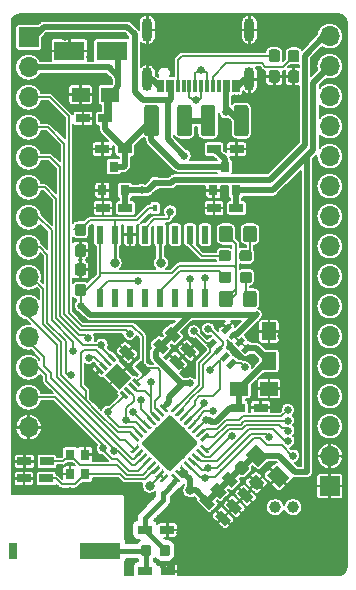
<source format=gbr>
G04 #@! TF.GenerationSoftware,KiCad,Pcbnew,(5.0.0)*
G04 #@! TF.CreationDate,2020-12-16T12:49:41+00:00*
G04 #@! TF.ProjectId,ESP-V,4553502D562E6B696361645F70636200,rev?*
G04 #@! TF.SameCoordinates,Original*
G04 #@! TF.FileFunction,Copper,L1,Top,Signal*
G04 #@! TF.FilePolarity,Positive*
%FSLAX46Y46*%
G04 Gerber Fmt 4.6, Leading zero omitted, Abs format (unit mm)*
G04 Created by KiCad (PCBNEW (5.0.0)) date 12/16/20 12:49:41*
%MOMM*%
%LPD*%
G01*
G04 APERTURE LIST*
G04 #@! TA.AperFunction,ComponentPad*
%ADD10C,1.000000*%
G04 #@! TD*
G04 #@! TA.AperFunction,SMDPad,CuDef*
%ADD11R,3.500000X1.350000*%
G04 #@! TD*
G04 #@! TA.AperFunction,SMDPad,CuDef*
%ADD12R,0.800000X1.350000*%
G04 #@! TD*
G04 #@! TA.AperFunction,SMDPad,CuDef*
%ADD13R,2.600000X1.600000*%
G04 #@! TD*
G04 #@! TA.AperFunction,Conductor*
%ADD14C,0.100000*%
G04 #@! TD*
G04 #@! TA.AperFunction,SMDPad,CuDef*
%ADD15C,3.450000*%
G04 #@! TD*
G04 #@! TA.AperFunction,SMDPad,CuDef*
%ADD16C,0.250000*%
G04 #@! TD*
G04 #@! TA.AperFunction,ComponentPad*
%ADD17R,1.700000X1.700000*%
G04 #@! TD*
G04 #@! TA.AperFunction,ComponentPad*
%ADD18O,1.700000X1.700000*%
G04 #@! TD*
G04 #@! TA.AperFunction,SMDPad,CuDef*
%ADD19R,0.800000X0.900000*%
G04 #@! TD*
G04 #@! TA.AperFunction,SMDPad,CuDef*
%ADD20R,0.600000X1.500000*%
G04 #@! TD*
G04 #@! TA.AperFunction,SMDPad,CuDef*
%ADD21C,0.950000*%
G04 #@! TD*
G04 #@! TA.AperFunction,SMDPad,CuDef*
%ADD22R,1.500000X1.250000*%
G04 #@! TD*
G04 #@! TA.AperFunction,SMDPad,CuDef*
%ADD23R,1.200000X0.750000*%
G04 #@! TD*
G04 #@! TA.AperFunction,SMDPad,CuDef*
%ADD24C,0.750000*%
G04 #@! TD*
G04 #@! TA.AperFunction,SMDPad,CuDef*
%ADD25C,1.250000*%
G04 #@! TD*
G04 #@! TA.AperFunction,SMDPad,CuDef*
%ADD26R,1.250000X1.500000*%
G04 #@! TD*
G04 #@! TA.AperFunction,SMDPad,CuDef*
%ADD27C,1.150000*%
G04 #@! TD*
G04 #@! TA.AperFunction,SMDPad,CuDef*
%ADD28R,0.450000X0.600000*%
G04 #@! TD*
G04 #@! TA.AperFunction,ComponentPad*
%ADD29O,0.900000X2.000000*%
G04 #@! TD*
G04 #@! TA.AperFunction,SMDPad,CuDef*
%ADD30R,0.300000X1.140000*%
G04 #@! TD*
G04 #@! TA.AperFunction,SMDPad,CuDef*
%ADD31C,0.875000*%
G04 #@! TD*
G04 #@! TA.AperFunction,SMDPad,CuDef*
%ADD32C,0.500000*%
G04 #@! TD*
G04 #@! TA.AperFunction,SMDPad,CuDef*
%ADD33C,0.400000*%
G04 #@! TD*
G04 #@! TA.AperFunction,SMDPad,CuDef*
%ADD34C,0.300000*%
G04 #@! TD*
G04 #@! TA.AperFunction,SMDPad,CuDef*
%ADD35C,1.450000*%
G04 #@! TD*
G04 #@! TA.AperFunction,ViaPad*
%ADD36C,0.650000*%
G04 #@! TD*
G04 #@! TA.AperFunction,ViaPad*
%ADD37C,0.800000*%
G04 #@! TD*
G04 #@! TA.AperFunction,Conductor*
%ADD38C,0.500000*%
G04 #@! TD*
G04 #@! TA.AperFunction,Conductor*
%ADD39C,0.150000*%
G04 #@! TD*
G04 #@! TA.AperFunction,Conductor*
%ADD40C,0.200000*%
G04 #@! TD*
G04 #@! TA.AperFunction,Conductor*
%ADD41C,0.400000*%
G04 #@! TD*
G04 #@! TA.AperFunction,Conductor*
%ADD42C,0.250000*%
G04 #@! TD*
G04 APERTURE END LIST*
D10*
G04 #@! TO.P,Y2,2*
G04 #@! TO.N,/GP01*
X113080000Y-118640000D03*
G04 #@! TO.P,Y2,1*
G04 #@! TO.N,/GP00*
X111580000Y-118640000D03*
G04 #@! TD*
D11*
G04 #@! TO.P,J4,1*
G04 #@! TO.N,Net-(C22-Pad1)*
X96750000Y-122300000D03*
D12*
G04 #@! TO.P,J4,2*
G04 #@! TO.N,N/C*
X89400000Y-122300000D03*
G04 #@! TD*
D13*
G04 #@! TO.P,C1,2*
G04 #@! TO.N,GND*
X94150000Y-80000000D03*
G04 #@! TO.P,C1,1*
G04 #@! TO.N,VDD*
X97750000Y-80000000D03*
G04 #@! TD*
D14*
G04 #@! TO.N,GND*
G04 #@! TO.C,U4*
G36*
X102674504Y-110865239D02*
X102698773Y-110868839D01*
X102722571Y-110874800D01*
X102745671Y-110883065D01*
X102767849Y-110893555D01*
X102788893Y-110906168D01*
X102808598Y-110920782D01*
X102826777Y-110937258D01*
X104912742Y-113023223D01*
X104929218Y-113041402D01*
X104943832Y-113061107D01*
X104956445Y-113082151D01*
X104966935Y-113104329D01*
X104975200Y-113127429D01*
X104981161Y-113151227D01*
X104984761Y-113175496D01*
X104985965Y-113200000D01*
X104984761Y-113224504D01*
X104981161Y-113248773D01*
X104975200Y-113272571D01*
X104966935Y-113295671D01*
X104956445Y-113317849D01*
X104943832Y-113338893D01*
X104929218Y-113358598D01*
X104912742Y-113376777D01*
X102826777Y-115462742D01*
X102808598Y-115479218D01*
X102788893Y-115493832D01*
X102767849Y-115506445D01*
X102745671Y-115516935D01*
X102722571Y-115525200D01*
X102698773Y-115531161D01*
X102674504Y-115534761D01*
X102650000Y-115535965D01*
X102625496Y-115534761D01*
X102601227Y-115531161D01*
X102577429Y-115525200D01*
X102554329Y-115516935D01*
X102532151Y-115506445D01*
X102511107Y-115493832D01*
X102491402Y-115479218D01*
X102473223Y-115462742D01*
X100387258Y-113376777D01*
X100370782Y-113358598D01*
X100356168Y-113338893D01*
X100343555Y-113317849D01*
X100333065Y-113295671D01*
X100324800Y-113272571D01*
X100318839Y-113248773D01*
X100315239Y-113224504D01*
X100314035Y-113200000D01*
X100315239Y-113175496D01*
X100318839Y-113151227D01*
X100324800Y-113127429D01*
X100333065Y-113104329D01*
X100343555Y-113082151D01*
X100356168Y-113061107D01*
X100370782Y-113041402D01*
X100387258Y-113023223D01*
X102473223Y-110937258D01*
X102491402Y-110920782D01*
X102511107Y-110906168D01*
X102532151Y-110893555D01*
X102554329Y-110883065D01*
X102577429Y-110874800D01*
X102601227Y-110868839D01*
X102625496Y-110865239D01*
X102650000Y-110864035D01*
X102674504Y-110865239D01*
X102674504Y-110865239D01*
G37*
D15*
G04 #@! TD*
G04 #@! TO.P,U4,33*
G04 #@! TO.N,GND*
X102650000Y-113200000D03*
D14*
G04 #@! TO.N,/ANT*
G04 #@! TO.C,U4*
G36*
X102921291Y-115789452D02*
X102927358Y-115790352D01*
X102933308Y-115791842D01*
X102939083Y-115793909D01*
X102944627Y-115796531D01*
X102949888Y-115799684D01*
X102954815Y-115803338D01*
X102959359Y-115807457D01*
X103489689Y-116337787D01*
X103493808Y-116342331D01*
X103497462Y-116347258D01*
X103500615Y-116352519D01*
X103503237Y-116358063D01*
X103505304Y-116363838D01*
X103506794Y-116369788D01*
X103507694Y-116375855D01*
X103507995Y-116381981D01*
X103507694Y-116388107D01*
X103506794Y-116394174D01*
X103505304Y-116400124D01*
X103503237Y-116405899D01*
X103500615Y-116411443D01*
X103497462Y-116416704D01*
X103493808Y-116421631D01*
X103489689Y-116426175D01*
X103401301Y-116514563D01*
X103396757Y-116518682D01*
X103391830Y-116522336D01*
X103386569Y-116525489D01*
X103381025Y-116528111D01*
X103375250Y-116530178D01*
X103369300Y-116531668D01*
X103363233Y-116532568D01*
X103357107Y-116532869D01*
X103350981Y-116532568D01*
X103344914Y-116531668D01*
X103338964Y-116530178D01*
X103333189Y-116528111D01*
X103327645Y-116525489D01*
X103322384Y-116522336D01*
X103317457Y-116518682D01*
X103312913Y-116514563D01*
X102782583Y-115984233D01*
X102778464Y-115979689D01*
X102774810Y-115974762D01*
X102771657Y-115969501D01*
X102769035Y-115963957D01*
X102766968Y-115958182D01*
X102765478Y-115952232D01*
X102764578Y-115946165D01*
X102764277Y-115940039D01*
X102764578Y-115933913D01*
X102765478Y-115927846D01*
X102766968Y-115921896D01*
X102769035Y-115916121D01*
X102771657Y-115910577D01*
X102774810Y-115905316D01*
X102778464Y-115900389D01*
X102782583Y-115895845D01*
X102870971Y-115807457D01*
X102875515Y-115803338D01*
X102880442Y-115799684D01*
X102885703Y-115796531D01*
X102891247Y-115793909D01*
X102897022Y-115791842D01*
X102902972Y-115790352D01*
X102909039Y-115789452D01*
X102915165Y-115789151D01*
X102921291Y-115789452D01*
X102921291Y-115789452D01*
G37*
D16*
G04 #@! TD*
G04 #@! TO.P,U4,1*
G04 #@! TO.N,/ANT*
X103136136Y-116161010D03*
D14*
G04 #@! TO.N,+3.3VA*
G04 #@! TO.C,U4*
G36*
X103274844Y-115435898D02*
X103280911Y-115436798D01*
X103286861Y-115438288D01*
X103292636Y-115440355D01*
X103298180Y-115442977D01*
X103303441Y-115446130D01*
X103308368Y-115449784D01*
X103312912Y-115453903D01*
X103843242Y-115984233D01*
X103847361Y-115988777D01*
X103851015Y-115993704D01*
X103854168Y-115998965D01*
X103856790Y-116004509D01*
X103858857Y-116010284D01*
X103860347Y-116016234D01*
X103861247Y-116022301D01*
X103861548Y-116028427D01*
X103861247Y-116034553D01*
X103860347Y-116040620D01*
X103858857Y-116046570D01*
X103856790Y-116052345D01*
X103854168Y-116057889D01*
X103851015Y-116063150D01*
X103847361Y-116068077D01*
X103843242Y-116072621D01*
X103754854Y-116161009D01*
X103750310Y-116165128D01*
X103745383Y-116168782D01*
X103740122Y-116171935D01*
X103734578Y-116174557D01*
X103728803Y-116176624D01*
X103722853Y-116178114D01*
X103716786Y-116179014D01*
X103710660Y-116179315D01*
X103704534Y-116179014D01*
X103698467Y-116178114D01*
X103692517Y-116176624D01*
X103686742Y-116174557D01*
X103681198Y-116171935D01*
X103675937Y-116168782D01*
X103671010Y-116165128D01*
X103666466Y-116161009D01*
X103136136Y-115630679D01*
X103132017Y-115626135D01*
X103128363Y-115621208D01*
X103125210Y-115615947D01*
X103122588Y-115610403D01*
X103120521Y-115604628D01*
X103119031Y-115598678D01*
X103118131Y-115592611D01*
X103117830Y-115586485D01*
X103118131Y-115580359D01*
X103119031Y-115574292D01*
X103120521Y-115568342D01*
X103122588Y-115562567D01*
X103125210Y-115557023D01*
X103128363Y-115551762D01*
X103132017Y-115546835D01*
X103136136Y-115542291D01*
X103224524Y-115453903D01*
X103229068Y-115449784D01*
X103233995Y-115446130D01*
X103239256Y-115442977D01*
X103244800Y-115440355D01*
X103250575Y-115438288D01*
X103256525Y-115436798D01*
X103262592Y-115435898D01*
X103268718Y-115435597D01*
X103274844Y-115435898D01*
X103274844Y-115435898D01*
G37*
D16*
G04 #@! TD*
G04 #@! TO.P,U4,2*
G04 #@! TO.N,+3.3VA*
X103489689Y-115807456D03*
D14*
G04 #@! TO.N,+3.3VA*
G04 #@! TO.C,U4*
G36*
X103628398Y-115082345D02*
X103634465Y-115083245D01*
X103640415Y-115084735D01*
X103646190Y-115086802D01*
X103651734Y-115089424D01*
X103656995Y-115092577D01*
X103661922Y-115096231D01*
X103666466Y-115100350D01*
X104196796Y-115630680D01*
X104200915Y-115635224D01*
X104204569Y-115640151D01*
X104207722Y-115645412D01*
X104210344Y-115650956D01*
X104212411Y-115656731D01*
X104213901Y-115662681D01*
X104214801Y-115668748D01*
X104215102Y-115674874D01*
X104214801Y-115681000D01*
X104213901Y-115687067D01*
X104212411Y-115693017D01*
X104210344Y-115698792D01*
X104207722Y-115704336D01*
X104204569Y-115709597D01*
X104200915Y-115714524D01*
X104196796Y-115719068D01*
X104108408Y-115807456D01*
X104103864Y-115811575D01*
X104098937Y-115815229D01*
X104093676Y-115818382D01*
X104088132Y-115821004D01*
X104082357Y-115823071D01*
X104076407Y-115824561D01*
X104070340Y-115825461D01*
X104064214Y-115825762D01*
X104058088Y-115825461D01*
X104052021Y-115824561D01*
X104046071Y-115823071D01*
X104040296Y-115821004D01*
X104034752Y-115818382D01*
X104029491Y-115815229D01*
X104024564Y-115811575D01*
X104020020Y-115807456D01*
X103489690Y-115277126D01*
X103485571Y-115272582D01*
X103481917Y-115267655D01*
X103478764Y-115262394D01*
X103476142Y-115256850D01*
X103474075Y-115251075D01*
X103472585Y-115245125D01*
X103471685Y-115239058D01*
X103471384Y-115232932D01*
X103471685Y-115226806D01*
X103472585Y-115220739D01*
X103474075Y-115214789D01*
X103476142Y-115209014D01*
X103478764Y-115203470D01*
X103481917Y-115198209D01*
X103485571Y-115193282D01*
X103489690Y-115188738D01*
X103578078Y-115100350D01*
X103582622Y-115096231D01*
X103587549Y-115092577D01*
X103592810Y-115089424D01*
X103598354Y-115086802D01*
X103604129Y-115084735D01*
X103610079Y-115083245D01*
X103616146Y-115082345D01*
X103622272Y-115082044D01*
X103628398Y-115082345D01*
X103628398Y-115082345D01*
G37*
D16*
G04 #@! TD*
G04 #@! TO.P,U4,3*
G04 #@! TO.N,+3.3VA*
X103843243Y-115453903D03*
D14*
G04 #@! TO.N,/GP00*
G04 #@! TO.C,U4*
G36*
X103981951Y-114728791D02*
X103988018Y-114729691D01*
X103993968Y-114731181D01*
X103999743Y-114733248D01*
X104005287Y-114735870D01*
X104010548Y-114739023D01*
X104015475Y-114742677D01*
X104020019Y-114746796D01*
X104550349Y-115277126D01*
X104554468Y-115281670D01*
X104558122Y-115286597D01*
X104561275Y-115291858D01*
X104563897Y-115297402D01*
X104565964Y-115303177D01*
X104567454Y-115309127D01*
X104568354Y-115315194D01*
X104568655Y-115321320D01*
X104568354Y-115327446D01*
X104567454Y-115333513D01*
X104565964Y-115339463D01*
X104563897Y-115345238D01*
X104561275Y-115350782D01*
X104558122Y-115356043D01*
X104554468Y-115360970D01*
X104550349Y-115365514D01*
X104461961Y-115453902D01*
X104457417Y-115458021D01*
X104452490Y-115461675D01*
X104447229Y-115464828D01*
X104441685Y-115467450D01*
X104435910Y-115469517D01*
X104429960Y-115471007D01*
X104423893Y-115471907D01*
X104417767Y-115472208D01*
X104411641Y-115471907D01*
X104405574Y-115471007D01*
X104399624Y-115469517D01*
X104393849Y-115467450D01*
X104388305Y-115464828D01*
X104383044Y-115461675D01*
X104378117Y-115458021D01*
X104373573Y-115453902D01*
X103843243Y-114923572D01*
X103839124Y-114919028D01*
X103835470Y-114914101D01*
X103832317Y-114908840D01*
X103829695Y-114903296D01*
X103827628Y-114897521D01*
X103826138Y-114891571D01*
X103825238Y-114885504D01*
X103824937Y-114879378D01*
X103825238Y-114873252D01*
X103826138Y-114867185D01*
X103827628Y-114861235D01*
X103829695Y-114855460D01*
X103832317Y-114849916D01*
X103835470Y-114844655D01*
X103839124Y-114839728D01*
X103843243Y-114835184D01*
X103931631Y-114746796D01*
X103936175Y-114742677D01*
X103941102Y-114739023D01*
X103946363Y-114735870D01*
X103951907Y-114733248D01*
X103957682Y-114731181D01*
X103963632Y-114729691D01*
X103969699Y-114728791D01*
X103975825Y-114728490D01*
X103981951Y-114728791D01*
X103981951Y-114728791D01*
G37*
D16*
G04 #@! TD*
G04 #@! TO.P,U4,4*
G04 #@! TO.N,/GP00*
X104196796Y-115100349D03*
D14*
G04 #@! TO.N,/GP01*
G04 #@! TO.C,U4*
G36*
X104335504Y-114375238D02*
X104341571Y-114376138D01*
X104347521Y-114377628D01*
X104353296Y-114379695D01*
X104358840Y-114382317D01*
X104364101Y-114385470D01*
X104369028Y-114389124D01*
X104373572Y-114393243D01*
X104903902Y-114923573D01*
X104908021Y-114928117D01*
X104911675Y-114933044D01*
X104914828Y-114938305D01*
X104917450Y-114943849D01*
X104919517Y-114949624D01*
X104921007Y-114955574D01*
X104921907Y-114961641D01*
X104922208Y-114967767D01*
X104921907Y-114973893D01*
X104921007Y-114979960D01*
X104919517Y-114985910D01*
X104917450Y-114991685D01*
X104914828Y-114997229D01*
X104911675Y-115002490D01*
X104908021Y-115007417D01*
X104903902Y-115011961D01*
X104815514Y-115100349D01*
X104810970Y-115104468D01*
X104806043Y-115108122D01*
X104800782Y-115111275D01*
X104795238Y-115113897D01*
X104789463Y-115115964D01*
X104783513Y-115117454D01*
X104777446Y-115118354D01*
X104771320Y-115118655D01*
X104765194Y-115118354D01*
X104759127Y-115117454D01*
X104753177Y-115115964D01*
X104747402Y-115113897D01*
X104741858Y-115111275D01*
X104736597Y-115108122D01*
X104731670Y-115104468D01*
X104727126Y-115100349D01*
X104196796Y-114570019D01*
X104192677Y-114565475D01*
X104189023Y-114560548D01*
X104185870Y-114555287D01*
X104183248Y-114549743D01*
X104181181Y-114543968D01*
X104179691Y-114538018D01*
X104178791Y-114531951D01*
X104178490Y-114525825D01*
X104178791Y-114519699D01*
X104179691Y-114513632D01*
X104181181Y-114507682D01*
X104183248Y-114501907D01*
X104185870Y-114496363D01*
X104189023Y-114491102D01*
X104192677Y-114486175D01*
X104196796Y-114481631D01*
X104285184Y-114393243D01*
X104289728Y-114389124D01*
X104294655Y-114385470D01*
X104299916Y-114382317D01*
X104305460Y-114379695D01*
X104311235Y-114377628D01*
X104317185Y-114376138D01*
X104323252Y-114375238D01*
X104329378Y-114374937D01*
X104335504Y-114375238D01*
X104335504Y-114375238D01*
G37*
D16*
G04 #@! TD*
G04 #@! TO.P,U4,5*
G04 #@! TO.N,/GP01*
X104550349Y-114746796D03*
D14*
G04 #@! TO.N,/GP02*
G04 #@! TO.C,U4*
G36*
X104689058Y-114021685D02*
X104695125Y-114022585D01*
X104701075Y-114024075D01*
X104706850Y-114026142D01*
X104712394Y-114028764D01*
X104717655Y-114031917D01*
X104722582Y-114035571D01*
X104727126Y-114039690D01*
X105257456Y-114570020D01*
X105261575Y-114574564D01*
X105265229Y-114579491D01*
X105268382Y-114584752D01*
X105271004Y-114590296D01*
X105273071Y-114596071D01*
X105274561Y-114602021D01*
X105275461Y-114608088D01*
X105275762Y-114614214D01*
X105275461Y-114620340D01*
X105274561Y-114626407D01*
X105273071Y-114632357D01*
X105271004Y-114638132D01*
X105268382Y-114643676D01*
X105265229Y-114648937D01*
X105261575Y-114653864D01*
X105257456Y-114658408D01*
X105169068Y-114746796D01*
X105164524Y-114750915D01*
X105159597Y-114754569D01*
X105154336Y-114757722D01*
X105148792Y-114760344D01*
X105143017Y-114762411D01*
X105137067Y-114763901D01*
X105131000Y-114764801D01*
X105124874Y-114765102D01*
X105118748Y-114764801D01*
X105112681Y-114763901D01*
X105106731Y-114762411D01*
X105100956Y-114760344D01*
X105095412Y-114757722D01*
X105090151Y-114754569D01*
X105085224Y-114750915D01*
X105080680Y-114746796D01*
X104550350Y-114216466D01*
X104546231Y-114211922D01*
X104542577Y-114206995D01*
X104539424Y-114201734D01*
X104536802Y-114196190D01*
X104534735Y-114190415D01*
X104533245Y-114184465D01*
X104532345Y-114178398D01*
X104532044Y-114172272D01*
X104532345Y-114166146D01*
X104533245Y-114160079D01*
X104534735Y-114154129D01*
X104536802Y-114148354D01*
X104539424Y-114142810D01*
X104542577Y-114137549D01*
X104546231Y-114132622D01*
X104550350Y-114128078D01*
X104638738Y-114039690D01*
X104643282Y-114035571D01*
X104648209Y-114031917D01*
X104653470Y-114028764D01*
X104659014Y-114026142D01*
X104664789Y-114024075D01*
X104670739Y-114022585D01*
X104676806Y-114021685D01*
X104682932Y-114021384D01*
X104689058Y-114021685D01*
X104689058Y-114021685D01*
G37*
D16*
G04 #@! TD*
G04 #@! TO.P,U4,6*
G04 #@! TO.N,/GP02*
X104903903Y-114393243D03*
D14*
G04 #@! TO.N,/ESP_ENABLE*
G04 #@! TO.C,U4*
G36*
X105042611Y-113668131D02*
X105048678Y-113669031D01*
X105054628Y-113670521D01*
X105060403Y-113672588D01*
X105065947Y-113675210D01*
X105071208Y-113678363D01*
X105076135Y-113682017D01*
X105080679Y-113686136D01*
X105611009Y-114216466D01*
X105615128Y-114221010D01*
X105618782Y-114225937D01*
X105621935Y-114231198D01*
X105624557Y-114236742D01*
X105626624Y-114242517D01*
X105628114Y-114248467D01*
X105629014Y-114254534D01*
X105629315Y-114260660D01*
X105629014Y-114266786D01*
X105628114Y-114272853D01*
X105626624Y-114278803D01*
X105624557Y-114284578D01*
X105621935Y-114290122D01*
X105618782Y-114295383D01*
X105615128Y-114300310D01*
X105611009Y-114304854D01*
X105522621Y-114393242D01*
X105518077Y-114397361D01*
X105513150Y-114401015D01*
X105507889Y-114404168D01*
X105502345Y-114406790D01*
X105496570Y-114408857D01*
X105490620Y-114410347D01*
X105484553Y-114411247D01*
X105478427Y-114411548D01*
X105472301Y-114411247D01*
X105466234Y-114410347D01*
X105460284Y-114408857D01*
X105454509Y-114406790D01*
X105448965Y-114404168D01*
X105443704Y-114401015D01*
X105438777Y-114397361D01*
X105434233Y-114393242D01*
X104903903Y-113862912D01*
X104899784Y-113858368D01*
X104896130Y-113853441D01*
X104892977Y-113848180D01*
X104890355Y-113842636D01*
X104888288Y-113836861D01*
X104886798Y-113830911D01*
X104885898Y-113824844D01*
X104885597Y-113818718D01*
X104885898Y-113812592D01*
X104886798Y-113806525D01*
X104888288Y-113800575D01*
X104890355Y-113794800D01*
X104892977Y-113789256D01*
X104896130Y-113783995D01*
X104899784Y-113779068D01*
X104903903Y-113774524D01*
X104992291Y-113686136D01*
X104996835Y-113682017D01*
X105001762Y-113678363D01*
X105007023Y-113675210D01*
X105012567Y-113672588D01*
X105018342Y-113670521D01*
X105024292Y-113669031D01*
X105030359Y-113668131D01*
X105036485Y-113667830D01*
X105042611Y-113668131D01*
X105042611Y-113668131D01*
G37*
D16*
G04 #@! TD*
G04 #@! TO.P,U4,7*
G04 #@! TO.N,/ESP_ENABLE*
X105257456Y-114039689D03*
D14*
G04 #@! TO.N,/GP03*
G04 #@! TO.C,U4*
G36*
X105396165Y-113314578D02*
X105402232Y-113315478D01*
X105408182Y-113316968D01*
X105413957Y-113319035D01*
X105419501Y-113321657D01*
X105424762Y-113324810D01*
X105429689Y-113328464D01*
X105434233Y-113332583D01*
X105964563Y-113862913D01*
X105968682Y-113867457D01*
X105972336Y-113872384D01*
X105975489Y-113877645D01*
X105978111Y-113883189D01*
X105980178Y-113888964D01*
X105981668Y-113894914D01*
X105982568Y-113900981D01*
X105982869Y-113907107D01*
X105982568Y-113913233D01*
X105981668Y-113919300D01*
X105980178Y-113925250D01*
X105978111Y-113931025D01*
X105975489Y-113936569D01*
X105972336Y-113941830D01*
X105968682Y-113946757D01*
X105964563Y-113951301D01*
X105876175Y-114039689D01*
X105871631Y-114043808D01*
X105866704Y-114047462D01*
X105861443Y-114050615D01*
X105855899Y-114053237D01*
X105850124Y-114055304D01*
X105844174Y-114056794D01*
X105838107Y-114057694D01*
X105831981Y-114057995D01*
X105825855Y-114057694D01*
X105819788Y-114056794D01*
X105813838Y-114055304D01*
X105808063Y-114053237D01*
X105802519Y-114050615D01*
X105797258Y-114047462D01*
X105792331Y-114043808D01*
X105787787Y-114039689D01*
X105257457Y-113509359D01*
X105253338Y-113504815D01*
X105249684Y-113499888D01*
X105246531Y-113494627D01*
X105243909Y-113489083D01*
X105241842Y-113483308D01*
X105240352Y-113477358D01*
X105239452Y-113471291D01*
X105239151Y-113465165D01*
X105239452Y-113459039D01*
X105240352Y-113452972D01*
X105241842Y-113447022D01*
X105243909Y-113441247D01*
X105246531Y-113435703D01*
X105249684Y-113430442D01*
X105253338Y-113425515D01*
X105257457Y-113420971D01*
X105345845Y-113332583D01*
X105350389Y-113328464D01*
X105355316Y-113324810D01*
X105360577Y-113321657D01*
X105366121Y-113319035D01*
X105371896Y-113316968D01*
X105377846Y-113315478D01*
X105383913Y-113314578D01*
X105390039Y-113314277D01*
X105396165Y-113314578D01*
X105396165Y-113314578D01*
G37*
D16*
G04 #@! TD*
G04 #@! TO.P,U4,8*
G04 #@! TO.N,/GP03*
X105611010Y-113686136D03*
D14*
G04 #@! TO.N,/GP04*
G04 #@! TO.C,U4*
G36*
X105838107Y-112342306D02*
X105844174Y-112343206D01*
X105850124Y-112344696D01*
X105855899Y-112346763D01*
X105861443Y-112349385D01*
X105866704Y-112352538D01*
X105871631Y-112356192D01*
X105876175Y-112360311D01*
X105964563Y-112448699D01*
X105968682Y-112453243D01*
X105972336Y-112458170D01*
X105975489Y-112463431D01*
X105978111Y-112468975D01*
X105980178Y-112474750D01*
X105981668Y-112480700D01*
X105982568Y-112486767D01*
X105982869Y-112492893D01*
X105982568Y-112499019D01*
X105981668Y-112505086D01*
X105980178Y-112511036D01*
X105978111Y-112516811D01*
X105975489Y-112522355D01*
X105972336Y-112527616D01*
X105968682Y-112532543D01*
X105964563Y-112537087D01*
X105434233Y-113067417D01*
X105429689Y-113071536D01*
X105424762Y-113075190D01*
X105419501Y-113078343D01*
X105413957Y-113080965D01*
X105408182Y-113083032D01*
X105402232Y-113084522D01*
X105396165Y-113085422D01*
X105390039Y-113085723D01*
X105383913Y-113085422D01*
X105377846Y-113084522D01*
X105371896Y-113083032D01*
X105366121Y-113080965D01*
X105360577Y-113078343D01*
X105355316Y-113075190D01*
X105350389Y-113071536D01*
X105345845Y-113067417D01*
X105257457Y-112979029D01*
X105253338Y-112974485D01*
X105249684Y-112969558D01*
X105246531Y-112964297D01*
X105243909Y-112958753D01*
X105241842Y-112952978D01*
X105240352Y-112947028D01*
X105239452Y-112940961D01*
X105239151Y-112934835D01*
X105239452Y-112928709D01*
X105240352Y-112922642D01*
X105241842Y-112916692D01*
X105243909Y-112910917D01*
X105246531Y-112905373D01*
X105249684Y-112900112D01*
X105253338Y-112895185D01*
X105257457Y-112890641D01*
X105787787Y-112360311D01*
X105792331Y-112356192D01*
X105797258Y-112352538D01*
X105802519Y-112349385D01*
X105808063Y-112346763D01*
X105813838Y-112344696D01*
X105819788Y-112343206D01*
X105825855Y-112342306D01*
X105831981Y-112342005D01*
X105838107Y-112342306D01*
X105838107Y-112342306D01*
G37*
D16*
G04 #@! TD*
G04 #@! TO.P,U4,9*
G04 #@! TO.N,/GP04*
X105611010Y-112713864D03*
D14*
G04 #@! TO.N,/GP05*
G04 #@! TO.C,U4*
G36*
X105484553Y-111988753D02*
X105490620Y-111989653D01*
X105496570Y-111991143D01*
X105502345Y-111993210D01*
X105507889Y-111995832D01*
X105513150Y-111998985D01*
X105518077Y-112002639D01*
X105522621Y-112006758D01*
X105611009Y-112095146D01*
X105615128Y-112099690D01*
X105618782Y-112104617D01*
X105621935Y-112109878D01*
X105624557Y-112115422D01*
X105626624Y-112121197D01*
X105628114Y-112127147D01*
X105629014Y-112133214D01*
X105629315Y-112139340D01*
X105629014Y-112145466D01*
X105628114Y-112151533D01*
X105626624Y-112157483D01*
X105624557Y-112163258D01*
X105621935Y-112168802D01*
X105618782Y-112174063D01*
X105615128Y-112178990D01*
X105611009Y-112183534D01*
X105080679Y-112713864D01*
X105076135Y-112717983D01*
X105071208Y-112721637D01*
X105065947Y-112724790D01*
X105060403Y-112727412D01*
X105054628Y-112729479D01*
X105048678Y-112730969D01*
X105042611Y-112731869D01*
X105036485Y-112732170D01*
X105030359Y-112731869D01*
X105024292Y-112730969D01*
X105018342Y-112729479D01*
X105012567Y-112727412D01*
X105007023Y-112724790D01*
X105001762Y-112721637D01*
X104996835Y-112717983D01*
X104992291Y-112713864D01*
X104903903Y-112625476D01*
X104899784Y-112620932D01*
X104896130Y-112616005D01*
X104892977Y-112610744D01*
X104890355Y-112605200D01*
X104888288Y-112599425D01*
X104886798Y-112593475D01*
X104885898Y-112587408D01*
X104885597Y-112581282D01*
X104885898Y-112575156D01*
X104886798Y-112569089D01*
X104888288Y-112563139D01*
X104890355Y-112557364D01*
X104892977Y-112551820D01*
X104896130Y-112546559D01*
X104899784Y-112541632D01*
X104903903Y-112537088D01*
X105434233Y-112006758D01*
X105438777Y-112002639D01*
X105443704Y-111998985D01*
X105448965Y-111995832D01*
X105454509Y-111993210D01*
X105460284Y-111991143D01*
X105466234Y-111989653D01*
X105472301Y-111988753D01*
X105478427Y-111988452D01*
X105484553Y-111988753D01*
X105484553Y-111988753D01*
G37*
D16*
G04 #@! TD*
G04 #@! TO.P,U4,10*
G04 #@! TO.N,/GP05*
X105257456Y-112360311D03*
D14*
G04 #@! TO.N,+3V3*
G04 #@! TO.C,U4*
G36*
X105131000Y-111635199D02*
X105137067Y-111636099D01*
X105143017Y-111637589D01*
X105148792Y-111639656D01*
X105154336Y-111642278D01*
X105159597Y-111645431D01*
X105164524Y-111649085D01*
X105169068Y-111653204D01*
X105257456Y-111741592D01*
X105261575Y-111746136D01*
X105265229Y-111751063D01*
X105268382Y-111756324D01*
X105271004Y-111761868D01*
X105273071Y-111767643D01*
X105274561Y-111773593D01*
X105275461Y-111779660D01*
X105275762Y-111785786D01*
X105275461Y-111791912D01*
X105274561Y-111797979D01*
X105273071Y-111803929D01*
X105271004Y-111809704D01*
X105268382Y-111815248D01*
X105265229Y-111820509D01*
X105261575Y-111825436D01*
X105257456Y-111829980D01*
X104727126Y-112360310D01*
X104722582Y-112364429D01*
X104717655Y-112368083D01*
X104712394Y-112371236D01*
X104706850Y-112373858D01*
X104701075Y-112375925D01*
X104695125Y-112377415D01*
X104689058Y-112378315D01*
X104682932Y-112378616D01*
X104676806Y-112378315D01*
X104670739Y-112377415D01*
X104664789Y-112375925D01*
X104659014Y-112373858D01*
X104653470Y-112371236D01*
X104648209Y-112368083D01*
X104643282Y-112364429D01*
X104638738Y-112360310D01*
X104550350Y-112271922D01*
X104546231Y-112267378D01*
X104542577Y-112262451D01*
X104539424Y-112257190D01*
X104536802Y-112251646D01*
X104534735Y-112245871D01*
X104533245Y-112239921D01*
X104532345Y-112233854D01*
X104532044Y-112227728D01*
X104532345Y-112221602D01*
X104533245Y-112215535D01*
X104534735Y-112209585D01*
X104536802Y-112203810D01*
X104539424Y-112198266D01*
X104542577Y-112193005D01*
X104546231Y-112188078D01*
X104550350Y-112183534D01*
X105080680Y-111653204D01*
X105085224Y-111649085D01*
X105090151Y-111645431D01*
X105095412Y-111642278D01*
X105100956Y-111639656D01*
X105106731Y-111637589D01*
X105112681Y-111636099D01*
X105118748Y-111635199D01*
X105124874Y-111634898D01*
X105131000Y-111635199D01*
X105131000Y-111635199D01*
G37*
D16*
G04 #@! TD*
G04 #@! TO.P,U4,11*
G04 #@! TO.N,+3V3*
X104903903Y-112006757D03*
D14*
G04 #@! TO.N,/GP06*
G04 #@! TO.C,U4*
G36*
X104777446Y-111281646D02*
X104783513Y-111282546D01*
X104789463Y-111284036D01*
X104795238Y-111286103D01*
X104800782Y-111288725D01*
X104806043Y-111291878D01*
X104810970Y-111295532D01*
X104815514Y-111299651D01*
X104903902Y-111388039D01*
X104908021Y-111392583D01*
X104911675Y-111397510D01*
X104914828Y-111402771D01*
X104917450Y-111408315D01*
X104919517Y-111414090D01*
X104921007Y-111420040D01*
X104921907Y-111426107D01*
X104922208Y-111432233D01*
X104921907Y-111438359D01*
X104921007Y-111444426D01*
X104919517Y-111450376D01*
X104917450Y-111456151D01*
X104914828Y-111461695D01*
X104911675Y-111466956D01*
X104908021Y-111471883D01*
X104903902Y-111476427D01*
X104373572Y-112006757D01*
X104369028Y-112010876D01*
X104364101Y-112014530D01*
X104358840Y-112017683D01*
X104353296Y-112020305D01*
X104347521Y-112022372D01*
X104341571Y-112023862D01*
X104335504Y-112024762D01*
X104329378Y-112025063D01*
X104323252Y-112024762D01*
X104317185Y-112023862D01*
X104311235Y-112022372D01*
X104305460Y-112020305D01*
X104299916Y-112017683D01*
X104294655Y-112014530D01*
X104289728Y-112010876D01*
X104285184Y-112006757D01*
X104196796Y-111918369D01*
X104192677Y-111913825D01*
X104189023Y-111908898D01*
X104185870Y-111903637D01*
X104183248Y-111898093D01*
X104181181Y-111892318D01*
X104179691Y-111886368D01*
X104178791Y-111880301D01*
X104178490Y-111874175D01*
X104178791Y-111868049D01*
X104179691Y-111861982D01*
X104181181Y-111856032D01*
X104183248Y-111850257D01*
X104185870Y-111844713D01*
X104189023Y-111839452D01*
X104192677Y-111834525D01*
X104196796Y-111829981D01*
X104727126Y-111299651D01*
X104731670Y-111295532D01*
X104736597Y-111291878D01*
X104741858Y-111288725D01*
X104747402Y-111286103D01*
X104753177Y-111284036D01*
X104759127Y-111282546D01*
X104765194Y-111281646D01*
X104771320Y-111281345D01*
X104777446Y-111281646D01*
X104777446Y-111281646D01*
G37*
D16*
G04 #@! TD*
G04 #@! TO.P,U4,12*
G04 #@! TO.N,/GP06*
X104550349Y-111653204D03*
D14*
G04 #@! TO.N,/GP07*
G04 #@! TO.C,U4*
G36*
X104423893Y-110928093D02*
X104429960Y-110928993D01*
X104435910Y-110930483D01*
X104441685Y-110932550D01*
X104447229Y-110935172D01*
X104452490Y-110938325D01*
X104457417Y-110941979D01*
X104461961Y-110946098D01*
X104550349Y-111034486D01*
X104554468Y-111039030D01*
X104558122Y-111043957D01*
X104561275Y-111049218D01*
X104563897Y-111054762D01*
X104565964Y-111060537D01*
X104567454Y-111066487D01*
X104568354Y-111072554D01*
X104568655Y-111078680D01*
X104568354Y-111084806D01*
X104567454Y-111090873D01*
X104565964Y-111096823D01*
X104563897Y-111102598D01*
X104561275Y-111108142D01*
X104558122Y-111113403D01*
X104554468Y-111118330D01*
X104550349Y-111122874D01*
X104020019Y-111653204D01*
X104015475Y-111657323D01*
X104010548Y-111660977D01*
X104005287Y-111664130D01*
X103999743Y-111666752D01*
X103993968Y-111668819D01*
X103988018Y-111670309D01*
X103981951Y-111671209D01*
X103975825Y-111671510D01*
X103969699Y-111671209D01*
X103963632Y-111670309D01*
X103957682Y-111668819D01*
X103951907Y-111666752D01*
X103946363Y-111664130D01*
X103941102Y-111660977D01*
X103936175Y-111657323D01*
X103931631Y-111653204D01*
X103843243Y-111564816D01*
X103839124Y-111560272D01*
X103835470Y-111555345D01*
X103832317Y-111550084D01*
X103829695Y-111544540D01*
X103827628Y-111538765D01*
X103826138Y-111532815D01*
X103825238Y-111526748D01*
X103824937Y-111520622D01*
X103825238Y-111514496D01*
X103826138Y-111508429D01*
X103827628Y-111502479D01*
X103829695Y-111496704D01*
X103832317Y-111491160D01*
X103835470Y-111485899D01*
X103839124Y-111480972D01*
X103843243Y-111476428D01*
X104373573Y-110946098D01*
X104378117Y-110941979D01*
X104383044Y-110938325D01*
X104388305Y-110935172D01*
X104393849Y-110932550D01*
X104399624Y-110930483D01*
X104405574Y-110928993D01*
X104411641Y-110928093D01*
X104417767Y-110927792D01*
X104423893Y-110928093D01*
X104423893Y-110928093D01*
G37*
D16*
G04 #@! TD*
G04 #@! TO.P,U4,13*
G04 #@! TO.N,/GP07*
X104196796Y-111299651D03*
D14*
G04 #@! TO.N,/GP08*
G04 #@! TO.C,U4*
G36*
X104070340Y-110574539D02*
X104076407Y-110575439D01*
X104082357Y-110576929D01*
X104088132Y-110578996D01*
X104093676Y-110581618D01*
X104098937Y-110584771D01*
X104103864Y-110588425D01*
X104108408Y-110592544D01*
X104196796Y-110680932D01*
X104200915Y-110685476D01*
X104204569Y-110690403D01*
X104207722Y-110695664D01*
X104210344Y-110701208D01*
X104212411Y-110706983D01*
X104213901Y-110712933D01*
X104214801Y-110719000D01*
X104215102Y-110725126D01*
X104214801Y-110731252D01*
X104213901Y-110737319D01*
X104212411Y-110743269D01*
X104210344Y-110749044D01*
X104207722Y-110754588D01*
X104204569Y-110759849D01*
X104200915Y-110764776D01*
X104196796Y-110769320D01*
X103666466Y-111299650D01*
X103661922Y-111303769D01*
X103656995Y-111307423D01*
X103651734Y-111310576D01*
X103646190Y-111313198D01*
X103640415Y-111315265D01*
X103634465Y-111316755D01*
X103628398Y-111317655D01*
X103622272Y-111317956D01*
X103616146Y-111317655D01*
X103610079Y-111316755D01*
X103604129Y-111315265D01*
X103598354Y-111313198D01*
X103592810Y-111310576D01*
X103587549Y-111307423D01*
X103582622Y-111303769D01*
X103578078Y-111299650D01*
X103489690Y-111211262D01*
X103485571Y-111206718D01*
X103481917Y-111201791D01*
X103478764Y-111196530D01*
X103476142Y-111190986D01*
X103474075Y-111185211D01*
X103472585Y-111179261D01*
X103471685Y-111173194D01*
X103471384Y-111167068D01*
X103471685Y-111160942D01*
X103472585Y-111154875D01*
X103474075Y-111148925D01*
X103476142Y-111143150D01*
X103478764Y-111137606D01*
X103481917Y-111132345D01*
X103485571Y-111127418D01*
X103489690Y-111122874D01*
X104020020Y-110592544D01*
X104024564Y-110588425D01*
X104029491Y-110584771D01*
X104034752Y-110581618D01*
X104040296Y-110578996D01*
X104046071Y-110576929D01*
X104052021Y-110575439D01*
X104058088Y-110574539D01*
X104064214Y-110574238D01*
X104070340Y-110574539D01*
X104070340Y-110574539D01*
G37*
D16*
G04 #@! TD*
G04 #@! TO.P,U4,14*
G04 #@! TO.N,/GP08*
X103843243Y-110946097D03*
D14*
G04 #@! TO.N,/BLSEL*
G04 #@! TO.C,U4*
G36*
X103716786Y-110220986D02*
X103722853Y-110221886D01*
X103728803Y-110223376D01*
X103734578Y-110225443D01*
X103740122Y-110228065D01*
X103745383Y-110231218D01*
X103750310Y-110234872D01*
X103754854Y-110238991D01*
X103843242Y-110327379D01*
X103847361Y-110331923D01*
X103851015Y-110336850D01*
X103854168Y-110342111D01*
X103856790Y-110347655D01*
X103858857Y-110353430D01*
X103860347Y-110359380D01*
X103861247Y-110365447D01*
X103861548Y-110371573D01*
X103861247Y-110377699D01*
X103860347Y-110383766D01*
X103858857Y-110389716D01*
X103856790Y-110395491D01*
X103854168Y-110401035D01*
X103851015Y-110406296D01*
X103847361Y-110411223D01*
X103843242Y-110415767D01*
X103312912Y-110946097D01*
X103308368Y-110950216D01*
X103303441Y-110953870D01*
X103298180Y-110957023D01*
X103292636Y-110959645D01*
X103286861Y-110961712D01*
X103280911Y-110963202D01*
X103274844Y-110964102D01*
X103268718Y-110964403D01*
X103262592Y-110964102D01*
X103256525Y-110963202D01*
X103250575Y-110961712D01*
X103244800Y-110959645D01*
X103239256Y-110957023D01*
X103233995Y-110953870D01*
X103229068Y-110950216D01*
X103224524Y-110946097D01*
X103136136Y-110857709D01*
X103132017Y-110853165D01*
X103128363Y-110848238D01*
X103125210Y-110842977D01*
X103122588Y-110837433D01*
X103120521Y-110831658D01*
X103119031Y-110825708D01*
X103118131Y-110819641D01*
X103117830Y-110813515D01*
X103118131Y-110807389D01*
X103119031Y-110801322D01*
X103120521Y-110795372D01*
X103122588Y-110789597D01*
X103125210Y-110784053D01*
X103128363Y-110778792D01*
X103132017Y-110773865D01*
X103136136Y-110769321D01*
X103666466Y-110238991D01*
X103671010Y-110234872D01*
X103675937Y-110231218D01*
X103681198Y-110228065D01*
X103686742Y-110225443D01*
X103692517Y-110223376D01*
X103698467Y-110221886D01*
X103704534Y-110220986D01*
X103710660Y-110220685D01*
X103716786Y-110220986D01*
X103716786Y-110220986D01*
G37*
D16*
G04 #@! TD*
G04 #@! TO.P,U4,15*
G04 #@! TO.N,/BLSEL*
X103489689Y-110592544D03*
D14*
G04 #@! TO.N,/GP10*
G04 #@! TO.C,U4*
G36*
X103363233Y-109867432D02*
X103369300Y-109868332D01*
X103375250Y-109869822D01*
X103381025Y-109871889D01*
X103386569Y-109874511D01*
X103391830Y-109877664D01*
X103396757Y-109881318D01*
X103401301Y-109885437D01*
X103489689Y-109973825D01*
X103493808Y-109978369D01*
X103497462Y-109983296D01*
X103500615Y-109988557D01*
X103503237Y-109994101D01*
X103505304Y-109999876D01*
X103506794Y-110005826D01*
X103507694Y-110011893D01*
X103507995Y-110018019D01*
X103507694Y-110024145D01*
X103506794Y-110030212D01*
X103505304Y-110036162D01*
X103503237Y-110041937D01*
X103500615Y-110047481D01*
X103497462Y-110052742D01*
X103493808Y-110057669D01*
X103489689Y-110062213D01*
X102959359Y-110592543D01*
X102954815Y-110596662D01*
X102949888Y-110600316D01*
X102944627Y-110603469D01*
X102939083Y-110606091D01*
X102933308Y-110608158D01*
X102927358Y-110609648D01*
X102921291Y-110610548D01*
X102915165Y-110610849D01*
X102909039Y-110610548D01*
X102902972Y-110609648D01*
X102897022Y-110608158D01*
X102891247Y-110606091D01*
X102885703Y-110603469D01*
X102880442Y-110600316D01*
X102875515Y-110596662D01*
X102870971Y-110592543D01*
X102782583Y-110504155D01*
X102778464Y-110499611D01*
X102774810Y-110494684D01*
X102771657Y-110489423D01*
X102769035Y-110483879D01*
X102766968Y-110478104D01*
X102765478Y-110472154D01*
X102764578Y-110466087D01*
X102764277Y-110459961D01*
X102764578Y-110453835D01*
X102765478Y-110447768D01*
X102766968Y-110441818D01*
X102769035Y-110436043D01*
X102771657Y-110430499D01*
X102774810Y-110425238D01*
X102778464Y-110420311D01*
X102782583Y-110415767D01*
X103312913Y-109885437D01*
X103317457Y-109881318D01*
X103322384Y-109877664D01*
X103327645Y-109874511D01*
X103333189Y-109871889D01*
X103338964Y-109869822D01*
X103344914Y-109868332D01*
X103350981Y-109867432D01*
X103357107Y-109867131D01*
X103363233Y-109867432D01*
X103363233Y-109867432D01*
G37*
D16*
G04 #@! TD*
G04 #@! TO.P,U4,16*
G04 #@! TO.N,/GP10*
X103136136Y-110238990D03*
D14*
G04 #@! TO.N,+3V3*
G04 #@! TO.C,U4*
G36*
X101949019Y-109867432D02*
X101955086Y-109868332D01*
X101961036Y-109869822D01*
X101966811Y-109871889D01*
X101972355Y-109874511D01*
X101977616Y-109877664D01*
X101982543Y-109881318D01*
X101987087Y-109885437D01*
X102517417Y-110415767D01*
X102521536Y-110420311D01*
X102525190Y-110425238D01*
X102528343Y-110430499D01*
X102530965Y-110436043D01*
X102533032Y-110441818D01*
X102534522Y-110447768D01*
X102535422Y-110453835D01*
X102535723Y-110459961D01*
X102535422Y-110466087D01*
X102534522Y-110472154D01*
X102533032Y-110478104D01*
X102530965Y-110483879D01*
X102528343Y-110489423D01*
X102525190Y-110494684D01*
X102521536Y-110499611D01*
X102517417Y-110504155D01*
X102429029Y-110592543D01*
X102424485Y-110596662D01*
X102419558Y-110600316D01*
X102414297Y-110603469D01*
X102408753Y-110606091D01*
X102402978Y-110608158D01*
X102397028Y-110609648D01*
X102390961Y-110610548D01*
X102384835Y-110610849D01*
X102378709Y-110610548D01*
X102372642Y-110609648D01*
X102366692Y-110608158D01*
X102360917Y-110606091D01*
X102355373Y-110603469D01*
X102350112Y-110600316D01*
X102345185Y-110596662D01*
X102340641Y-110592543D01*
X101810311Y-110062213D01*
X101806192Y-110057669D01*
X101802538Y-110052742D01*
X101799385Y-110047481D01*
X101796763Y-110041937D01*
X101794696Y-110036162D01*
X101793206Y-110030212D01*
X101792306Y-110024145D01*
X101792005Y-110018019D01*
X101792306Y-110011893D01*
X101793206Y-110005826D01*
X101794696Y-109999876D01*
X101796763Y-109994101D01*
X101799385Y-109988557D01*
X101802538Y-109983296D01*
X101806192Y-109978369D01*
X101810311Y-109973825D01*
X101898699Y-109885437D01*
X101903243Y-109881318D01*
X101908170Y-109877664D01*
X101913431Y-109874511D01*
X101918975Y-109871889D01*
X101924750Y-109869822D01*
X101930700Y-109868332D01*
X101936767Y-109867432D01*
X101942893Y-109867131D01*
X101949019Y-109867432D01*
X101949019Y-109867432D01*
G37*
D16*
G04 #@! TD*
G04 #@! TO.P,U4,17*
G04 #@! TO.N,+3V3*
X102163864Y-110238990D03*
D14*
G04 #@! TO.N,/GP11*
G04 #@! TO.C,U4*
G36*
X101595466Y-110220986D02*
X101601533Y-110221886D01*
X101607483Y-110223376D01*
X101613258Y-110225443D01*
X101618802Y-110228065D01*
X101624063Y-110231218D01*
X101628990Y-110234872D01*
X101633534Y-110238991D01*
X102163864Y-110769321D01*
X102167983Y-110773865D01*
X102171637Y-110778792D01*
X102174790Y-110784053D01*
X102177412Y-110789597D01*
X102179479Y-110795372D01*
X102180969Y-110801322D01*
X102181869Y-110807389D01*
X102182170Y-110813515D01*
X102181869Y-110819641D01*
X102180969Y-110825708D01*
X102179479Y-110831658D01*
X102177412Y-110837433D01*
X102174790Y-110842977D01*
X102171637Y-110848238D01*
X102167983Y-110853165D01*
X102163864Y-110857709D01*
X102075476Y-110946097D01*
X102070932Y-110950216D01*
X102066005Y-110953870D01*
X102060744Y-110957023D01*
X102055200Y-110959645D01*
X102049425Y-110961712D01*
X102043475Y-110963202D01*
X102037408Y-110964102D01*
X102031282Y-110964403D01*
X102025156Y-110964102D01*
X102019089Y-110963202D01*
X102013139Y-110961712D01*
X102007364Y-110959645D01*
X102001820Y-110957023D01*
X101996559Y-110953870D01*
X101991632Y-110950216D01*
X101987088Y-110946097D01*
X101456758Y-110415767D01*
X101452639Y-110411223D01*
X101448985Y-110406296D01*
X101445832Y-110401035D01*
X101443210Y-110395491D01*
X101441143Y-110389716D01*
X101439653Y-110383766D01*
X101438753Y-110377699D01*
X101438452Y-110371573D01*
X101438753Y-110365447D01*
X101439653Y-110359380D01*
X101441143Y-110353430D01*
X101443210Y-110347655D01*
X101445832Y-110342111D01*
X101448985Y-110336850D01*
X101452639Y-110331923D01*
X101456758Y-110327379D01*
X101545146Y-110238991D01*
X101549690Y-110234872D01*
X101554617Y-110231218D01*
X101559878Y-110228065D01*
X101565422Y-110225443D01*
X101571197Y-110223376D01*
X101577147Y-110221886D01*
X101583214Y-110220986D01*
X101589340Y-110220685D01*
X101595466Y-110220986D01*
X101595466Y-110220986D01*
G37*
D16*
G04 #@! TD*
G04 #@! TO.P,U4,18*
G04 #@! TO.N,/GP11*
X101810311Y-110592544D03*
D14*
G04 #@! TO.N,/GP12*
G04 #@! TO.C,U4*
G36*
X101241912Y-110574539D02*
X101247979Y-110575439D01*
X101253929Y-110576929D01*
X101259704Y-110578996D01*
X101265248Y-110581618D01*
X101270509Y-110584771D01*
X101275436Y-110588425D01*
X101279980Y-110592544D01*
X101810310Y-111122874D01*
X101814429Y-111127418D01*
X101818083Y-111132345D01*
X101821236Y-111137606D01*
X101823858Y-111143150D01*
X101825925Y-111148925D01*
X101827415Y-111154875D01*
X101828315Y-111160942D01*
X101828616Y-111167068D01*
X101828315Y-111173194D01*
X101827415Y-111179261D01*
X101825925Y-111185211D01*
X101823858Y-111190986D01*
X101821236Y-111196530D01*
X101818083Y-111201791D01*
X101814429Y-111206718D01*
X101810310Y-111211262D01*
X101721922Y-111299650D01*
X101717378Y-111303769D01*
X101712451Y-111307423D01*
X101707190Y-111310576D01*
X101701646Y-111313198D01*
X101695871Y-111315265D01*
X101689921Y-111316755D01*
X101683854Y-111317655D01*
X101677728Y-111317956D01*
X101671602Y-111317655D01*
X101665535Y-111316755D01*
X101659585Y-111315265D01*
X101653810Y-111313198D01*
X101648266Y-111310576D01*
X101643005Y-111307423D01*
X101638078Y-111303769D01*
X101633534Y-111299650D01*
X101103204Y-110769320D01*
X101099085Y-110764776D01*
X101095431Y-110759849D01*
X101092278Y-110754588D01*
X101089656Y-110749044D01*
X101087589Y-110743269D01*
X101086099Y-110737319D01*
X101085199Y-110731252D01*
X101084898Y-110725126D01*
X101085199Y-110719000D01*
X101086099Y-110712933D01*
X101087589Y-110706983D01*
X101089656Y-110701208D01*
X101092278Y-110695664D01*
X101095431Y-110690403D01*
X101099085Y-110685476D01*
X101103204Y-110680932D01*
X101191592Y-110592544D01*
X101196136Y-110588425D01*
X101201063Y-110584771D01*
X101206324Y-110581618D01*
X101211868Y-110578996D01*
X101217643Y-110576929D01*
X101223593Y-110575439D01*
X101229660Y-110574539D01*
X101235786Y-110574238D01*
X101241912Y-110574539D01*
X101241912Y-110574539D01*
G37*
D16*
G04 #@! TD*
G04 #@! TO.P,U4,19*
G04 #@! TO.N,/GP12*
X101456757Y-110946097D03*
D14*
G04 #@! TO.N,/GP13*
G04 #@! TO.C,U4*
G36*
X100888359Y-110928093D02*
X100894426Y-110928993D01*
X100900376Y-110930483D01*
X100906151Y-110932550D01*
X100911695Y-110935172D01*
X100916956Y-110938325D01*
X100921883Y-110941979D01*
X100926427Y-110946098D01*
X101456757Y-111476428D01*
X101460876Y-111480972D01*
X101464530Y-111485899D01*
X101467683Y-111491160D01*
X101470305Y-111496704D01*
X101472372Y-111502479D01*
X101473862Y-111508429D01*
X101474762Y-111514496D01*
X101475063Y-111520622D01*
X101474762Y-111526748D01*
X101473862Y-111532815D01*
X101472372Y-111538765D01*
X101470305Y-111544540D01*
X101467683Y-111550084D01*
X101464530Y-111555345D01*
X101460876Y-111560272D01*
X101456757Y-111564816D01*
X101368369Y-111653204D01*
X101363825Y-111657323D01*
X101358898Y-111660977D01*
X101353637Y-111664130D01*
X101348093Y-111666752D01*
X101342318Y-111668819D01*
X101336368Y-111670309D01*
X101330301Y-111671209D01*
X101324175Y-111671510D01*
X101318049Y-111671209D01*
X101311982Y-111670309D01*
X101306032Y-111668819D01*
X101300257Y-111666752D01*
X101294713Y-111664130D01*
X101289452Y-111660977D01*
X101284525Y-111657323D01*
X101279981Y-111653204D01*
X100749651Y-111122874D01*
X100745532Y-111118330D01*
X100741878Y-111113403D01*
X100738725Y-111108142D01*
X100736103Y-111102598D01*
X100734036Y-111096823D01*
X100732546Y-111090873D01*
X100731646Y-111084806D01*
X100731345Y-111078680D01*
X100731646Y-111072554D01*
X100732546Y-111066487D01*
X100734036Y-111060537D01*
X100736103Y-111054762D01*
X100738725Y-111049218D01*
X100741878Y-111043957D01*
X100745532Y-111039030D01*
X100749651Y-111034486D01*
X100838039Y-110946098D01*
X100842583Y-110941979D01*
X100847510Y-110938325D01*
X100852771Y-110935172D01*
X100858315Y-110932550D01*
X100864090Y-110930483D01*
X100870040Y-110928993D01*
X100876107Y-110928093D01*
X100882233Y-110927792D01*
X100888359Y-110928093D01*
X100888359Y-110928093D01*
G37*
D16*
G04 #@! TD*
G04 #@! TO.P,U4,20*
G04 #@! TO.N,/GP13*
X101103204Y-111299651D03*
D14*
G04 #@! TO.N,/GP14*
G04 #@! TO.C,U4*
G36*
X100534806Y-111281646D02*
X100540873Y-111282546D01*
X100546823Y-111284036D01*
X100552598Y-111286103D01*
X100558142Y-111288725D01*
X100563403Y-111291878D01*
X100568330Y-111295532D01*
X100572874Y-111299651D01*
X101103204Y-111829981D01*
X101107323Y-111834525D01*
X101110977Y-111839452D01*
X101114130Y-111844713D01*
X101116752Y-111850257D01*
X101118819Y-111856032D01*
X101120309Y-111861982D01*
X101121209Y-111868049D01*
X101121510Y-111874175D01*
X101121209Y-111880301D01*
X101120309Y-111886368D01*
X101118819Y-111892318D01*
X101116752Y-111898093D01*
X101114130Y-111903637D01*
X101110977Y-111908898D01*
X101107323Y-111913825D01*
X101103204Y-111918369D01*
X101014816Y-112006757D01*
X101010272Y-112010876D01*
X101005345Y-112014530D01*
X101000084Y-112017683D01*
X100994540Y-112020305D01*
X100988765Y-112022372D01*
X100982815Y-112023862D01*
X100976748Y-112024762D01*
X100970622Y-112025063D01*
X100964496Y-112024762D01*
X100958429Y-112023862D01*
X100952479Y-112022372D01*
X100946704Y-112020305D01*
X100941160Y-112017683D01*
X100935899Y-112014530D01*
X100930972Y-112010876D01*
X100926428Y-112006757D01*
X100396098Y-111476427D01*
X100391979Y-111471883D01*
X100388325Y-111466956D01*
X100385172Y-111461695D01*
X100382550Y-111456151D01*
X100380483Y-111450376D01*
X100378993Y-111444426D01*
X100378093Y-111438359D01*
X100377792Y-111432233D01*
X100378093Y-111426107D01*
X100378993Y-111420040D01*
X100380483Y-111414090D01*
X100382550Y-111408315D01*
X100385172Y-111402771D01*
X100388325Y-111397510D01*
X100391979Y-111392583D01*
X100396098Y-111388039D01*
X100484486Y-111299651D01*
X100489030Y-111295532D01*
X100493957Y-111291878D01*
X100499218Y-111288725D01*
X100504762Y-111286103D01*
X100510537Y-111284036D01*
X100516487Y-111282546D01*
X100522554Y-111281646D01*
X100528680Y-111281345D01*
X100534806Y-111281646D01*
X100534806Y-111281646D01*
G37*
D16*
G04 #@! TD*
G04 #@! TO.P,U4,21*
G04 #@! TO.N,/GP14*
X100749651Y-111653204D03*
D14*
G04 #@! TO.N,/GP15*
G04 #@! TO.C,U4*
G36*
X100181252Y-111635199D02*
X100187319Y-111636099D01*
X100193269Y-111637589D01*
X100199044Y-111639656D01*
X100204588Y-111642278D01*
X100209849Y-111645431D01*
X100214776Y-111649085D01*
X100219320Y-111653204D01*
X100749650Y-112183534D01*
X100753769Y-112188078D01*
X100757423Y-112193005D01*
X100760576Y-112198266D01*
X100763198Y-112203810D01*
X100765265Y-112209585D01*
X100766755Y-112215535D01*
X100767655Y-112221602D01*
X100767956Y-112227728D01*
X100767655Y-112233854D01*
X100766755Y-112239921D01*
X100765265Y-112245871D01*
X100763198Y-112251646D01*
X100760576Y-112257190D01*
X100757423Y-112262451D01*
X100753769Y-112267378D01*
X100749650Y-112271922D01*
X100661262Y-112360310D01*
X100656718Y-112364429D01*
X100651791Y-112368083D01*
X100646530Y-112371236D01*
X100640986Y-112373858D01*
X100635211Y-112375925D01*
X100629261Y-112377415D01*
X100623194Y-112378315D01*
X100617068Y-112378616D01*
X100610942Y-112378315D01*
X100604875Y-112377415D01*
X100598925Y-112375925D01*
X100593150Y-112373858D01*
X100587606Y-112371236D01*
X100582345Y-112368083D01*
X100577418Y-112364429D01*
X100572874Y-112360310D01*
X100042544Y-111829980D01*
X100038425Y-111825436D01*
X100034771Y-111820509D01*
X100031618Y-111815248D01*
X100028996Y-111809704D01*
X100026929Y-111803929D01*
X100025439Y-111797979D01*
X100024539Y-111791912D01*
X100024238Y-111785786D01*
X100024539Y-111779660D01*
X100025439Y-111773593D01*
X100026929Y-111767643D01*
X100028996Y-111761868D01*
X100031618Y-111756324D01*
X100034771Y-111751063D01*
X100038425Y-111746136D01*
X100042544Y-111741592D01*
X100130932Y-111653204D01*
X100135476Y-111649085D01*
X100140403Y-111645431D01*
X100145664Y-111642278D01*
X100151208Y-111639656D01*
X100156983Y-111637589D01*
X100162933Y-111636099D01*
X100169000Y-111635199D01*
X100175126Y-111634898D01*
X100181252Y-111635199D01*
X100181252Y-111635199D01*
G37*
D16*
G04 #@! TD*
G04 #@! TO.P,U4,22*
G04 #@! TO.N,/GP15*
X100396097Y-112006757D03*
D14*
G04 #@! TO.N,/GP16*
G04 #@! TO.C,U4*
G36*
X99827699Y-111988753D02*
X99833766Y-111989653D01*
X99839716Y-111991143D01*
X99845491Y-111993210D01*
X99851035Y-111995832D01*
X99856296Y-111998985D01*
X99861223Y-112002639D01*
X99865767Y-112006758D01*
X100396097Y-112537088D01*
X100400216Y-112541632D01*
X100403870Y-112546559D01*
X100407023Y-112551820D01*
X100409645Y-112557364D01*
X100411712Y-112563139D01*
X100413202Y-112569089D01*
X100414102Y-112575156D01*
X100414403Y-112581282D01*
X100414102Y-112587408D01*
X100413202Y-112593475D01*
X100411712Y-112599425D01*
X100409645Y-112605200D01*
X100407023Y-112610744D01*
X100403870Y-112616005D01*
X100400216Y-112620932D01*
X100396097Y-112625476D01*
X100307709Y-112713864D01*
X100303165Y-112717983D01*
X100298238Y-112721637D01*
X100292977Y-112724790D01*
X100287433Y-112727412D01*
X100281658Y-112729479D01*
X100275708Y-112730969D01*
X100269641Y-112731869D01*
X100263515Y-112732170D01*
X100257389Y-112731869D01*
X100251322Y-112730969D01*
X100245372Y-112729479D01*
X100239597Y-112727412D01*
X100234053Y-112724790D01*
X100228792Y-112721637D01*
X100223865Y-112717983D01*
X100219321Y-112713864D01*
X99688991Y-112183534D01*
X99684872Y-112178990D01*
X99681218Y-112174063D01*
X99678065Y-112168802D01*
X99675443Y-112163258D01*
X99673376Y-112157483D01*
X99671886Y-112151533D01*
X99670986Y-112145466D01*
X99670685Y-112139340D01*
X99670986Y-112133214D01*
X99671886Y-112127147D01*
X99673376Y-112121197D01*
X99675443Y-112115422D01*
X99678065Y-112109878D01*
X99681218Y-112104617D01*
X99684872Y-112099690D01*
X99688991Y-112095146D01*
X99777379Y-112006758D01*
X99781923Y-112002639D01*
X99786850Y-111998985D01*
X99792111Y-111995832D01*
X99797655Y-111993210D01*
X99803430Y-111991143D01*
X99809380Y-111989653D01*
X99815447Y-111988753D01*
X99821573Y-111988452D01*
X99827699Y-111988753D01*
X99827699Y-111988753D01*
G37*
D16*
G04 #@! TD*
G04 #@! TO.P,U4,23*
G04 #@! TO.N,/GP16*
X100042544Y-112360311D03*
D14*
G04 #@! TO.N,/GP17*
G04 #@! TO.C,U4*
G36*
X99474145Y-112342306D02*
X99480212Y-112343206D01*
X99486162Y-112344696D01*
X99491937Y-112346763D01*
X99497481Y-112349385D01*
X99502742Y-112352538D01*
X99507669Y-112356192D01*
X99512213Y-112360311D01*
X100042543Y-112890641D01*
X100046662Y-112895185D01*
X100050316Y-112900112D01*
X100053469Y-112905373D01*
X100056091Y-112910917D01*
X100058158Y-112916692D01*
X100059648Y-112922642D01*
X100060548Y-112928709D01*
X100060849Y-112934835D01*
X100060548Y-112940961D01*
X100059648Y-112947028D01*
X100058158Y-112952978D01*
X100056091Y-112958753D01*
X100053469Y-112964297D01*
X100050316Y-112969558D01*
X100046662Y-112974485D01*
X100042543Y-112979029D01*
X99954155Y-113067417D01*
X99949611Y-113071536D01*
X99944684Y-113075190D01*
X99939423Y-113078343D01*
X99933879Y-113080965D01*
X99928104Y-113083032D01*
X99922154Y-113084522D01*
X99916087Y-113085422D01*
X99909961Y-113085723D01*
X99903835Y-113085422D01*
X99897768Y-113084522D01*
X99891818Y-113083032D01*
X99886043Y-113080965D01*
X99880499Y-113078343D01*
X99875238Y-113075190D01*
X99870311Y-113071536D01*
X99865767Y-113067417D01*
X99335437Y-112537087D01*
X99331318Y-112532543D01*
X99327664Y-112527616D01*
X99324511Y-112522355D01*
X99321889Y-112516811D01*
X99319822Y-112511036D01*
X99318332Y-112505086D01*
X99317432Y-112499019D01*
X99317131Y-112492893D01*
X99317432Y-112486767D01*
X99318332Y-112480700D01*
X99319822Y-112474750D01*
X99321889Y-112468975D01*
X99324511Y-112463431D01*
X99327664Y-112458170D01*
X99331318Y-112453243D01*
X99335437Y-112448699D01*
X99423825Y-112360311D01*
X99428369Y-112356192D01*
X99433296Y-112352538D01*
X99438557Y-112349385D01*
X99444101Y-112346763D01*
X99449876Y-112344696D01*
X99455826Y-112343206D01*
X99461893Y-112342306D01*
X99468019Y-112342005D01*
X99474145Y-112342306D01*
X99474145Y-112342306D01*
G37*
D16*
G04 #@! TD*
G04 #@! TO.P,U4,24*
G04 #@! TO.N,/GP17*
X99688990Y-112713864D03*
D14*
G04 #@! TO.N,/ESPUSB-*
G04 #@! TO.C,U4*
G36*
X99916087Y-113314578D02*
X99922154Y-113315478D01*
X99928104Y-113316968D01*
X99933879Y-113319035D01*
X99939423Y-113321657D01*
X99944684Y-113324810D01*
X99949611Y-113328464D01*
X99954155Y-113332583D01*
X100042543Y-113420971D01*
X100046662Y-113425515D01*
X100050316Y-113430442D01*
X100053469Y-113435703D01*
X100056091Y-113441247D01*
X100058158Y-113447022D01*
X100059648Y-113452972D01*
X100060548Y-113459039D01*
X100060849Y-113465165D01*
X100060548Y-113471291D01*
X100059648Y-113477358D01*
X100058158Y-113483308D01*
X100056091Y-113489083D01*
X100053469Y-113494627D01*
X100050316Y-113499888D01*
X100046662Y-113504815D01*
X100042543Y-113509359D01*
X99512213Y-114039689D01*
X99507669Y-114043808D01*
X99502742Y-114047462D01*
X99497481Y-114050615D01*
X99491937Y-114053237D01*
X99486162Y-114055304D01*
X99480212Y-114056794D01*
X99474145Y-114057694D01*
X99468019Y-114057995D01*
X99461893Y-114057694D01*
X99455826Y-114056794D01*
X99449876Y-114055304D01*
X99444101Y-114053237D01*
X99438557Y-114050615D01*
X99433296Y-114047462D01*
X99428369Y-114043808D01*
X99423825Y-114039689D01*
X99335437Y-113951301D01*
X99331318Y-113946757D01*
X99327664Y-113941830D01*
X99324511Y-113936569D01*
X99321889Y-113931025D01*
X99319822Y-113925250D01*
X99318332Y-113919300D01*
X99317432Y-113913233D01*
X99317131Y-113907107D01*
X99317432Y-113900981D01*
X99318332Y-113894914D01*
X99319822Y-113888964D01*
X99321889Y-113883189D01*
X99324511Y-113877645D01*
X99327664Y-113872384D01*
X99331318Y-113867457D01*
X99335437Y-113862913D01*
X99865767Y-113332583D01*
X99870311Y-113328464D01*
X99875238Y-113324810D01*
X99880499Y-113321657D01*
X99886043Y-113319035D01*
X99891818Y-113316968D01*
X99897768Y-113315478D01*
X99903835Y-113314578D01*
X99909961Y-113314277D01*
X99916087Y-113314578D01*
X99916087Y-113314578D01*
G37*
D16*
G04 #@! TD*
G04 #@! TO.P,U4,25*
G04 #@! TO.N,/ESPUSB-*
X99688990Y-113686136D03*
D14*
G04 #@! TO.N,/ESPUSB+*
G04 #@! TO.C,U4*
G36*
X100269641Y-113668131D02*
X100275708Y-113669031D01*
X100281658Y-113670521D01*
X100287433Y-113672588D01*
X100292977Y-113675210D01*
X100298238Y-113678363D01*
X100303165Y-113682017D01*
X100307709Y-113686136D01*
X100396097Y-113774524D01*
X100400216Y-113779068D01*
X100403870Y-113783995D01*
X100407023Y-113789256D01*
X100409645Y-113794800D01*
X100411712Y-113800575D01*
X100413202Y-113806525D01*
X100414102Y-113812592D01*
X100414403Y-113818718D01*
X100414102Y-113824844D01*
X100413202Y-113830911D01*
X100411712Y-113836861D01*
X100409645Y-113842636D01*
X100407023Y-113848180D01*
X100403870Y-113853441D01*
X100400216Y-113858368D01*
X100396097Y-113862912D01*
X99865767Y-114393242D01*
X99861223Y-114397361D01*
X99856296Y-114401015D01*
X99851035Y-114404168D01*
X99845491Y-114406790D01*
X99839716Y-114408857D01*
X99833766Y-114410347D01*
X99827699Y-114411247D01*
X99821573Y-114411548D01*
X99815447Y-114411247D01*
X99809380Y-114410347D01*
X99803430Y-114408857D01*
X99797655Y-114406790D01*
X99792111Y-114404168D01*
X99786850Y-114401015D01*
X99781923Y-114397361D01*
X99777379Y-114393242D01*
X99688991Y-114304854D01*
X99684872Y-114300310D01*
X99681218Y-114295383D01*
X99678065Y-114290122D01*
X99675443Y-114284578D01*
X99673376Y-114278803D01*
X99671886Y-114272853D01*
X99670986Y-114266786D01*
X99670685Y-114260660D01*
X99670986Y-114254534D01*
X99671886Y-114248467D01*
X99673376Y-114242517D01*
X99675443Y-114236742D01*
X99678065Y-114231198D01*
X99681218Y-114225937D01*
X99684872Y-114221010D01*
X99688991Y-114216466D01*
X100219321Y-113686136D01*
X100223865Y-113682017D01*
X100228792Y-113678363D01*
X100234053Y-113675210D01*
X100239597Y-113672588D01*
X100245372Y-113670521D01*
X100251322Y-113669031D01*
X100257389Y-113668131D01*
X100263515Y-113667830D01*
X100269641Y-113668131D01*
X100269641Y-113668131D01*
G37*
D16*
G04 #@! TD*
G04 #@! TO.P,U4,26*
G04 #@! TO.N,/ESPUSB+*
X100042544Y-114039689D03*
D14*
G04 #@! TO.N,/ESP_RX*
G04 #@! TO.C,U4*
G36*
X100623194Y-114021685D02*
X100629261Y-114022585D01*
X100635211Y-114024075D01*
X100640986Y-114026142D01*
X100646530Y-114028764D01*
X100651791Y-114031917D01*
X100656718Y-114035571D01*
X100661262Y-114039690D01*
X100749650Y-114128078D01*
X100753769Y-114132622D01*
X100757423Y-114137549D01*
X100760576Y-114142810D01*
X100763198Y-114148354D01*
X100765265Y-114154129D01*
X100766755Y-114160079D01*
X100767655Y-114166146D01*
X100767956Y-114172272D01*
X100767655Y-114178398D01*
X100766755Y-114184465D01*
X100765265Y-114190415D01*
X100763198Y-114196190D01*
X100760576Y-114201734D01*
X100757423Y-114206995D01*
X100753769Y-114211922D01*
X100749650Y-114216466D01*
X100219320Y-114746796D01*
X100214776Y-114750915D01*
X100209849Y-114754569D01*
X100204588Y-114757722D01*
X100199044Y-114760344D01*
X100193269Y-114762411D01*
X100187319Y-114763901D01*
X100181252Y-114764801D01*
X100175126Y-114765102D01*
X100169000Y-114764801D01*
X100162933Y-114763901D01*
X100156983Y-114762411D01*
X100151208Y-114760344D01*
X100145664Y-114757722D01*
X100140403Y-114754569D01*
X100135476Y-114750915D01*
X100130932Y-114746796D01*
X100042544Y-114658408D01*
X100038425Y-114653864D01*
X100034771Y-114648937D01*
X100031618Y-114643676D01*
X100028996Y-114638132D01*
X100026929Y-114632357D01*
X100025439Y-114626407D01*
X100024539Y-114620340D01*
X100024238Y-114614214D01*
X100024539Y-114608088D01*
X100025439Y-114602021D01*
X100026929Y-114596071D01*
X100028996Y-114590296D01*
X100031618Y-114584752D01*
X100034771Y-114579491D01*
X100038425Y-114574564D01*
X100042544Y-114570020D01*
X100572874Y-114039690D01*
X100577418Y-114035571D01*
X100582345Y-114031917D01*
X100587606Y-114028764D01*
X100593150Y-114026142D01*
X100598925Y-114024075D01*
X100604875Y-114022585D01*
X100610942Y-114021685D01*
X100617068Y-114021384D01*
X100623194Y-114021685D01*
X100623194Y-114021685D01*
G37*
D16*
G04 #@! TD*
G04 #@! TO.P,U4,27*
G04 #@! TO.N,/ESP_RX*
X100396097Y-114393243D03*
D14*
G04 #@! TO.N,/ESP_TX*
G04 #@! TO.C,U4*
G36*
X100976748Y-114375238D02*
X100982815Y-114376138D01*
X100988765Y-114377628D01*
X100994540Y-114379695D01*
X101000084Y-114382317D01*
X101005345Y-114385470D01*
X101010272Y-114389124D01*
X101014816Y-114393243D01*
X101103204Y-114481631D01*
X101107323Y-114486175D01*
X101110977Y-114491102D01*
X101114130Y-114496363D01*
X101116752Y-114501907D01*
X101118819Y-114507682D01*
X101120309Y-114513632D01*
X101121209Y-114519699D01*
X101121510Y-114525825D01*
X101121209Y-114531951D01*
X101120309Y-114538018D01*
X101118819Y-114543968D01*
X101116752Y-114549743D01*
X101114130Y-114555287D01*
X101110977Y-114560548D01*
X101107323Y-114565475D01*
X101103204Y-114570019D01*
X100572874Y-115100349D01*
X100568330Y-115104468D01*
X100563403Y-115108122D01*
X100558142Y-115111275D01*
X100552598Y-115113897D01*
X100546823Y-115115964D01*
X100540873Y-115117454D01*
X100534806Y-115118354D01*
X100528680Y-115118655D01*
X100522554Y-115118354D01*
X100516487Y-115117454D01*
X100510537Y-115115964D01*
X100504762Y-115113897D01*
X100499218Y-115111275D01*
X100493957Y-115108122D01*
X100489030Y-115104468D01*
X100484486Y-115100349D01*
X100396098Y-115011961D01*
X100391979Y-115007417D01*
X100388325Y-115002490D01*
X100385172Y-114997229D01*
X100382550Y-114991685D01*
X100380483Y-114985910D01*
X100378993Y-114979960D01*
X100378093Y-114973893D01*
X100377792Y-114967767D01*
X100378093Y-114961641D01*
X100378993Y-114955574D01*
X100380483Y-114949624D01*
X100382550Y-114943849D01*
X100385172Y-114938305D01*
X100388325Y-114933044D01*
X100391979Y-114928117D01*
X100396098Y-114923573D01*
X100926428Y-114393243D01*
X100930972Y-114389124D01*
X100935899Y-114385470D01*
X100941160Y-114382317D01*
X100946704Y-114379695D01*
X100952479Y-114377628D01*
X100958429Y-114376138D01*
X100964496Y-114375238D01*
X100970622Y-114374937D01*
X100976748Y-114375238D01*
X100976748Y-114375238D01*
G37*
D16*
G04 #@! TD*
G04 #@! TO.P,U4,28*
G04 #@! TO.N,/ESP_TX*
X100749651Y-114746796D03*
D14*
G04 #@! TO.N,Net-(C9-Pad1)*
G04 #@! TO.C,U4*
G36*
X101330301Y-114728791D02*
X101336368Y-114729691D01*
X101342318Y-114731181D01*
X101348093Y-114733248D01*
X101353637Y-114735870D01*
X101358898Y-114739023D01*
X101363825Y-114742677D01*
X101368369Y-114746796D01*
X101456757Y-114835184D01*
X101460876Y-114839728D01*
X101464530Y-114844655D01*
X101467683Y-114849916D01*
X101470305Y-114855460D01*
X101472372Y-114861235D01*
X101473862Y-114867185D01*
X101474762Y-114873252D01*
X101475063Y-114879378D01*
X101474762Y-114885504D01*
X101473862Y-114891571D01*
X101472372Y-114897521D01*
X101470305Y-114903296D01*
X101467683Y-114908840D01*
X101464530Y-114914101D01*
X101460876Y-114919028D01*
X101456757Y-114923572D01*
X100926427Y-115453902D01*
X100921883Y-115458021D01*
X100916956Y-115461675D01*
X100911695Y-115464828D01*
X100906151Y-115467450D01*
X100900376Y-115469517D01*
X100894426Y-115471007D01*
X100888359Y-115471907D01*
X100882233Y-115472208D01*
X100876107Y-115471907D01*
X100870040Y-115471007D01*
X100864090Y-115469517D01*
X100858315Y-115467450D01*
X100852771Y-115464828D01*
X100847510Y-115461675D01*
X100842583Y-115458021D01*
X100838039Y-115453902D01*
X100749651Y-115365514D01*
X100745532Y-115360970D01*
X100741878Y-115356043D01*
X100738725Y-115350782D01*
X100736103Y-115345238D01*
X100734036Y-115339463D01*
X100732546Y-115333513D01*
X100731646Y-115327446D01*
X100731345Y-115321320D01*
X100731646Y-115315194D01*
X100732546Y-115309127D01*
X100734036Y-115303177D01*
X100736103Y-115297402D01*
X100738725Y-115291858D01*
X100741878Y-115286597D01*
X100745532Y-115281670D01*
X100749651Y-115277126D01*
X101279981Y-114746796D01*
X101284525Y-114742677D01*
X101289452Y-114739023D01*
X101294713Y-114735870D01*
X101300257Y-114733248D01*
X101306032Y-114731181D01*
X101311982Y-114729691D01*
X101318049Y-114728791D01*
X101324175Y-114728490D01*
X101330301Y-114728791D01*
X101330301Y-114728791D01*
G37*
D16*
G04 #@! TD*
G04 #@! TO.P,U4,29*
G04 #@! TO.N,Net-(C9-Pad1)*
X101103204Y-115100349D03*
D14*
G04 #@! TO.N,Net-(C10-Pad1)*
G04 #@! TO.C,U4*
G36*
X101683854Y-115082345D02*
X101689921Y-115083245D01*
X101695871Y-115084735D01*
X101701646Y-115086802D01*
X101707190Y-115089424D01*
X101712451Y-115092577D01*
X101717378Y-115096231D01*
X101721922Y-115100350D01*
X101810310Y-115188738D01*
X101814429Y-115193282D01*
X101818083Y-115198209D01*
X101821236Y-115203470D01*
X101823858Y-115209014D01*
X101825925Y-115214789D01*
X101827415Y-115220739D01*
X101828315Y-115226806D01*
X101828616Y-115232932D01*
X101828315Y-115239058D01*
X101827415Y-115245125D01*
X101825925Y-115251075D01*
X101823858Y-115256850D01*
X101821236Y-115262394D01*
X101818083Y-115267655D01*
X101814429Y-115272582D01*
X101810310Y-115277126D01*
X101279980Y-115807456D01*
X101275436Y-115811575D01*
X101270509Y-115815229D01*
X101265248Y-115818382D01*
X101259704Y-115821004D01*
X101253929Y-115823071D01*
X101247979Y-115824561D01*
X101241912Y-115825461D01*
X101235786Y-115825762D01*
X101229660Y-115825461D01*
X101223593Y-115824561D01*
X101217643Y-115823071D01*
X101211868Y-115821004D01*
X101206324Y-115818382D01*
X101201063Y-115815229D01*
X101196136Y-115811575D01*
X101191592Y-115807456D01*
X101103204Y-115719068D01*
X101099085Y-115714524D01*
X101095431Y-115709597D01*
X101092278Y-115704336D01*
X101089656Y-115698792D01*
X101087589Y-115693017D01*
X101086099Y-115687067D01*
X101085199Y-115681000D01*
X101084898Y-115674874D01*
X101085199Y-115668748D01*
X101086099Y-115662681D01*
X101087589Y-115656731D01*
X101089656Y-115650956D01*
X101092278Y-115645412D01*
X101095431Y-115640151D01*
X101099085Y-115635224D01*
X101103204Y-115630680D01*
X101633534Y-115100350D01*
X101638078Y-115096231D01*
X101643005Y-115092577D01*
X101648266Y-115089424D01*
X101653810Y-115086802D01*
X101659585Y-115084735D01*
X101665535Y-115083245D01*
X101671602Y-115082345D01*
X101677728Y-115082044D01*
X101683854Y-115082345D01*
X101683854Y-115082345D01*
G37*
D16*
G04 #@! TD*
G04 #@! TO.P,U4,30*
G04 #@! TO.N,Net-(C10-Pad1)*
X101456757Y-115453903D03*
D14*
G04 #@! TO.N,+3.3VA*
G04 #@! TO.C,U4*
G36*
X102037408Y-115435898D02*
X102043475Y-115436798D01*
X102049425Y-115438288D01*
X102055200Y-115440355D01*
X102060744Y-115442977D01*
X102066005Y-115446130D01*
X102070932Y-115449784D01*
X102075476Y-115453903D01*
X102163864Y-115542291D01*
X102167983Y-115546835D01*
X102171637Y-115551762D01*
X102174790Y-115557023D01*
X102177412Y-115562567D01*
X102179479Y-115568342D01*
X102180969Y-115574292D01*
X102181869Y-115580359D01*
X102182170Y-115586485D01*
X102181869Y-115592611D01*
X102180969Y-115598678D01*
X102179479Y-115604628D01*
X102177412Y-115610403D01*
X102174790Y-115615947D01*
X102171637Y-115621208D01*
X102167983Y-115626135D01*
X102163864Y-115630679D01*
X101633534Y-116161009D01*
X101628990Y-116165128D01*
X101624063Y-116168782D01*
X101618802Y-116171935D01*
X101613258Y-116174557D01*
X101607483Y-116176624D01*
X101601533Y-116178114D01*
X101595466Y-116179014D01*
X101589340Y-116179315D01*
X101583214Y-116179014D01*
X101577147Y-116178114D01*
X101571197Y-116176624D01*
X101565422Y-116174557D01*
X101559878Y-116171935D01*
X101554617Y-116168782D01*
X101549690Y-116165128D01*
X101545146Y-116161009D01*
X101456758Y-116072621D01*
X101452639Y-116068077D01*
X101448985Y-116063150D01*
X101445832Y-116057889D01*
X101443210Y-116052345D01*
X101441143Y-116046570D01*
X101439653Y-116040620D01*
X101438753Y-116034553D01*
X101438452Y-116028427D01*
X101438753Y-116022301D01*
X101439653Y-116016234D01*
X101441143Y-116010284D01*
X101443210Y-116004509D01*
X101445832Y-115998965D01*
X101448985Y-115993704D01*
X101452639Y-115988777D01*
X101456758Y-115984233D01*
X101987088Y-115453903D01*
X101991632Y-115449784D01*
X101996559Y-115446130D01*
X102001820Y-115442977D01*
X102007364Y-115440355D01*
X102013139Y-115438288D01*
X102019089Y-115436798D01*
X102025156Y-115435898D01*
X102031282Y-115435597D01*
X102037408Y-115435898D01*
X102037408Y-115435898D01*
G37*
D16*
G04 #@! TD*
G04 #@! TO.P,U4,31*
G04 #@! TO.N,+3.3VA*
X101810311Y-115807456D03*
D14*
G04 #@! TO.N,+3.3VA*
G04 #@! TO.C,U4*
G36*
X102390961Y-115789452D02*
X102397028Y-115790352D01*
X102402978Y-115791842D01*
X102408753Y-115793909D01*
X102414297Y-115796531D01*
X102419558Y-115799684D01*
X102424485Y-115803338D01*
X102429029Y-115807457D01*
X102517417Y-115895845D01*
X102521536Y-115900389D01*
X102525190Y-115905316D01*
X102528343Y-115910577D01*
X102530965Y-115916121D01*
X102533032Y-115921896D01*
X102534522Y-115927846D01*
X102535422Y-115933913D01*
X102535723Y-115940039D01*
X102535422Y-115946165D01*
X102534522Y-115952232D01*
X102533032Y-115958182D01*
X102530965Y-115963957D01*
X102528343Y-115969501D01*
X102525190Y-115974762D01*
X102521536Y-115979689D01*
X102517417Y-115984233D01*
X101987087Y-116514563D01*
X101982543Y-116518682D01*
X101977616Y-116522336D01*
X101972355Y-116525489D01*
X101966811Y-116528111D01*
X101961036Y-116530178D01*
X101955086Y-116531668D01*
X101949019Y-116532568D01*
X101942893Y-116532869D01*
X101936767Y-116532568D01*
X101930700Y-116531668D01*
X101924750Y-116530178D01*
X101918975Y-116528111D01*
X101913431Y-116525489D01*
X101908170Y-116522336D01*
X101903243Y-116518682D01*
X101898699Y-116514563D01*
X101810311Y-116426175D01*
X101806192Y-116421631D01*
X101802538Y-116416704D01*
X101799385Y-116411443D01*
X101796763Y-116405899D01*
X101794696Y-116400124D01*
X101793206Y-116394174D01*
X101792306Y-116388107D01*
X101792005Y-116381981D01*
X101792306Y-116375855D01*
X101793206Y-116369788D01*
X101794696Y-116363838D01*
X101796763Y-116358063D01*
X101799385Y-116352519D01*
X101802538Y-116347258D01*
X101806192Y-116342331D01*
X101810311Y-116337787D01*
X102340641Y-115807457D01*
X102345185Y-115803338D01*
X102350112Y-115799684D01*
X102355373Y-115796531D01*
X102360917Y-115793909D01*
X102366692Y-115791842D01*
X102372642Y-115790352D01*
X102378709Y-115789452D01*
X102384835Y-115789151D01*
X102390961Y-115789452D01*
X102390961Y-115789452D01*
G37*
D16*
G04 #@! TD*
G04 #@! TO.P,U4,32*
G04 #@! TO.N,+3.3VA*
X102163864Y-116161010D03*
D17*
G04 #@! TO.P,J2,1*
G04 #@! TO.N,GND*
X116200000Y-116850000D03*
D18*
G04 #@! TO.P,J2,2*
X116200000Y-114310000D03*
G04 #@! TO.P,J2,3*
G04 #@! TO.N,/ESP_ENABLE*
X116200000Y-111770000D03*
G04 #@! TO.P,J2,4*
G04 #@! TO.N,/GP00*
X116200000Y-109230000D03*
G04 #@! TO.P,J2,5*
G04 #@! TO.N,/GP01*
X116200000Y-106690000D03*
G04 #@! TO.P,J2,6*
G04 #@! TO.N,/GP02*
X116200000Y-104150000D03*
G04 #@! TO.P,J2,7*
G04 #@! TO.N,/GP03*
X116200000Y-101610000D03*
G04 #@! TO.P,J2,8*
G04 #@! TO.N,/GP04*
X116200000Y-99070000D03*
G04 #@! TO.P,J2,9*
G04 #@! TO.N,/GP05*
X116200000Y-96530000D03*
G04 #@! TO.P,J2,10*
G04 #@! TO.N,/GP06*
X116200000Y-93990000D03*
G04 #@! TO.P,J2,11*
G04 #@! TO.N,/GP07*
X116200000Y-91450000D03*
G04 #@! TO.P,J2,12*
G04 #@! TO.N,/GP08*
X116200000Y-88910000D03*
G04 #@! TO.P,J2,13*
G04 #@! TO.N,/BLSEL*
X116200000Y-86370000D03*
G04 #@! TO.P,J2,14*
G04 #@! TO.N,/GP10*
X116200000Y-83830000D03*
G04 #@! TO.P,J2,15*
G04 #@! TO.N,+3.3VA*
X116200000Y-81290000D03*
G04 #@! TO.P,J2,16*
G04 #@! TO.N,+3V3*
X116200000Y-78750000D03*
G04 #@! TD*
D19*
G04 #@! TO.P,Y1,1*
G04 #@! TO.N,Net-(C9-Pad1)*
X94225000Y-114175000D03*
G04 #@! TO.P,Y1,3*
G04 #@! TO.N,Net-(C10-Pad1)*
X95475000Y-115825000D03*
G04 #@! TO.P,Y1,2*
G04 #@! TO.N,GND*
X94225000Y-115825000D03*
G04 #@! TO.P,Y1,4*
X95475000Y-114175000D03*
G04 #@! TD*
D20*
G04 #@! TO.P,U5,16*
G04 #@! TO.N,+3V3*
X96755000Y-95550000D03*
G04 #@! TO.P,U5,15*
G04 #@! TO.N,Net-(C26-Pad1)*
X98025000Y-95550000D03*
G04 #@! TO.P,U5,14*
G04 #@! TO.N,GND*
X99295000Y-95550000D03*
G04 #@! TO.P,U5,13*
G04 #@! TO.N,/CHUSB-*
X100565000Y-95550000D03*
G04 #@! TO.P,U5,12*
G04 #@! TO.N,/CHUSB+*
X101835000Y-95550000D03*
G04 #@! TO.P,U5,11*
G04 #@! TO.N,/ESP_RESET*
X103105000Y-95550000D03*
G04 #@! TO.P,U5,10*
G04 #@! TO.N,/LEDRX*
X104375000Y-95550000D03*
G04 #@! TO.P,U5,9*
G04 #@! TO.N,/TOUCH0*
X105645000Y-95550000D03*
G04 #@! TO.P,U5,8*
G04 #@! TO.N,/ESP_RX*
X105645000Y-100950000D03*
G04 #@! TO.P,U5,7*
G04 #@! TO.N,/ESP_TX*
X104375000Y-100950000D03*
G04 #@! TO.P,U5,6*
G04 #@! TO.N,/DEBUG/CHRESET*
X103105000Y-100950000D03*
G04 #@! TO.P,U5,5*
G04 #@! TO.N,/LEDTX*
X101835000Y-100950000D03*
G04 #@! TO.P,U5,4*
G04 #@! TO.N,/TOUCH3*
X100565000Y-100950000D03*
G04 #@! TO.P,U5,3*
G04 #@! TO.N,/TOUCH2*
X99295000Y-100950000D03*
G04 #@! TO.P,U5,2*
G04 #@! TO.N,/TOUCH1*
X98025000Y-100950000D03*
G04 #@! TO.P,U5,1*
G04 #@! TO.N,VBUS*
X96755000Y-100950000D03*
G04 #@! TD*
D14*
G04 #@! TO.N,Net-(C26-Pad1)*
G04 #@! TO.C,C26*
G36*
X95360779Y-94626144D02*
X95383834Y-94629563D01*
X95406443Y-94635227D01*
X95428387Y-94643079D01*
X95449457Y-94653044D01*
X95469448Y-94665026D01*
X95488168Y-94678910D01*
X95505438Y-94694562D01*
X95521090Y-94711832D01*
X95534974Y-94730552D01*
X95546956Y-94750543D01*
X95556921Y-94771613D01*
X95564773Y-94793557D01*
X95570437Y-94816166D01*
X95573856Y-94839221D01*
X95575000Y-94862500D01*
X95575000Y-95437500D01*
X95573856Y-95460779D01*
X95570437Y-95483834D01*
X95564773Y-95506443D01*
X95556921Y-95528387D01*
X95546956Y-95549457D01*
X95534974Y-95569448D01*
X95521090Y-95588168D01*
X95505438Y-95605438D01*
X95488168Y-95621090D01*
X95469448Y-95634974D01*
X95449457Y-95646956D01*
X95428387Y-95656921D01*
X95406443Y-95664773D01*
X95383834Y-95670437D01*
X95360779Y-95673856D01*
X95337500Y-95675000D01*
X94862500Y-95675000D01*
X94839221Y-95673856D01*
X94816166Y-95670437D01*
X94793557Y-95664773D01*
X94771613Y-95656921D01*
X94750543Y-95646956D01*
X94730552Y-95634974D01*
X94711832Y-95621090D01*
X94694562Y-95605438D01*
X94678910Y-95588168D01*
X94665026Y-95569448D01*
X94653044Y-95549457D01*
X94643079Y-95528387D01*
X94635227Y-95506443D01*
X94629563Y-95483834D01*
X94626144Y-95460779D01*
X94625000Y-95437500D01*
X94625000Y-94862500D01*
X94626144Y-94839221D01*
X94629563Y-94816166D01*
X94635227Y-94793557D01*
X94643079Y-94771613D01*
X94653044Y-94750543D01*
X94665026Y-94730552D01*
X94678910Y-94711832D01*
X94694562Y-94694562D01*
X94711832Y-94678910D01*
X94730552Y-94665026D01*
X94750543Y-94653044D01*
X94771613Y-94643079D01*
X94793557Y-94635227D01*
X94816166Y-94629563D01*
X94839221Y-94626144D01*
X94862500Y-94625000D01*
X95337500Y-94625000D01*
X95360779Y-94626144D01*
X95360779Y-94626144D01*
G37*
D21*
G04 #@! TD*
G04 #@! TO.P,C26,1*
G04 #@! TO.N,Net-(C26-Pad1)*
X95100000Y-95150000D03*
D14*
G04 #@! TO.N,GND*
G04 #@! TO.C,C26*
G36*
X95360779Y-96376144D02*
X95383834Y-96379563D01*
X95406443Y-96385227D01*
X95428387Y-96393079D01*
X95449457Y-96403044D01*
X95469448Y-96415026D01*
X95488168Y-96428910D01*
X95505438Y-96444562D01*
X95521090Y-96461832D01*
X95534974Y-96480552D01*
X95546956Y-96500543D01*
X95556921Y-96521613D01*
X95564773Y-96543557D01*
X95570437Y-96566166D01*
X95573856Y-96589221D01*
X95575000Y-96612500D01*
X95575000Y-97187500D01*
X95573856Y-97210779D01*
X95570437Y-97233834D01*
X95564773Y-97256443D01*
X95556921Y-97278387D01*
X95546956Y-97299457D01*
X95534974Y-97319448D01*
X95521090Y-97338168D01*
X95505438Y-97355438D01*
X95488168Y-97371090D01*
X95469448Y-97384974D01*
X95449457Y-97396956D01*
X95428387Y-97406921D01*
X95406443Y-97414773D01*
X95383834Y-97420437D01*
X95360779Y-97423856D01*
X95337500Y-97425000D01*
X94862500Y-97425000D01*
X94839221Y-97423856D01*
X94816166Y-97420437D01*
X94793557Y-97414773D01*
X94771613Y-97406921D01*
X94750543Y-97396956D01*
X94730552Y-97384974D01*
X94711832Y-97371090D01*
X94694562Y-97355438D01*
X94678910Y-97338168D01*
X94665026Y-97319448D01*
X94653044Y-97299457D01*
X94643079Y-97278387D01*
X94635227Y-97256443D01*
X94629563Y-97233834D01*
X94626144Y-97210779D01*
X94625000Y-97187500D01*
X94625000Y-96612500D01*
X94626144Y-96589221D01*
X94629563Y-96566166D01*
X94635227Y-96543557D01*
X94643079Y-96521613D01*
X94653044Y-96500543D01*
X94665026Y-96480552D01*
X94678910Y-96461832D01*
X94694562Y-96444562D01*
X94711832Y-96428910D01*
X94730552Y-96415026D01*
X94750543Y-96403044D01*
X94771613Y-96393079D01*
X94793557Y-96385227D01*
X94816166Y-96379563D01*
X94839221Y-96376144D01*
X94862500Y-96375000D01*
X95337500Y-96375000D01*
X95360779Y-96376144D01*
X95360779Y-96376144D01*
G37*
D21*
G04 #@! TD*
G04 #@! TO.P,C26,2*
G04 #@! TO.N,GND*
X95100000Y-96900000D03*
D14*
G04 #@! TO.N,GND*
G04 #@! TO.C,C25*
G36*
X95360779Y-97976144D02*
X95383834Y-97979563D01*
X95406443Y-97985227D01*
X95428387Y-97993079D01*
X95449457Y-98003044D01*
X95469448Y-98015026D01*
X95488168Y-98028910D01*
X95505438Y-98044562D01*
X95521090Y-98061832D01*
X95534974Y-98080552D01*
X95546956Y-98100543D01*
X95556921Y-98121613D01*
X95564773Y-98143557D01*
X95570437Y-98166166D01*
X95573856Y-98189221D01*
X95575000Y-98212500D01*
X95575000Y-98787500D01*
X95573856Y-98810779D01*
X95570437Y-98833834D01*
X95564773Y-98856443D01*
X95556921Y-98878387D01*
X95546956Y-98899457D01*
X95534974Y-98919448D01*
X95521090Y-98938168D01*
X95505438Y-98955438D01*
X95488168Y-98971090D01*
X95469448Y-98984974D01*
X95449457Y-98996956D01*
X95428387Y-99006921D01*
X95406443Y-99014773D01*
X95383834Y-99020437D01*
X95360779Y-99023856D01*
X95337500Y-99025000D01*
X94862500Y-99025000D01*
X94839221Y-99023856D01*
X94816166Y-99020437D01*
X94793557Y-99014773D01*
X94771613Y-99006921D01*
X94750543Y-98996956D01*
X94730552Y-98984974D01*
X94711832Y-98971090D01*
X94694562Y-98955438D01*
X94678910Y-98938168D01*
X94665026Y-98919448D01*
X94653044Y-98899457D01*
X94643079Y-98878387D01*
X94635227Y-98856443D01*
X94629563Y-98833834D01*
X94626144Y-98810779D01*
X94625000Y-98787500D01*
X94625000Y-98212500D01*
X94626144Y-98189221D01*
X94629563Y-98166166D01*
X94635227Y-98143557D01*
X94643079Y-98121613D01*
X94653044Y-98100543D01*
X94665026Y-98080552D01*
X94678910Y-98061832D01*
X94694562Y-98044562D01*
X94711832Y-98028910D01*
X94730552Y-98015026D01*
X94750543Y-98003044D01*
X94771613Y-97993079D01*
X94793557Y-97985227D01*
X94816166Y-97979563D01*
X94839221Y-97976144D01*
X94862500Y-97975000D01*
X95337500Y-97975000D01*
X95360779Y-97976144D01*
X95360779Y-97976144D01*
G37*
D21*
G04 #@! TD*
G04 #@! TO.P,C25,2*
G04 #@! TO.N,GND*
X95100000Y-98500000D03*
D14*
G04 #@! TO.N,+3V3*
G04 #@! TO.C,C25*
G36*
X95360779Y-99726144D02*
X95383834Y-99729563D01*
X95406443Y-99735227D01*
X95428387Y-99743079D01*
X95449457Y-99753044D01*
X95469448Y-99765026D01*
X95488168Y-99778910D01*
X95505438Y-99794562D01*
X95521090Y-99811832D01*
X95534974Y-99830552D01*
X95546956Y-99850543D01*
X95556921Y-99871613D01*
X95564773Y-99893557D01*
X95570437Y-99916166D01*
X95573856Y-99939221D01*
X95575000Y-99962500D01*
X95575000Y-100537500D01*
X95573856Y-100560779D01*
X95570437Y-100583834D01*
X95564773Y-100606443D01*
X95556921Y-100628387D01*
X95546956Y-100649457D01*
X95534974Y-100669448D01*
X95521090Y-100688168D01*
X95505438Y-100705438D01*
X95488168Y-100721090D01*
X95469448Y-100734974D01*
X95449457Y-100746956D01*
X95428387Y-100756921D01*
X95406443Y-100764773D01*
X95383834Y-100770437D01*
X95360779Y-100773856D01*
X95337500Y-100775000D01*
X94862500Y-100775000D01*
X94839221Y-100773856D01*
X94816166Y-100770437D01*
X94793557Y-100764773D01*
X94771613Y-100756921D01*
X94750543Y-100746956D01*
X94730552Y-100734974D01*
X94711832Y-100721090D01*
X94694562Y-100705438D01*
X94678910Y-100688168D01*
X94665026Y-100669448D01*
X94653044Y-100649457D01*
X94643079Y-100628387D01*
X94635227Y-100606443D01*
X94629563Y-100583834D01*
X94626144Y-100560779D01*
X94625000Y-100537500D01*
X94625000Y-99962500D01*
X94626144Y-99939221D01*
X94629563Y-99916166D01*
X94635227Y-99893557D01*
X94643079Y-99871613D01*
X94653044Y-99850543D01*
X94665026Y-99830552D01*
X94678910Y-99811832D01*
X94694562Y-99794562D01*
X94711832Y-99778910D01*
X94730552Y-99765026D01*
X94750543Y-99753044D01*
X94771613Y-99743079D01*
X94793557Y-99735227D01*
X94816166Y-99729563D01*
X94839221Y-99726144D01*
X94862500Y-99725000D01*
X95337500Y-99725000D01*
X95360779Y-99726144D01*
X95360779Y-99726144D01*
G37*
D21*
G04 #@! TD*
G04 #@! TO.P,C25,1*
G04 #@! TO.N,+3V3*
X95100000Y-100250000D03*
D14*
G04 #@! TO.N,+3.3VA*
G04 #@! TO.C,C24*
G36*
X108737924Y-114692413D02*
X108760979Y-114695832D01*
X108783588Y-114701496D01*
X108805532Y-114709348D01*
X108826602Y-114719313D01*
X108846593Y-114731295D01*
X108865313Y-114745179D01*
X108882583Y-114760831D01*
X109289169Y-115167417D01*
X109304821Y-115184687D01*
X109318705Y-115203407D01*
X109330687Y-115223398D01*
X109340652Y-115244468D01*
X109348504Y-115266412D01*
X109354168Y-115289021D01*
X109357587Y-115312076D01*
X109358731Y-115335355D01*
X109357587Y-115358634D01*
X109354168Y-115381689D01*
X109348504Y-115404298D01*
X109340652Y-115426242D01*
X109330687Y-115447312D01*
X109318705Y-115467303D01*
X109304821Y-115486023D01*
X109289169Y-115503293D01*
X108953293Y-115839169D01*
X108936023Y-115854821D01*
X108917303Y-115868705D01*
X108897312Y-115880687D01*
X108876242Y-115890652D01*
X108854298Y-115898504D01*
X108831689Y-115904168D01*
X108808634Y-115907587D01*
X108785355Y-115908731D01*
X108762076Y-115907587D01*
X108739021Y-115904168D01*
X108716412Y-115898504D01*
X108694468Y-115890652D01*
X108673398Y-115880687D01*
X108653407Y-115868705D01*
X108634687Y-115854821D01*
X108617417Y-115839169D01*
X108210831Y-115432583D01*
X108195179Y-115415313D01*
X108181295Y-115396593D01*
X108169313Y-115376602D01*
X108159348Y-115355532D01*
X108151496Y-115333588D01*
X108145832Y-115310979D01*
X108142413Y-115287924D01*
X108141269Y-115264645D01*
X108142413Y-115241366D01*
X108145832Y-115218311D01*
X108151496Y-115195702D01*
X108159348Y-115173758D01*
X108169313Y-115152688D01*
X108181295Y-115132697D01*
X108195179Y-115113977D01*
X108210831Y-115096707D01*
X108546707Y-114760831D01*
X108563977Y-114745179D01*
X108582697Y-114731295D01*
X108602688Y-114719313D01*
X108623758Y-114709348D01*
X108645702Y-114701496D01*
X108668311Y-114695832D01*
X108691366Y-114692413D01*
X108714645Y-114691269D01*
X108737924Y-114692413D01*
X108737924Y-114692413D01*
G37*
D21*
G04 #@! TD*
G04 #@! TO.P,C24,1*
G04 #@! TO.N,+3.3VA*
X108750000Y-115300000D03*
D14*
G04 #@! TO.N,GND*
G04 #@! TO.C,C24*
G36*
X109975360Y-115929849D02*
X109998415Y-115933268D01*
X110021024Y-115938932D01*
X110042968Y-115946784D01*
X110064038Y-115956749D01*
X110084029Y-115968731D01*
X110102749Y-115982615D01*
X110120019Y-115998267D01*
X110526605Y-116404853D01*
X110542257Y-116422123D01*
X110556141Y-116440843D01*
X110568123Y-116460834D01*
X110578088Y-116481904D01*
X110585940Y-116503848D01*
X110591604Y-116526457D01*
X110595023Y-116549512D01*
X110596167Y-116572791D01*
X110595023Y-116596070D01*
X110591604Y-116619125D01*
X110585940Y-116641734D01*
X110578088Y-116663678D01*
X110568123Y-116684748D01*
X110556141Y-116704739D01*
X110542257Y-116723459D01*
X110526605Y-116740729D01*
X110190729Y-117076605D01*
X110173459Y-117092257D01*
X110154739Y-117106141D01*
X110134748Y-117118123D01*
X110113678Y-117128088D01*
X110091734Y-117135940D01*
X110069125Y-117141604D01*
X110046070Y-117145023D01*
X110022791Y-117146167D01*
X109999512Y-117145023D01*
X109976457Y-117141604D01*
X109953848Y-117135940D01*
X109931904Y-117128088D01*
X109910834Y-117118123D01*
X109890843Y-117106141D01*
X109872123Y-117092257D01*
X109854853Y-117076605D01*
X109448267Y-116670019D01*
X109432615Y-116652749D01*
X109418731Y-116634029D01*
X109406749Y-116614038D01*
X109396784Y-116592968D01*
X109388932Y-116571024D01*
X109383268Y-116548415D01*
X109379849Y-116525360D01*
X109378705Y-116502081D01*
X109379849Y-116478802D01*
X109383268Y-116455747D01*
X109388932Y-116433138D01*
X109396784Y-116411194D01*
X109406749Y-116390124D01*
X109418731Y-116370133D01*
X109432615Y-116351413D01*
X109448267Y-116334143D01*
X109784143Y-115998267D01*
X109801413Y-115982615D01*
X109820133Y-115968731D01*
X109840124Y-115956749D01*
X109861194Y-115946784D01*
X109883138Y-115938932D01*
X109905747Y-115933268D01*
X109928802Y-115929849D01*
X109952081Y-115928705D01*
X109975360Y-115929849D01*
X109975360Y-115929849D01*
G37*
D21*
G04 #@! TD*
G04 #@! TO.P,C24,2*
G04 #@! TO.N,GND*
X109987436Y-116537436D03*
D22*
G04 #@! TO.P,C2,1*
G04 #@! TO.N,VDD*
X97600000Y-83700000D03*
G04 #@! TO.P,C2,2*
G04 #@! TO.N,GND*
X95100000Y-83700000D03*
G04 #@! TD*
D23*
G04 #@! TO.P,C3,1*
G04 #@! TO.N,VDD*
X97200000Y-85700000D03*
G04 #@! TO.P,C3,2*
G04 #@! TO.N,GND*
X95300000Y-85700000D03*
G04 #@! TD*
G04 #@! TO.P,C4,2*
G04 #@! TO.N,GND*
X96950000Y-88300000D03*
G04 #@! TO.P,C4,1*
G04 #@! TO.N,VDD*
X98850000Y-88300000D03*
G04 #@! TD*
G04 #@! TO.P,C5,2*
G04 #@! TO.N,GND*
X108310000Y-88300000D03*
G04 #@! TO.P,C5,1*
G04 #@! TO.N,VDD*
X106410000Y-88300000D03*
G04 #@! TD*
D24*
G04 #@! TO.P,C6,2*
G04 #@! TO.N,GND*
X99031498Y-105531498D03*
D14*
G04 #@! TD*
G04 #@! TO.N,GND*
G04 #@! TO.C,C6*
G36*
X99720927Y-105690597D02*
X99190597Y-106220927D01*
X98342069Y-105372399D01*
X98872399Y-104842069D01*
X99720927Y-105690597D01*
X99720927Y-105690597D01*
G37*
D24*
G04 #@! TO.P,C6,1*
G04 #@! TO.N,/GP11*
X100375000Y-106875000D03*
D14*
G04 #@! TD*
G04 #@! TO.N,/GP11*
G04 #@! TO.C,C6*
G36*
X101064429Y-107034099D02*
X100534099Y-107564429D01*
X99685571Y-106715901D01*
X100215901Y-106185571D01*
X101064429Y-107034099D01*
X101064429Y-107034099D01*
G37*
D23*
G04 #@! TO.P,C7,1*
G04 #@! TO.N,+3V3*
X98900000Y-93300000D03*
G04 #@! TO.P,C7,2*
G04 #@! TO.N,GND*
X97000000Y-93300000D03*
G04 #@! TD*
G04 #@! TO.P,C8,1*
G04 #@! TO.N,+3.3VA*
X108300000Y-93300000D03*
G04 #@! TO.P,C8,2*
G04 #@! TO.N,GND*
X106400000Y-93300000D03*
G04 #@! TD*
G04 #@! TO.P,C9,1*
G04 #@! TO.N,Net-(C9-Pad1)*
X92249998Y-114750000D03*
G04 #@! TO.P,C9,2*
G04 #@! TO.N,GND*
X90350000Y-114750000D03*
G04 #@! TD*
G04 #@! TO.P,C10,2*
G04 #@! TO.N,GND*
X90300002Y-116200000D03*
G04 #@! TO.P,C10,1*
G04 #@! TO.N,Net-(C10-Pad1)*
X92200000Y-116200000D03*
G04 #@! TD*
D25*
G04 #@! TO.P,C11,2*
G04 #@! TO.N,GND*
X111833883Y-116033883D03*
D14*
G04 #@! TD*
G04 #@! TO.N,GND*
G04 #@! TO.C,C11*
G36*
X110861611Y-115945495D02*
X111745495Y-115061611D01*
X112806155Y-116122271D01*
X111922271Y-117006155D01*
X110861611Y-115945495D01*
X110861611Y-115945495D01*
G37*
D25*
G04 #@! TO.P,C11,1*
G04 #@! TO.N,+3.3VA*
X110066117Y-114266117D03*
D14*
G04 #@! TD*
G04 #@! TO.N,+3.3VA*
G04 #@! TO.C,C11*
G36*
X109093845Y-114177729D02*
X109977729Y-113293845D01*
X111038389Y-114354505D01*
X110154505Y-115238389D01*
X109093845Y-114177729D01*
X109093845Y-114177729D01*
G37*
D26*
G04 #@! TO.P,C12,2*
G04 #@! TO.N,GND*
X111050000Y-103750000D03*
G04 #@! TO.P,C12,1*
G04 #@! TO.N,+3V3*
X111050000Y-106250000D03*
G04 #@! TD*
D24*
G04 #@! TO.P,C13,2*
G04 #@! TO.N,GND*
X108121751Y-118571751D03*
D14*
G04 #@! TD*
G04 #@! TO.N,GND*
G04 #@! TO.C,C13*
G36*
X107432322Y-118412652D02*
X107962652Y-117882322D01*
X108811180Y-118730850D01*
X108280850Y-119261180D01*
X107432322Y-118412652D01*
X107432322Y-118412652D01*
G37*
D24*
G04 #@! TO.P,C13,1*
G04 #@! TO.N,+3.3VA*
X106778249Y-117228249D03*
D14*
G04 #@! TD*
G04 #@! TO.N,+3.3VA*
G04 #@! TO.C,C13*
G36*
X106088820Y-117069150D02*
X106619150Y-116538820D01*
X107467678Y-117387348D01*
X106937348Y-117917678D01*
X106088820Y-117069150D01*
X106088820Y-117069150D01*
G37*
D22*
G04 #@! TO.P,C14,1*
G04 #@! TO.N,+3V3*
X108550000Y-108600000D03*
G04 #@! TO.P,C14,2*
G04 #@! TO.N,GND*
X111050000Y-108600000D03*
G04 #@! TD*
D24*
G04 #@! TO.P,C16,1*
G04 #@! TO.N,+3.3VA*
X107728249Y-116278249D03*
D14*
G04 #@! TD*
G04 #@! TO.N,+3.3VA*
G04 #@! TO.C,C16*
G36*
X107038820Y-116119150D02*
X107569150Y-115588820D01*
X108417678Y-116437348D01*
X107887348Y-116967678D01*
X107038820Y-116119150D01*
X107038820Y-116119150D01*
G37*
D24*
G04 #@! TO.P,C16,2*
G04 #@! TO.N,GND*
X109071751Y-117621751D03*
D14*
G04 #@! TD*
G04 #@! TO.N,GND*
G04 #@! TO.C,C16*
G36*
X108382322Y-117462652D02*
X108912652Y-116932322D01*
X109761180Y-117780850D01*
X109230850Y-118311180D01*
X108382322Y-117462652D01*
X108382322Y-117462652D01*
G37*
D24*
G04 #@! TO.P,C17,1*
G04 #@! TO.N,+3V3*
X102906498Y-104006498D03*
D14*
G04 #@! TD*
G04 #@! TO.N,+3V3*
G04 #@! TO.C,C17*
G36*
X102217069Y-103847399D02*
X102747399Y-103317069D01*
X103595927Y-104165597D01*
X103065597Y-104695927D01*
X102217069Y-103847399D01*
X102217069Y-103847399D01*
G37*
D24*
G04 #@! TO.P,C17,2*
G04 #@! TO.N,GND*
X104250000Y-105350000D03*
D14*
G04 #@! TD*
G04 #@! TO.N,GND*
G04 #@! TO.C,C17*
G36*
X103560571Y-105190901D02*
X104090901Y-104660571D01*
X104939429Y-105509099D01*
X104409099Y-106039429D01*
X103560571Y-105190901D01*
X103560571Y-105190901D01*
G37*
D24*
G04 #@! TO.P,C19,2*
G04 #@! TO.N,GND*
X107171751Y-119521751D03*
D14*
G04 #@! TD*
G04 #@! TO.N,GND*
G04 #@! TO.C,C19*
G36*
X106482322Y-119362652D02*
X107012652Y-118832322D01*
X107861180Y-119680850D01*
X107330850Y-120211180D01*
X106482322Y-119362652D01*
X106482322Y-119362652D01*
G37*
D24*
G04 #@! TO.P,C19,1*
G04 #@! TO.N,+3.3VA*
X105828249Y-118178249D03*
D14*
G04 #@! TD*
G04 #@! TO.N,+3.3VA*
G04 #@! TO.C,C19*
G36*
X105138820Y-118019150D02*
X105669150Y-117488820D01*
X106517678Y-118337348D01*
X105987348Y-118867678D01*
X105138820Y-118019150D01*
X105138820Y-118019150D01*
G37*
D24*
G04 #@! TO.P,C20,2*
G04 #@! TO.N,GND*
X103250000Y-106350000D03*
D14*
G04 #@! TD*
G04 #@! TO.N,GND*
G04 #@! TO.C,C20*
G36*
X102560571Y-106190901D02*
X103090901Y-105660571D01*
X103939429Y-106509099D01*
X103409099Y-107039429D01*
X102560571Y-106190901D01*
X102560571Y-106190901D01*
G37*
D24*
G04 #@! TO.P,C20,1*
G04 #@! TO.N,+3V3*
X101906498Y-105006498D03*
D14*
G04 #@! TD*
G04 #@! TO.N,+3V3*
G04 #@! TO.C,C20*
G36*
X101217069Y-104847399D02*
X101747399Y-104317069D01*
X102595927Y-105165597D01*
X102065597Y-105695927D01*
X101217069Y-104847399D01*
X101217069Y-104847399D01*
G37*
D23*
G04 #@! TO.P,C21,1*
G04 #@! TO.N,/ANT*
X100550000Y-120550000D03*
G04 #@! TO.P,C21,2*
G04 #@! TO.N,GND*
X102450000Y-120550000D03*
G04 #@! TD*
G04 #@! TO.P,C22,2*
G04 #@! TO.N,GND*
X102500000Y-124050000D03*
G04 #@! TO.P,C22,1*
G04 #@! TO.N,Net-(C22-Pad1)*
X100600000Y-124050000D03*
G04 #@! TD*
G04 #@! TO.P,C23,1*
G04 #@! TO.N,+3V3*
X108450000Y-110200000D03*
G04 #@! TO.P,C23,2*
G04 #@! TO.N,GND*
X110350000Y-110200000D03*
G04 #@! TD*
D14*
G04 #@! TO.N,VDD*
G04 #@! TO.C,D1*
G36*
X101499504Y-84576204D02*
X101523773Y-84579804D01*
X101547571Y-84585765D01*
X101570671Y-84594030D01*
X101592849Y-84604520D01*
X101613893Y-84617133D01*
X101633598Y-84631747D01*
X101651777Y-84648223D01*
X101668253Y-84666402D01*
X101682867Y-84686107D01*
X101695480Y-84707151D01*
X101705970Y-84729329D01*
X101714235Y-84752429D01*
X101720196Y-84776227D01*
X101723796Y-84800496D01*
X101725000Y-84825000D01*
X101725000Y-86975000D01*
X101723796Y-86999504D01*
X101720196Y-87023773D01*
X101714235Y-87047571D01*
X101705970Y-87070671D01*
X101695480Y-87092849D01*
X101682867Y-87113893D01*
X101668253Y-87133598D01*
X101651777Y-87151777D01*
X101633598Y-87168253D01*
X101613893Y-87182867D01*
X101592849Y-87195480D01*
X101570671Y-87205970D01*
X101547571Y-87214235D01*
X101523773Y-87220196D01*
X101499504Y-87223796D01*
X101475000Y-87225000D01*
X100725000Y-87225000D01*
X100700496Y-87223796D01*
X100676227Y-87220196D01*
X100652429Y-87214235D01*
X100629329Y-87205970D01*
X100607151Y-87195480D01*
X100586107Y-87182867D01*
X100566402Y-87168253D01*
X100548223Y-87151777D01*
X100531747Y-87133598D01*
X100517133Y-87113893D01*
X100504520Y-87092849D01*
X100494030Y-87070671D01*
X100485765Y-87047571D01*
X100479804Y-87023773D01*
X100476204Y-86999504D01*
X100475000Y-86975000D01*
X100475000Y-84825000D01*
X100476204Y-84800496D01*
X100479804Y-84776227D01*
X100485765Y-84752429D01*
X100494030Y-84729329D01*
X100504520Y-84707151D01*
X100517133Y-84686107D01*
X100531747Y-84666402D01*
X100548223Y-84648223D01*
X100566402Y-84631747D01*
X100586107Y-84617133D01*
X100607151Y-84604520D01*
X100629329Y-84594030D01*
X100652429Y-84585765D01*
X100676227Y-84579804D01*
X100700496Y-84576204D01*
X100725000Y-84575000D01*
X101475000Y-84575000D01*
X101499504Y-84576204D01*
X101499504Y-84576204D01*
G37*
D25*
G04 #@! TD*
G04 #@! TO.P,D1,1*
G04 #@! TO.N,VDD*
X101100000Y-85900000D03*
D14*
G04 #@! TO.N,Net-(D1-Pad2)*
G04 #@! TO.C,D1*
G36*
X104299504Y-84576204D02*
X104323773Y-84579804D01*
X104347571Y-84585765D01*
X104370671Y-84594030D01*
X104392849Y-84604520D01*
X104413893Y-84617133D01*
X104433598Y-84631747D01*
X104451777Y-84648223D01*
X104468253Y-84666402D01*
X104482867Y-84686107D01*
X104495480Y-84707151D01*
X104505970Y-84729329D01*
X104514235Y-84752429D01*
X104520196Y-84776227D01*
X104523796Y-84800496D01*
X104525000Y-84825000D01*
X104525000Y-86975000D01*
X104523796Y-86999504D01*
X104520196Y-87023773D01*
X104514235Y-87047571D01*
X104505970Y-87070671D01*
X104495480Y-87092849D01*
X104482867Y-87113893D01*
X104468253Y-87133598D01*
X104451777Y-87151777D01*
X104433598Y-87168253D01*
X104413893Y-87182867D01*
X104392849Y-87195480D01*
X104370671Y-87205970D01*
X104347571Y-87214235D01*
X104323773Y-87220196D01*
X104299504Y-87223796D01*
X104275000Y-87225000D01*
X103525000Y-87225000D01*
X103500496Y-87223796D01*
X103476227Y-87220196D01*
X103452429Y-87214235D01*
X103429329Y-87205970D01*
X103407151Y-87195480D01*
X103386107Y-87182867D01*
X103366402Y-87168253D01*
X103348223Y-87151777D01*
X103331747Y-87133598D01*
X103317133Y-87113893D01*
X103304520Y-87092849D01*
X103294030Y-87070671D01*
X103285765Y-87047571D01*
X103279804Y-87023773D01*
X103276204Y-86999504D01*
X103275000Y-86975000D01*
X103275000Y-84825000D01*
X103276204Y-84800496D01*
X103279804Y-84776227D01*
X103285765Y-84752429D01*
X103294030Y-84729329D01*
X103304520Y-84707151D01*
X103317133Y-84686107D01*
X103331747Y-84666402D01*
X103348223Y-84648223D01*
X103366402Y-84631747D01*
X103386107Y-84617133D01*
X103407151Y-84604520D01*
X103429329Y-84594030D01*
X103452429Y-84585765D01*
X103476227Y-84579804D01*
X103500496Y-84576204D01*
X103525000Y-84575000D01*
X104275000Y-84575000D01*
X104299504Y-84576204D01*
X104299504Y-84576204D01*
G37*
D25*
G04 #@! TD*
G04 #@! TO.P,D1,2*
G04 #@! TO.N,Net-(D1-Pad2)*
X103900000Y-85900000D03*
D14*
G04 #@! TO.N,+3V3*
G04 #@! TO.C,D2*
G36*
X107749505Y-94801204D02*
X107773773Y-94804804D01*
X107797572Y-94810765D01*
X107820671Y-94819030D01*
X107842850Y-94829520D01*
X107863893Y-94842132D01*
X107883599Y-94856747D01*
X107901777Y-94873223D01*
X107918253Y-94891401D01*
X107932868Y-94911107D01*
X107945480Y-94932150D01*
X107955970Y-94954329D01*
X107964235Y-94977428D01*
X107970196Y-95001227D01*
X107973796Y-95025495D01*
X107975000Y-95049999D01*
X107975000Y-95950001D01*
X107973796Y-95974505D01*
X107970196Y-95998773D01*
X107964235Y-96022572D01*
X107955970Y-96045671D01*
X107945480Y-96067850D01*
X107932868Y-96088893D01*
X107918253Y-96108599D01*
X107901777Y-96126777D01*
X107883599Y-96143253D01*
X107863893Y-96157868D01*
X107842850Y-96170480D01*
X107820671Y-96180970D01*
X107797572Y-96189235D01*
X107773773Y-96195196D01*
X107749505Y-96198796D01*
X107725001Y-96200000D01*
X107074999Y-96200000D01*
X107050495Y-96198796D01*
X107026227Y-96195196D01*
X107002428Y-96189235D01*
X106979329Y-96180970D01*
X106957150Y-96170480D01*
X106936107Y-96157868D01*
X106916401Y-96143253D01*
X106898223Y-96126777D01*
X106881747Y-96108599D01*
X106867132Y-96088893D01*
X106854520Y-96067850D01*
X106844030Y-96045671D01*
X106835765Y-96022572D01*
X106829804Y-95998773D01*
X106826204Y-95974505D01*
X106825000Y-95950001D01*
X106825000Y-95049999D01*
X106826204Y-95025495D01*
X106829804Y-95001227D01*
X106835765Y-94977428D01*
X106844030Y-94954329D01*
X106854520Y-94932150D01*
X106867132Y-94911107D01*
X106881747Y-94891401D01*
X106898223Y-94873223D01*
X106916401Y-94856747D01*
X106936107Y-94842132D01*
X106957150Y-94829520D01*
X106979329Y-94819030D01*
X107002428Y-94810765D01*
X107026227Y-94804804D01*
X107050495Y-94801204D01*
X107074999Y-94800000D01*
X107725001Y-94800000D01*
X107749505Y-94801204D01*
X107749505Y-94801204D01*
G37*
D27*
G04 #@! TD*
G04 #@! TO.P,D2,2*
G04 #@! TO.N,+3V3*
X107400000Y-95500000D03*
D14*
G04 #@! TO.N,Net-(D2-Pad1)*
G04 #@! TO.C,D2*
G36*
X109799505Y-94801204D02*
X109823773Y-94804804D01*
X109847572Y-94810765D01*
X109870671Y-94819030D01*
X109892850Y-94829520D01*
X109913893Y-94842132D01*
X109933599Y-94856747D01*
X109951777Y-94873223D01*
X109968253Y-94891401D01*
X109982868Y-94911107D01*
X109995480Y-94932150D01*
X110005970Y-94954329D01*
X110014235Y-94977428D01*
X110020196Y-95001227D01*
X110023796Y-95025495D01*
X110025000Y-95049999D01*
X110025000Y-95950001D01*
X110023796Y-95974505D01*
X110020196Y-95998773D01*
X110014235Y-96022572D01*
X110005970Y-96045671D01*
X109995480Y-96067850D01*
X109982868Y-96088893D01*
X109968253Y-96108599D01*
X109951777Y-96126777D01*
X109933599Y-96143253D01*
X109913893Y-96157868D01*
X109892850Y-96170480D01*
X109870671Y-96180970D01*
X109847572Y-96189235D01*
X109823773Y-96195196D01*
X109799505Y-96198796D01*
X109775001Y-96200000D01*
X109124999Y-96200000D01*
X109100495Y-96198796D01*
X109076227Y-96195196D01*
X109052428Y-96189235D01*
X109029329Y-96180970D01*
X109007150Y-96170480D01*
X108986107Y-96157868D01*
X108966401Y-96143253D01*
X108948223Y-96126777D01*
X108931747Y-96108599D01*
X108917132Y-96088893D01*
X108904520Y-96067850D01*
X108894030Y-96045671D01*
X108885765Y-96022572D01*
X108879804Y-95998773D01*
X108876204Y-95974505D01*
X108875000Y-95950001D01*
X108875000Y-95049999D01*
X108876204Y-95025495D01*
X108879804Y-95001227D01*
X108885765Y-94977428D01*
X108894030Y-94954329D01*
X108904520Y-94932150D01*
X108917132Y-94911107D01*
X108931747Y-94891401D01*
X108948223Y-94873223D01*
X108966401Y-94856747D01*
X108986107Y-94842132D01*
X109007150Y-94829520D01*
X109029329Y-94819030D01*
X109052428Y-94810765D01*
X109076227Y-94804804D01*
X109100495Y-94801204D01*
X109124999Y-94800000D01*
X109775001Y-94800000D01*
X109799505Y-94801204D01*
X109799505Y-94801204D01*
G37*
D27*
G04 #@! TD*
G04 #@! TO.P,D2,1*
G04 #@! TO.N,Net-(D2-Pad1)*
X109450000Y-95500000D03*
D14*
G04 #@! TO.N,Net-(D3-Pad1)*
G04 #@! TO.C,D3*
G36*
X109799505Y-100301204D02*
X109823773Y-100304804D01*
X109847572Y-100310765D01*
X109870671Y-100319030D01*
X109892850Y-100329520D01*
X109913893Y-100342132D01*
X109933599Y-100356747D01*
X109951777Y-100373223D01*
X109968253Y-100391401D01*
X109982868Y-100411107D01*
X109995480Y-100432150D01*
X110005970Y-100454329D01*
X110014235Y-100477428D01*
X110020196Y-100501227D01*
X110023796Y-100525495D01*
X110025000Y-100549999D01*
X110025000Y-101450001D01*
X110023796Y-101474505D01*
X110020196Y-101498773D01*
X110014235Y-101522572D01*
X110005970Y-101545671D01*
X109995480Y-101567850D01*
X109982868Y-101588893D01*
X109968253Y-101608599D01*
X109951777Y-101626777D01*
X109933599Y-101643253D01*
X109913893Y-101657868D01*
X109892850Y-101670480D01*
X109870671Y-101680970D01*
X109847572Y-101689235D01*
X109823773Y-101695196D01*
X109799505Y-101698796D01*
X109775001Y-101700000D01*
X109124999Y-101700000D01*
X109100495Y-101698796D01*
X109076227Y-101695196D01*
X109052428Y-101689235D01*
X109029329Y-101680970D01*
X109007150Y-101670480D01*
X108986107Y-101657868D01*
X108966401Y-101643253D01*
X108948223Y-101626777D01*
X108931747Y-101608599D01*
X108917132Y-101588893D01*
X108904520Y-101567850D01*
X108894030Y-101545671D01*
X108885765Y-101522572D01*
X108879804Y-101498773D01*
X108876204Y-101474505D01*
X108875000Y-101450001D01*
X108875000Y-100549999D01*
X108876204Y-100525495D01*
X108879804Y-100501227D01*
X108885765Y-100477428D01*
X108894030Y-100454329D01*
X108904520Y-100432150D01*
X108917132Y-100411107D01*
X108931747Y-100391401D01*
X108948223Y-100373223D01*
X108966401Y-100356747D01*
X108986107Y-100342132D01*
X109007150Y-100329520D01*
X109029329Y-100319030D01*
X109052428Y-100310765D01*
X109076227Y-100304804D01*
X109100495Y-100301204D01*
X109124999Y-100300000D01*
X109775001Y-100300000D01*
X109799505Y-100301204D01*
X109799505Y-100301204D01*
G37*
D27*
G04 #@! TD*
G04 #@! TO.P,D3,1*
G04 #@! TO.N,Net-(D3-Pad1)*
X109450000Y-101000000D03*
D14*
G04 #@! TO.N,+3V3*
G04 #@! TO.C,D3*
G36*
X107749505Y-100301204D02*
X107773773Y-100304804D01*
X107797572Y-100310765D01*
X107820671Y-100319030D01*
X107842850Y-100329520D01*
X107863893Y-100342132D01*
X107883599Y-100356747D01*
X107901777Y-100373223D01*
X107918253Y-100391401D01*
X107932868Y-100411107D01*
X107945480Y-100432150D01*
X107955970Y-100454329D01*
X107964235Y-100477428D01*
X107970196Y-100501227D01*
X107973796Y-100525495D01*
X107975000Y-100549999D01*
X107975000Y-101450001D01*
X107973796Y-101474505D01*
X107970196Y-101498773D01*
X107964235Y-101522572D01*
X107955970Y-101545671D01*
X107945480Y-101567850D01*
X107932868Y-101588893D01*
X107918253Y-101608599D01*
X107901777Y-101626777D01*
X107883599Y-101643253D01*
X107863893Y-101657868D01*
X107842850Y-101670480D01*
X107820671Y-101680970D01*
X107797572Y-101689235D01*
X107773773Y-101695196D01*
X107749505Y-101698796D01*
X107725001Y-101700000D01*
X107074999Y-101700000D01*
X107050495Y-101698796D01*
X107026227Y-101695196D01*
X107002428Y-101689235D01*
X106979329Y-101680970D01*
X106957150Y-101670480D01*
X106936107Y-101657868D01*
X106916401Y-101643253D01*
X106898223Y-101626777D01*
X106881747Y-101608599D01*
X106867132Y-101588893D01*
X106854520Y-101567850D01*
X106844030Y-101545671D01*
X106835765Y-101522572D01*
X106829804Y-101498773D01*
X106826204Y-101474505D01*
X106825000Y-101450001D01*
X106825000Y-100549999D01*
X106826204Y-100525495D01*
X106829804Y-100501227D01*
X106835765Y-100477428D01*
X106844030Y-100454329D01*
X106854520Y-100432150D01*
X106867132Y-100411107D01*
X106881747Y-100391401D01*
X106898223Y-100373223D01*
X106916401Y-100356747D01*
X106936107Y-100342132D01*
X106957150Y-100329520D01*
X106979329Y-100319030D01*
X107002428Y-100310765D01*
X107026227Y-100304804D01*
X107050495Y-100301204D01*
X107074999Y-100300000D01*
X107725001Y-100300000D01*
X107749505Y-100301204D01*
X107749505Y-100301204D01*
G37*
D27*
G04 #@! TD*
G04 #@! TO.P,D3,2*
G04 #@! TO.N,+3V3*
X107400000Y-101000000D03*
D28*
G04 #@! TO.P,D4,1*
G04 #@! TO.N,Net-(C26-Pad1)*
X101400000Y-93300000D03*
G04 #@! TO.P,D4,2*
G04 #@! TO.N,+3V3*
X101400000Y-91200000D03*
G04 #@! TD*
D29*
G04 #@! TO.P,J1,1*
G04 #@! TO.N,GND*
X100750000Y-82400000D03*
X109400000Y-82400000D03*
X109400000Y-78220000D03*
X100750000Y-78220000D03*
D30*
G04 #@! TO.P,J1,A7*
G04 #@! TO.N,Net-(J1-PadA7)*
X104825000Y-82970000D03*
G04 #@! TO.P,J1,A6*
G04 #@! TO.N,Net-(J1-PadA6)*
X105325000Y-82970000D03*
G04 #@! TO.P,J1,B7*
G04 #@! TO.N,Net-(J1-PadA7)*
X105825000Y-82970000D03*
G04 #@! TO.P,J1,B6*
G04 #@! TO.N,Net-(J1-PadA6)*
X104325000Y-82970000D03*
G04 #@! TO.P,J1,A5*
G04 #@! TO.N,/CC1*
X106325000Y-82970000D03*
G04 #@! TO.P,J1,B8*
G04 #@! TO.N,Net-(J1-PadB8)*
X106825000Y-82970000D03*
G04 #@! TO.P,J1,A8*
G04 #@! TO.N,Net-(J1-PadA8)*
X103825000Y-82970000D03*
G04 #@! TO.P,J1,B5*
G04 #@! TO.N,/CC2*
X103325000Y-82970000D03*
G04 #@! TO.P,J1,B9*
G04 #@! TO.N,VBUS*
X107575000Y-82970000D03*
G04 #@! TO.P,J1,A4*
X107325000Y-82970000D03*
G04 #@! TO.P,J1,B12*
G04 #@! TO.N,GND*
X108125000Y-82970000D03*
G04 #@! TO.P,J1,A1*
X108425000Y-82970000D03*
G04 #@! TO.P,J1,B4*
G04 #@! TO.N,VBUS*
X102825000Y-82970000D03*
G04 #@! TO.P,J1,A9*
X102525000Y-82970000D03*
G04 #@! TO.P,J1,B1*
G04 #@! TO.N,GND*
X102025000Y-82970000D03*
G04 #@! TO.P,J1,A12*
X101725000Y-82970000D03*
G04 #@! TD*
D17*
G04 #@! TO.P,J3,1*
G04 #@! TO.N,VBUS*
X90700000Y-78850000D03*
D18*
G04 #@! TO.P,J3,2*
G04 #@! TO.N,VDD*
X90700000Y-81390000D03*
G04 #@! TO.P,J3,3*
G04 #@! TO.N,/GP11*
X90700000Y-83930000D03*
G04 #@! TO.P,J3,4*
G04 #@! TO.N,/GP12*
X90700000Y-86470000D03*
G04 #@! TO.P,J3,5*
G04 #@! TO.N,/GP13*
X90700000Y-89010000D03*
G04 #@! TO.P,J3,6*
G04 #@! TO.N,/GP14*
X90700000Y-91550000D03*
G04 #@! TO.P,J3,7*
G04 #@! TO.N,/GP15*
X90700000Y-94090000D03*
G04 #@! TO.P,J3,8*
G04 #@! TO.N,/GP16*
X90700000Y-96630000D03*
G04 #@! TO.P,J3,9*
G04 #@! TO.N,/GP17*
X90700000Y-99170000D03*
G04 #@! TO.P,J3,10*
G04 #@! TO.N,/ESPUSB-*
X90700000Y-101710000D03*
G04 #@! TO.P,J3,11*
G04 #@! TO.N,/ESPUSB+*
X90700000Y-104250000D03*
G04 #@! TO.P,J3,12*
G04 #@! TO.N,/ESP_RX*
X90700000Y-106790000D03*
G04 #@! TO.P,J3,13*
G04 #@! TO.N,/ESP_TX*
X90700000Y-109330000D03*
G04 #@! TO.P,J3,14*
G04 #@! TO.N,GND*
X90700000Y-111870000D03*
G04 #@! TD*
D14*
G04 #@! TO.N,Net-(D1-Pad2)*
G04 #@! TO.C,L1*
G36*
X106299504Y-84576204D02*
X106323773Y-84579804D01*
X106347571Y-84585765D01*
X106370671Y-84594030D01*
X106392849Y-84604520D01*
X106413893Y-84617133D01*
X106433598Y-84631747D01*
X106451777Y-84648223D01*
X106468253Y-84666402D01*
X106482867Y-84686107D01*
X106495480Y-84707151D01*
X106505970Y-84729329D01*
X106514235Y-84752429D01*
X106520196Y-84776227D01*
X106523796Y-84800496D01*
X106525000Y-84825000D01*
X106525000Y-86975000D01*
X106523796Y-86999504D01*
X106520196Y-87023773D01*
X106514235Y-87047571D01*
X106505970Y-87070671D01*
X106495480Y-87092849D01*
X106482867Y-87113893D01*
X106468253Y-87133598D01*
X106451777Y-87151777D01*
X106433598Y-87168253D01*
X106413893Y-87182867D01*
X106392849Y-87195480D01*
X106370671Y-87205970D01*
X106347571Y-87214235D01*
X106323773Y-87220196D01*
X106299504Y-87223796D01*
X106275000Y-87225000D01*
X105525000Y-87225000D01*
X105500496Y-87223796D01*
X105476227Y-87220196D01*
X105452429Y-87214235D01*
X105429329Y-87205970D01*
X105407151Y-87195480D01*
X105386107Y-87182867D01*
X105366402Y-87168253D01*
X105348223Y-87151777D01*
X105331747Y-87133598D01*
X105317133Y-87113893D01*
X105304520Y-87092849D01*
X105294030Y-87070671D01*
X105285765Y-87047571D01*
X105279804Y-87023773D01*
X105276204Y-86999504D01*
X105275000Y-86975000D01*
X105275000Y-84825000D01*
X105276204Y-84800496D01*
X105279804Y-84776227D01*
X105285765Y-84752429D01*
X105294030Y-84729329D01*
X105304520Y-84707151D01*
X105317133Y-84686107D01*
X105331747Y-84666402D01*
X105348223Y-84648223D01*
X105366402Y-84631747D01*
X105386107Y-84617133D01*
X105407151Y-84604520D01*
X105429329Y-84594030D01*
X105452429Y-84585765D01*
X105476227Y-84579804D01*
X105500496Y-84576204D01*
X105525000Y-84575000D01*
X106275000Y-84575000D01*
X106299504Y-84576204D01*
X106299504Y-84576204D01*
G37*
D25*
G04 #@! TD*
G04 #@! TO.P,L1,1*
G04 #@! TO.N,Net-(D1-Pad2)*
X105900000Y-85900000D03*
D14*
G04 #@! TO.N,VBUS*
G04 #@! TO.C,L1*
G36*
X109099504Y-84576204D02*
X109123773Y-84579804D01*
X109147571Y-84585765D01*
X109170671Y-84594030D01*
X109192849Y-84604520D01*
X109213893Y-84617133D01*
X109233598Y-84631747D01*
X109251777Y-84648223D01*
X109268253Y-84666402D01*
X109282867Y-84686107D01*
X109295480Y-84707151D01*
X109305970Y-84729329D01*
X109314235Y-84752429D01*
X109320196Y-84776227D01*
X109323796Y-84800496D01*
X109325000Y-84825000D01*
X109325000Y-86975000D01*
X109323796Y-86999504D01*
X109320196Y-87023773D01*
X109314235Y-87047571D01*
X109305970Y-87070671D01*
X109295480Y-87092849D01*
X109282867Y-87113893D01*
X109268253Y-87133598D01*
X109251777Y-87151777D01*
X109233598Y-87168253D01*
X109213893Y-87182867D01*
X109192849Y-87195480D01*
X109170671Y-87205970D01*
X109147571Y-87214235D01*
X109123773Y-87220196D01*
X109099504Y-87223796D01*
X109075000Y-87225000D01*
X108325000Y-87225000D01*
X108300496Y-87223796D01*
X108276227Y-87220196D01*
X108252429Y-87214235D01*
X108229329Y-87205970D01*
X108207151Y-87195480D01*
X108186107Y-87182867D01*
X108166402Y-87168253D01*
X108148223Y-87151777D01*
X108131747Y-87133598D01*
X108117133Y-87113893D01*
X108104520Y-87092849D01*
X108094030Y-87070671D01*
X108085765Y-87047571D01*
X108079804Y-87023773D01*
X108076204Y-86999504D01*
X108075000Y-86975000D01*
X108075000Y-84825000D01*
X108076204Y-84800496D01*
X108079804Y-84776227D01*
X108085765Y-84752429D01*
X108094030Y-84729329D01*
X108104520Y-84707151D01*
X108117133Y-84686107D01*
X108131747Y-84666402D01*
X108148223Y-84648223D01*
X108166402Y-84631747D01*
X108186107Y-84617133D01*
X108207151Y-84604520D01*
X108229329Y-84594030D01*
X108252429Y-84585765D01*
X108276227Y-84579804D01*
X108300496Y-84576204D01*
X108325000Y-84575000D01*
X109075000Y-84575000D01*
X109099504Y-84576204D01*
X109099504Y-84576204D01*
G37*
D25*
G04 #@! TD*
G04 #@! TO.P,L1,2*
G04 #@! TO.N,VBUS*
X108700000Y-85900000D03*
D14*
G04 #@! TO.N,/ANT*
G04 #@! TO.C,L2*
G36*
X102465191Y-121826053D02*
X102486426Y-121829203D01*
X102507250Y-121834419D01*
X102527462Y-121841651D01*
X102546868Y-121850830D01*
X102565281Y-121861866D01*
X102582524Y-121874654D01*
X102598430Y-121889070D01*
X102612846Y-121904976D01*
X102625634Y-121922219D01*
X102636670Y-121940632D01*
X102645849Y-121960038D01*
X102653081Y-121980250D01*
X102658297Y-122001074D01*
X102661447Y-122022309D01*
X102662500Y-122043750D01*
X102662500Y-122556250D01*
X102661447Y-122577691D01*
X102658297Y-122598926D01*
X102653081Y-122619750D01*
X102645849Y-122639962D01*
X102636670Y-122659368D01*
X102625634Y-122677781D01*
X102612846Y-122695024D01*
X102598430Y-122710930D01*
X102582524Y-122725346D01*
X102565281Y-122738134D01*
X102546868Y-122749170D01*
X102527462Y-122758349D01*
X102507250Y-122765581D01*
X102486426Y-122770797D01*
X102465191Y-122773947D01*
X102443750Y-122775000D01*
X102006250Y-122775000D01*
X101984809Y-122773947D01*
X101963574Y-122770797D01*
X101942750Y-122765581D01*
X101922538Y-122758349D01*
X101903132Y-122749170D01*
X101884719Y-122738134D01*
X101867476Y-122725346D01*
X101851570Y-122710930D01*
X101837154Y-122695024D01*
X101824366Y-122677781D01*
X101813330Y-122659368D01*
X101804151Y-122639962D01*
X101796919Y-122619750D01*
X101791703Y-122598926D01*
X101788553Y-122577691D01*
X101787500Y-122556250D01*
X101787500Y-122043750D01*
X101788553Y-122022309D01*
X101791703Y-122001074D01*
X101796919Y-121980250D01*
X101804151Y-121960038D01*
X101813330Y-121940632D01*
X101824366Y-121922219D01*
X101837154Y-121904976D01*
X101851570Y-121889070D01*
X101867476Y-121874654D01*
X101884719Y-121861866D01*
X101903132Y-121850830D01*
X101922538Y-121841651D01*
X101942750Y-121834419D01*
X101963574Y-121829203D01*
X101984809Y-121826053D01*
X102006250Y-121825000D01*
X102443750Y-121825000D01*
X102465191Y-121826053D01*
X102465191Y-121826053D01*
G37*
D31*
G04 #@! TD*
G04 #@! TO.P,L2,1*
G04 #@! TO.N,/ANT*
X102225000Y-122300000D03*
D14*
G04 #@! TO.N,Net-(C22-Pad1)*
G04 #@! TO.C,L2*
G36*
X100890191Y-121826053D02*
X100911426Y-121829203D01*
X100932250Y-121834419D01*
X100952462Y-121841651D01*
X100971868Y-121850830D01*
X100990281Y-121861866D01*
X101007524Y-121874654D01*
X101023430Y-121889070D01*
X101037846Y-121904976D01*
X101050634Y-121922219D01*
X101061670Y-121940632D01*
X101070849Y-121960038D01*
X101078081Y-121980250D01*
X101083297Y-122001074D01*
X101086447Y-122022309D01*
X101087500Y-122043750D01*
X101087500Y-122556250D01*
X101086447Y-122577691D01*
X101083297Y-122598926D01*
X101078081Y-122619750D01*
X101070849Y-122639962D01*
X101061670Y-122659368D01*
X101050634Y-122677781D01*
X101037846Y-122695024D01*
X101023430Y-122710930D01*
X101007524Y-122725346D01*
X100990281Y-122738134D01*
X100971868Y-122749170D01*
X100952462Y-122758349D01*
X100932250Y-122765581D01*
X100911426Y-122770797D01*
X100890191Y-122773947D01*
X100868750Y-122775000D01*
X100431250Y-122775000D01*
X100409809Y-122773947D01*
X100388574Y-122770797D01*
X100367750Y-122765581D01*
X100347538Y-122758349D01*
X100328132Y-122749170D01*
X100309719Y-122738134D01*
X100292476Y-122725346D01*
X100276570Y-122710930D01*
X100262154Y-122695024D01*
X100249366Y-122677781D01*
X100238330Y-122659368D01*
X100229151Y-122639962D01*
X100221919Y-122619750D01*
X100216703Y-122598926D01*
X100213553Y-122577691D01*
X100212500Y-122556250D01*
X100212500Y-122043750D01*
X100213553Y-122022309D01*
X100216703Y-122001074D01*
X100221919Y-121980250D01*
X100229151Y-121960038D01*
X100238330Y-121940632D01*
X100249366Y-121922219D01*
X100262154Y-121904976D01*
X100276570Y-121889070D01*
X100292476Y-121874654D01*
X100309719Y-121861866D01*
X100328132Y-121850830D01*
X100347538Y-121841651D01*
X100367750Y-121834419D01*
X100388574Y-121829203D01*
X100409809Y-121826053D01*
X100431250Y-121825000D01*
X100868750Y-121825000D01*
X100890191Y-121826053D01*
X100890191Y-121826053D01*
G37*
D31*
G04 #@! TD*
G04 #@! TO.P,L2,2*
G04 #@! TO.N,Net-(C22-Pad1)*
X100650000Y-122300000D03*
D14*
G04 #@! TO.N,/CC2*
G04 #@! TO.C,R1*
G36*
X111760779Y-79876144D02*
X111783834Y-79879563D01*
X111806443Y-79885227D01*
X111828387Y-79893079D01*
X111849457Y-79903044D01*
X111869448Y-79915026D01*
X111888168Y-79928910D01*
X111905438Y-79944562D01*
X111921090Y-79961832D01*
X111934974Y-79980552D01*
X111946956Y-80000543D01*
X111956921Y-80021613D01*
X111964773Y-80043557D01*
X111970437Y-80066166D01*
X111973856Y-80089221D01*
X111975000Y-80112500D01*
X111975000Y-80687500D01*
X111973856Y-80710779D01*
X111970437Y-80733834D01*
X111964773Y-80756443D01*
X111956921Y-80778387D01*
X111946956Y-80799457D01*
X111934974Y-80819448D01*
X111921090Y-80838168D01*
X111905438Y-80855438D01*
X111888168Y-80871090D01*
X111869448Y-80884974D01*
X111849457Y-80896956D01*
X111828387Y-80906921D01*
X111806443Y-80914773D01*
X111783834Y-80920437D01*
X111760779Y-80923856D01*
X111737500Y-80925000D01*
X111262500Y-80925000D01*
X111239221Y-80923856D01*
X111216166Y-80920437D01*
X111193557Y-80914773D01*
X111171613Y-80906921D01*
X111150543Y-80896956D01*
X111130552Y-80884974D01*
X111111832Y-80871090D01*
X111094562Y-80855438D01*
X111078910Y-80838168D01*
X111065026Y-80819448D01*
X111053044Y-80799457D01*
X111043079Y-80778387D01*
X111035227Y-80756443D01*
X111029563Y-80733834D01*
X111026144Y-80710779D01*
X111025000Y-80687500D01*
X111025000Y-80112500D01*
X111026144Y-80089221D01*
X111029563Y-80066166D01*
X111035227Y-80043557D01*
X111043079Y-80021613D01*
X111053044Y-80000543D01*
X111065026Y-79980552D01*
X111078910Y-79961832D01*
X111094562Y-79944562D01*
X111111832Y-79928910D01*
X111130552Y-79915026D01*
X111150543Y-79903044D01*
X111171613Y-79893079D01*
X111193557Y-79885227D01*
X111216166Y-79879563D01*
X111239221Y-79876144D01*
X111262500Y-79875000D01*
X111737500Y-79875000D01*
X111760779Y-79876144D01*
X111760779Y-79876144D01*
G37*
D21*
G04 #@! TD*
G04 #@! TO.P,R1,2*
G04 #@! TO.N,/CC2*
X111500000Y-80400000D03*
D14*
G04 #@! TO.N,GND*
G04 #@! TO.C,R1*
G36*
X111760779Y-81626144D02*
X111783834Y-81629563D01*
X111806443Y-81635227D01*
X111828387Y-81643079D01*
X111849457Y-81653044D01*
X111869448Y-81665026D01*
X111888168Y-81678910D01*
X111905438Y-81694562D01*
X111921090Y-81711832D01*
X111934974Y-81730552D01*
X111946956Y-81750543D01*
X111956921Y-81771613D01*
X111964773Y-81793557D01*
X111970437Y-81816166D01*
X111973856Y-81839221D01*
X111975000Y-81862500D01*
X111975000Y-82437500D01*
X111973856Y-82460779D01*
X111970437Y-82483834D01*
X111964773Y-82506443D01*
X111956921Y-82528387D01*
X111946956Y-82549457D01*
X111934974Y-82569448D01*
X111921090Y-82588168D01*
X111905438Y-82605438D01*
X111888168Y-82621090D01*
X111869448Y-82634974D01*
X111849457Y-82646956D01*
X111828387Y-82656921D01*
X111806443Y-82664773D01*
X111783834Y-82670437D01*
X111760779Y-82673856D01*
X111737500Y-82675000D01*
X111262500Y-82675000D01*
X111239221Y-82673856D01*
X111216166Y-82670437D01*
X111193557Y-82664773D01*
X111171613Y-82656921D01*
X111150543Y-82646956D01*
X111130552Y-82634974D01*
X111111832Y-82621090D01*
X111094562Y-82605438D01*
X111078910Y-82588168D01*
X111065026Y-82569448D01*
X111053044Y-82549457D01*
X111043079Y-82528387D01*
X111035227Y-82506443D01*
X111029563Y-82483834D01*
X111026144Y-82460779D01*
X111025000Y-82437500D01*
X111025000Y-81862500D01*
X111026144Y-81839221D01*
X111029563Y-81816166D01*
X111035227Y-81793557D01*
X111043079Y-81771613D01*
X111053044Y-81750543D01*
X111065026Y-81730552D01*
X111078910Y-81711832D01*
X111094562Y-81694562D01*
X111111832Y-81678910D01*
X111130552Y-81665026D01*
X111150543Y-81653044D01*
X111171613Y-81643079D01*
X111193557Y-81635227D01*
X111216166Y-81629563D01*
X111239221Y-81626144D01*
X111262500Y-81625000D01*
X111737500Y-81625000D01*
X111760779Y-81626144D01*
X111760779Y-81626144D01*
G37*
D21*
G04 #@! TD*
G04 #@! TO.P,R1,1*
G04 #@! TO.N,GND*
X111500000Y-82150000D03*
D14*
G04 #@! TO.N,GND*
G04 #@! TO.C,R2*
G36*
X113410779Y-81651144D02*
X113433834Y-81654563D01*
X113456443Y-81660227D01*
X113478387Y-81668079D01*
X113499457Y-81678044D01*
X113519448Y-81690026D01*
X113538168Y-81703910D01*
X113555438Y-81719562D01*
X113571090Y-81736832D01*
X113584974Y-81755552D01*
X113596956Y-81775543D01*
X113606921Y-81796613D01*
X113614773Y-81818557D01*
X113620437Y-81841166D01*
X113623856Y-81864221D01*
X113625000Y-81887500D01*
X113625000Y-82462500D01*
X113623856Y-82485779D01*
X113620437Y-82508834D01*
X113614773Y-82531443D01*
X113606921Y-82553387D01*
X113596956Y-82574457D01*
X113584974Y-82594448D01*
X113571090Y-82613168D01*
X113555438Y-82630438D01*
X113538168Y-82646090D01*
X113519448Y-82659974D01*
X113499457Y-82671956D01*
X113478387Y-82681921D01*
X113456443Y-82689773D01*
X113433834Y-82695437D01*
X113410779Y-82698856D01*
X113387500Y-82700000D01*
X112912500Y-82700000D01*
X112889221Y-82698856D01*
X112866166Y-82695437D01*
X112843557Y-82689773D01*
X112821613Y-82681921D01*
X112800543Y-82671956D01*
X112780552Y-82659974D01*
X112761832Y-82646090D01*
X112744562Y-82630438D01*
X112728910Y-82613168D01*
X112715026Y-82594448D01*
X112703044Y-82574457D01*
X112693079Y-82553387D01*
X112685227Y-82531443D01*
X112679563Y-82508834D01*
X112676144Y-82485779D01*
X112675000Y-82462500D01*
X112675000Y-81887500D01*
X112676144Y-81864221D01*
X112679563Y-81841166D01*
X112685227Y-81818557D01*
X112693079Y-81796613D01*
X112703044Y-81775543D01*
X112715026Y-81755552D01*
X112728910Y-81736832D01*
X112744562Y-81719562D01*
X112761832Y-81703910D01*
X112780552Y-81690026D01*
X112800543Y-81678044D01*
X112821613Y-81668079D01*
X112843557Y-81660227D01*
X112866166Y-81654563D01*
X112889221Y-81651144D01*
X112912500Y-81650000D01*
X113387500Y-81650000D01*
X113410779Y-81651144D01*
X113410779Y-81651144D01*
G37*
D21*
G04 #@! TD*
G04 #@! TO.P,R2,1*
G04 #@! TO.N,GND*
X113150000Y-82175000D03*
D14*
G04 #@! TO.N,/CC1*
G04 #@! TO.C,R2*
G36*
X113410779Y-79901144D02*
X113433834Y-79904563D01*
X113456443Y-79910227D01*
X113478387Y-79918079D01*
X113499457Y-79928044D01*
X113519448Y-79940026D01*
X113538168Y-79953910D01*
X113555438Y-79969562D01*
X113571090Y-79986832D01*
X113584974Y-80005552D01*
X113596956Y-80025543D01*
X113606921Y-80046613D01*
X113614773Y-80068557D01*
X113620437Y-80091166D01*
X113623856Y-80114221D01*
X113625000Y-80137500D01*
X113625000Y-80712500D01*
X113623856Y-80735779D01*
X113620437Y-80758834D01*
X113614773Y-80781443D01*
X113606921Y-80803387D01*
X113596956Y-80824457D01*
X113584974Y-80844448D01*
X113571090Y-80863168D01*
X113555438Y-80880438D01*
X113538168Y-80896090D01*
X113519448Y-80909974D01*
X113499457Y-80921956D01*
X113478387Y-80931921D01*
X113456443Y-80939773D01*
X113433834Y-80945437D01*
X113410779Y-80948856D01*
X113387500Y-80950000D01*
X112912500Y-80950000D01*
X112889221Y-80948856D01*
X112866166Y-80945437D01*
X112843557Y-80939773D01*
X112821613Y-80931921D01*
X112800543Y-80921956D01*
X112780552Y-80909974D01*
X112761832Y-80896090D01*
X112744562Y-80880438D01*
X112728910Y-80863168D01*
X112715026Y-80844448D01*
X112703044Y-80824457D01*
X112693079Y-80803387D01*
X112685227Y-80781443D01*
X112679563Y-80758834D01*
X112676144Y-80735779D01*
X112675000Y-80712500D01*
X112675000Y-80137500D01*
X112676144Y-80114221D01*
X112679563Y-80091166D01*
X112685227Y-80068557D01*
X112693079Y-80046613D01*
X112703044Y-80025543D01*
X112715026Y-80005552D01*
X112728910Y-79986832D01*
X112744562Y-79969562D01*
X112761832Y-79953910D01*
X112780552Y-79940026D01*
X112800543Y-79928044D01*
X112821613Y-79918079D01*
X112843557Y-79910227D01*
X112866166Y-79904563D01*
X112889221Y-79901144D01*
X112912500Y-79900000D01*
X113387500Y-79900000D01*
X113410779Y-79901144D01*
X113410779Y-79901144D01*
G37*
D21*
G04 #@! TD*
G04 #@! TO.P,R2,2*
G04 #@! TO.N,/CC1*
X113150000Y-80425000D03*
D14*
G04 #@! TO.N,Net-(D2-Pad1)*
G04 #@! TO.C,R3*
G36*
X109385779Y-96876144D02*
X109408834Y-96879563D01*
X109431443Y-96885227D01*
X109453387Y-96893079D01*
X109474457Y-96903044D01*
X109494448Y-96915026D01*
X109513168Y-96928910D01*
X109530438Y-96944562D01*
X109546090Y-96961832D01*
X109559974Y-96980552D01*
X109571956Y-97000543D01*
X109581921Y-97021613D01*
X109589773Y-97043557D01*
X109595437Y-97066166D01*
X109598856Y-97089221D01*
X109600000Y-97112500D01*
X109600000Y-97587500D01*
X109598856Y-97610779D01*
X109595437Y-97633834D01*
X109589773Y-97656443D01*
X109581921Y-97678387D01*
X109571956Y-97699457D01*
X109559974Y-97719448D01*
X109546090Y-97738168D01*
X109530438Y-97755438D01*
X109513168Y-97771090D01*
X109494448Y-97784974D01*
X109474457Y-97796956D01*
X109453387Y-97806921D01*
X109431443Y-97814773D01*
X109408834Y-97820437D01*
X109385779Y-97823856D01*
X109362500Y-97825000D01*
X108787500Y-97825000D01*
X108764221Y-97823856D01*
X108741166Y-97820437D01*
X108718557Y-97814773D01*
X108696613Y-97806921D01*
X108675543Y-97796956D01*
X108655552Y-97784974D01*
X108636832Y-97771090D01*
X108619562Y-97755438D01*
X108603910Y-97738168D01*
X108590026Y-97719448D01*
X108578044Y-97699457D01*
X108568079Y-97678387D01*
X108560227Y-97656443D01*
X108554563Y-97633834D01*
X108551144Y-97610779D01*
X108550000Y-97587500D01*
X108550000Y-97112500D01*
X108551144Y-97089221D01*
X108554563Y-97066166D01*
X108560227Y-97043557D01*
X108568079Y-97021613D01*
X108578044Y-97000543D01*
X108590026Y-96980552D01*
X108603910Y-96961832D01*
X108619562Y-96944562D01*
X108636832Y-96928910D01*
X108655552Y-96915026D01*
X108675543Y-96903044D01*
X108696613Y-96893079D01*
X108718557Y-96885227D01*
X108741166Y-96879563D01*
X108764221Y-96876144D01*
X108787500Y-96875000D01*
X109362500Y-96875000D01*
X109385779Y-96876144D01*
X109385779Y-96876144D01*
G37*
D21*
G04 #@! TD*
G04 #@! TO.P,R3,1*
G04 #@! TO.N,Net-(D2-Pad1)*
X109075000Y-97350000D03*
D14*
G04 #@! TO.N,/LEDRX*
G04 #@! TO.C,R3*
G36*
X107635779Y-96876144D02*
X107658834Y-96879563D01*
X107681443Y-96885227D01*
X107703387Y-96893079D01*
X107724457Y-96903044D01*
X107744448Y-96915026D01*
X107763168Y-96928910D01*
X107780438Y-96944562D01*
X107796090Y-96961832D01*
X107809974Y-96980552D01*
X107821956Y-97000543D01*
X107831921Y-97021613D01*
X107839773Y-97043557D01*
X107845437Y-97066166D01*
X107848856Y-97089221D01*
X107850000Y-97112500D01*
X107850000Y-97587500D01*
X107848856Y-97610779D01*
X107845437Y-97633834D01*
X107839773Y-97656443D01*
X107831921Y-97678387D01*
X107821956Y-97699457D01*
X107809974Y-97719448D01*
X107796090Y-97738168D01*
X107780438Y-97755438D01*
X107763168Y-97771090D01*
X107744448Y-97784974D01*
X107724457Y-97796956D01*
X107703387Y-97806921D01*
X107681443Y-97814773D01*
X107658834Y-97820437D01*
X107635779Y-97823856D01*
X107612500Y-97825000D01*
X107037500Y-97825000D01*
X107014221Y-97823856D01*
X106991166Y-97820437D01*
X106968557Y-97814773D01*
X106946613Y-97806921D01*
X106925543Y-97796956D01*
X106905552Y-97784974D01*
X106886832Y-97771090D01*
X106869562Y-97755438D01*
X106853910Y-97738168D01*
X106840026Y-97719448D01*
X106828044Y-97699457D01*
X106818079Y-97678387D01*
X106810227Y-97656443D01*
X106804563Y-97633834D01*
X106801144Y-97610779D01*
X106800000Y-97587500D01*
X106800000Y-97112500D01*
X106801144Y-97089221D01*
X106804563Y-97066166D01*
X106810227Y-97043557D01*
X106818079Y-97021613D01*
X106828044Y-97000543D01*
X106840026Y-96980552D01*
X106853910Y-96961832D01*
X106869562Y-96944562D01*
X106886832Y-96928910D01*
X106905552Y-96915026D01*
X106925543Y-96903044D01*
X106946613Y-96893079D01*
X106968557Y-96885227D01*
X106991166Y-96879563D01*
X107014221Y-96876144D01*
X107037500Y-96875000D01*
X107612500Y-96875000D01*
X107635779Y-96876144D01*
X107635779Y-96876144D01*
G37*
D21*
G04 #@! TD*
G04 #@! TO.P,R3,2*
G04 #@! TO.N,/LEDRX*
X107325000Y-97350000D03*
D14*
G04 #@! TO.N,Net-(D3-Pad1)*
G04 #@! TO.C,R4*
G36*
X109410779Y-98676144D02*
X109433834Y-98679563D01*
X109456443Y-98685227D01*
X109478387Y-98693079D01*
X109499457Y-98703044D01*
X109519448Y-98715026D01*
X109538168Y-98728910D01*
X109555438Y-98744562D01*
X109571090Y-98761832D01*
X109584974Y-98780552D01*
X109596956Y-98800543D01*
X109606921Y-98821613D01*
X109614773Y-98843557D01*
X109620437Y-98866166D01*
X109623856Y-98889221D01*
X109625000Y-98912500D01*
X109625000Y-99387500D01*
X109623856Y-99410779D01*
X109620437Y-99433834D01*
X109614773Y-99456443D01*
X109606921Y-99478387D01*
X109596956Y-99499457D01*
X109584974Y-99519448D01*
X109571090Y-99538168D01*
X109555438Y-99555438D01*
X109538168Y-99571090D01*
X109519448Y-99584974D01*
X109499457Y-99596956D01*
X109478387Y-99606921D01*
X109456443Y-99614773D01*
X109433834Y-99620437D01*
X109410779Y-99623856D01*
X109387500Y-99625000D01*
X108812500Y-99625000D01*
X108789221Y-99623856D01*
X108766166Y-99620437D01*
X108743557Y-99614773D01*
X108721613Y-99606921D01*
X108700543Y-99596956D01*
X108680552Y-99584974D01*
X108661832Y-99571090D01*
X108644562Y-99555438D01*
X108628910Y-99538168D01*
X108615026Y-99519448D01*
X108603044Y-99499457D01*
X108593079Y-99478387D01*
X108585227Y-99456443D01*
X108579563Y-99433834D01*
X108576144Y-99410779D01*
X108575000Y-99387500D01*
X108575000Y-98912500D01*
X108576144Y-98889221D01*
X108579563Y-98866166D01*
X108585227Y-98843557D01*
X108593079Y-98821613D01*
X108603044Y-98800543D01*
X108615026Y-98780552D01*
X108628910Y-98761832D01*
X108644562Y-98744562D01*
X108661832Y-98728910D01*
X108680552Y-98715026D01*
X108700543Y-98703044D01*
X108721613Y-98693079D01*
X108743557Y-98685227D01*
X108766166Y-98679563D01*
X108789221Y-98676144D01*
X108812500Y-98675000D01*
X109387500Y-98675000D01*
X109410779Y-98676144D01*
X109410779Y-98676144D01*
G37*
D21*
G04 #@! TD*
G04 #@! TO.P,R4,1*
G04 #@! TO.N,Net-(D3-Pad1)*
X109100000Y-99150000D03*
D14*
G04 #@! TO.N,/LEDTX*
G04 #@! TO.C,R4*
G36*
X107660779Y-98676144D02*
X107683834Y-98679563D01*
X107706443Y-98685227D01*
X107728387Y-98693079D01*
X107749457Y-98703044D01*
X107769448Y-98715026D01*
X107788168Y-98728910D01*
X107805438Y-98744562D01*
X107821090Y-98761832D01*
X107834974Y-98780552D01*
X107846956Y-98800543D01*
X107856921Y-98821613D01*
X107864773Y-98843557D01*
X107870437Y-98866166D01*
X107873856Y-98889221D01*
X107875000Y-98912500D01*
X107875000Y-99387500D01*
X107873856Y-99410779D01*
X107870437Y-99433834D01*
X107864773Y-99456443D01*
X107856921Y-99478387D01*
X107846956Y-99499457D01*
X107834974Y-99519448D01*
X107821090Y-99538168D01*
X107805438Y-99555438D01*
X107788168Y-99571090D01*
X107769448Y-99584974D01*
X107749457Y-99596956D01*
X107728387Y-99606921D01*
X107706443Y-99614773D01*
X107683834Y-99620437D01*
X107660779Y-99623856D01*
X107637500Y-99625000D01*
X107062500Y-99625000D01*
X107039221Y-99623856D01*
X107016166Y-99620437D01*
X106993557Y-99614773D01*
X106971613Y-99606921D01*
X106950543Y-99596956D01*
X106930552Y-99584974D01*
X106911832Y-99571090D01*
X106894562Y-99555438D01*
X106878910Y-99538168D01*
X106865026Y-99519448D01*
X106853044Y-99499457D01*
X106843079Y-99478387D01*
X106835227Y-99456443D01*
X106829563Y-99433834D01*
X106826144Y-99410779D01*
X106825000Y-99387500D01*
X106825000Y-98912500D01*
X106826144Y-98889221D01*
X106829563Y-98866166D01*
X106835227Y-98843557D01*
X106843079Y-98821613D01*
X106853044Y-98800543D01*
X106865026Y-98780552D01*
X106878910Y-98761832D01*
X106894562Y-98744562D01*
X106911832Y-98728910D01*
X106930552Y-98715026D01*
X106950543Y-98703044D01*
X106971613Y-98693079D01*
X106993557Y-98685227D01*
X107016166Y-98679563D01*
X107039221Y-98676144D01*
X107062500Y-98675000D01*
X107637500Y-98675000D01*
X107660779Y-98676144D01*
X107660779Y-98676144D01*
G37*
D21*
G04 #@! TD*
G04 #@! TO.P,R4,2*
G04 #@! TO.N,/LEDTX*
X107350000Y-99150000D03*
D32*
G04 #@! TO.P,RN1,1*
G04 #@! TO.N,/GP10*
X106202944Y-104752944D03*
D14*
G04 #@! TD*
G04 #@! TO.N,/GP10*
G04 #@! TO.C,RN1*
G36*
X106096878Y-105212563D02*
X105743325Y-104859010D01*
X106309010Y-104293325D01*
X106662563Y-104646878D01*
X106096878Y-105212563D01*
X106096878Y-105212563D01*
G37*
D33*
G04 #@! TO.P,RN1,3*
G04 #@! TO.N,/GP08*
X107334315Y-105884315D03*
D14*
G04 #@! TD*
G04 #@! TO.N,/GP08*
G04 #@! TO.C,RN1*
G36*
X107192894Y-106308579D02*
X106910051Y-106025736D01*
X107475736Y-105460051D01*
X107758579Y-105742894D01*
X107192894Y-106308579D01*
X107192894Y-106308579D01*
G37*
D33*
G04 #@! TO.P,RN1,2*
G04 #@! TO.N,/BLSEL*
X106768629Y-105318629D03*
D14*
G04 #@! TD*
G04 #@! TO.N,/BLSEL*
G04 #@! TO.C,RN1*
G36*
X106627208Y-105742893D02*
X106344365Y-105460050D01*
X106910050Y-104894365D01*
X107192893Y-105177208D01*
X106627208Y-105742893D01*
X106627208Y-105742893D01*
G37*
D32*
G04 #@! TO.P,RN1,4*
G04 #@! TO.N,/ESP_ENABLE*
X107900000Y-106450000D03*
D14*
G04 #@! TD*
G04 #@! TO.N,/ESP_ENABLE*
G04 #@! TO.C,RN1*
G36*
X107793934Y-106909619D02*
X107440381Y-106556066D01*
X108006066Y-105990381D01*
X108359619Y-106343934D01*
X107793934Y-106909619D01*
X107793934Y-106909619D01*
G37*
D33*
G04 #@! TO.P,RN1,7*
G04 #@! TO.N,+3V3*
X108041421Y-104045837D03*
D14*
G04 #@! TD*
G04 #@! TO.N,+3V3*
G04 #@! TO.C,RN1*
G36*
X107900000Y-104470101D02*
X107617157Y-104187258D01*
X108182842Y-103621573D01*
X108465685Y-103904416D01*
X107900000Y-104470101D01*
X107900000Y-104470101D01*
G37*
D32*
G04 #@! TO.P,RN1,8*
G04 #@! TO.N,GND*
X107475736Y-103480152D03*
D14*
G04 #@! TD*
G04 #@! TO.N,GND*
G04 #@! TO.C,RN1*
G36*
X107369670Y-103939771D02*
X107016117Y-103586218D01*
X107581802Y-103020533D01*
X107935355Y-103374086D01*
X107369670Y-103939771D01*
X107369670Y-103939771D01*
G37*
D33*
G04 #@! TO.P,RN1,6*
G04 #@! TO.N,+3V3*
X108607107Y-104611523D03*
D14*
G04 #@! TD*
G04 #@! TO.N,+3V3*
G04 #@! TO.C,RN1*
G36*
X108465686Y-105035787D02*
X108182843Y-104752944D01*
X108748528Y-104187259D01*
X109031371Y-104470102D01*
X108465686Y-105035787D01*
X108465686Y-105035787D01*
G37*
D32*
G04 #@! TO.P,RN1,5*
G04 #@! TO.N,+3V3*
X109172792Y-105177208D03*
D14*
G04 #@! TD*
G04 #@! TO.N,+3V3*
G04 #@! TO.C,RN1*
G36*
X109066726Y-105636827D02*
X108713173Y-105283274D01*
X109278858Y-104717589D01*
X109632411Y-105071142D01*
X109066726Y-105636827D01*
X109066726Y-105636827D01*
G37*
D34*
G04 #@! TO.P,U1,1*
G04 #@! TO.N,/GP14*
X97780025Y-105994365D03*
D14*
G04 #@! TD*
G04 #@! TO.N,/GP14*
G04 #@! TO.C,U1*
G36*
X97408794Y-105835266D02*
X97620926Y-105623134D01*
X98151256Y-106153464D01*
X97939124Y-106365596D01*
X97408794Y-105835266D01*
X97408794Y-105835266D01*
G37*
D34*
G04 #@! TO.P,U1,2*
G04 #@! TO.N,/GP17*
X97426472Y-106347918D03*
D14*
G04 #@! TD*
G04 #@! TO.N,/GP17*
G04 #@! TO.C,U1*
G36*
X97055241Y-106188819D02*
X97267373Y-105976687D01*
X97797703Y-106507017D01*
X97585571Y-106719149D01*
X97055241Y-106188819D01*
X97055241Y-106188819D01*
G37*
D34*
G04 #@! TO.P,U1,3*
G04 #@! TO.N,/GP13*
X97072918Y-106701472D03*
D14*
G04 #@! TD*
G04 #@! TO.N,/GP13*
G04 #@! TO.C,U1*
G36*
X96701687Y-106542373D02*
X96913819Y-106330241D01*
X97444149Y-106860571D01*
X97232017Y-107072703D01*
X96701687Y-106542373D01*
X96701687Y-106542373D01*
G37*
D34*
G04 #@! TO.P,U1,4*
G04 #@! TO.N,GND*
X96719365Y-107055025D03*
D14*
G04 #@! TD*
G04 #@! TO.N,GND*
G04 #@! TO.C,U1*
G36*
X96348134Y-106895926D02*
X96560266Y-106683794D01*
X97090596Y-107214124D01*
X96878464Y-107426256D01*
X96348134Y-106895926D01*
X96348134Y-106895926D01*
G37*
D34*
G04 #@! TO.P,U1,5*
G04 #@! TO.N,/GP16*
X98769975Y-109105635D03*
D14*
G04 #@! TD*
G04 #@! TO.N,/GP16*
G04 #@! TO.C,U1*
G36*
X98398744Y-108946536D02*
X98610876Y-108734404D01*
X99141206Y-109264734D01*
X98929074Y-109476866D01*
X98398744Y-108946536D01*
X98398744Y-108946536D01*
G37*
D34*
G04 #@! TO.P,U1,6*
G04 #@! TO.N,/GP15*
X99123528Y-108752082D03*
D14*
G04 #@! TD*
G04 #@! TO.N,/GP15*
G04 #@! TO.C,U1*
G36*
X98752297Y-108592983D02*
X98964429Y-108380851D01*
X99494759Y-108911181D01*
X99282627Y-109123313D01*
X98752297Y-108592983D01*
X98752297Y-108592983D01*
G37*
D34*
G04 #@! TO.P,U1,7*
G04 #@! TO.N,/GP12*
X99477082Y-108398528D03*
D14*
G04 #@! TD*
G04 #@! TO.N,/GP12*
G04 #@! TO.C,U1*
G36*
X99105851Y-108239429D02*
X99317983Y-108027297D01*
X99848313Y-108557627D01*
X99636181Y-108769759D01*
X99105851Y-108239429D01*
X99105851Y-108239429D01*
G37*
D34*
G04 #@! TO.P,U1,8*
G04 #@! TO.N,/GP11*
X99830635Y-108044975D03*
D14*
G04 #@! TD*
G04 #@! TO.N,/GP11*
G04 #@! TO.C,U1*
G36*
X99459404Y-107885876D02*
X99671536Y-107673744D01*
X100201866Y-108204074D01*
X99989734Y-108416206D01*
X99459404Y-107885876D01*
X99459404Y-107885876D01*
G37*
D35*
G04 #@! TO.P,U1,9*
G04 #@! TO.N,GND*
X98275000Y-107550000D03*
D14*
G04 #@! TD*
G04 #@! TO.N,GND*
G04 #@! TO.C,U1*
G36*
X97143629Y-107443934D02*
X98168934Y-106418629D01*
X99406371Y-107656066D01*
X98381066Y-108681371D01*
X97143629Y-107443934D01*
X97143629Y-107443934D01*
G37*
D19*
G04 #@! TO.P,U2,1*
G04 #@! TO.N,GND*
X96950000Y-91800000D03*
G04 #@! TO.P,U2,2*
G04 #@! TO.N,+3V3*
X98850000Y-91800000D03*
G04 #@! TO.P,U2,3*
G04 #@! TO.N,VDD*
X97900000Y-89800000D03*
G04 #@! TD*
G04 #@! TO.P,U3,3*
G04 #@! TO.N,VDD*
X107300000Y-89800000D03*
G04 #@! TO.P,U3,2*
G04 #@! TO.N,+3.3VA*
X108250000Y-91800000D03*
G04 #@! TO.P,U3,1*
G04 #@! TO.N,GND*
X106350000Y-91800000D03*
G04 #@! TD*
D36*
G04 #@! TO.N,GND*
X109700000Y-118800000D03*
X112950000Y-117150000D03*
X89700000Y-117300000D03*
X102750000Y-111850000D03*
X102750000Y-114350000D03*
X104200000Y-113250000D03*
X101350000Y-113250000D03*
X102650000Y-113250000D03*
X104400000Y-107000000D03*
X117150000Y-123210000D03*
X106710000Y-123490000D03*
X97900000Y-104650000D03*
X111700000Y-110250000D03*
X98750000Y-117250000D03*
X98000000Y-117300000D03*
X90450000Y-117300000D03*
X103150000Y-119600000D03*
X92000000Y-117300000D03*
X91200000Y-117300000D03*
X92750000Y-117300000D03*
X94250000Y-117300000D03*
X93450000Y-117300000D03*
X95000000Y-117300000D03*
X95750000Y-117300000D03*
X97300000Y-117300000D03*
X96550000Y-117300000D03*
X99150000Y-117900000D03*
X99150000Y-118650000D03*
X99150000Y-119450000D03*
X103125000Y-117975000D03*
X102825000Y-118600000D03*
X102400000Y-119175000D03*
X101850000Y-119575000D03*
X100525000Y-118225000D03*
X101025000Y-117725000D03*
X104175000Y-118925000D03*
X104150000Y-118225000D03*
X104175000Y-119625000D03*
X104175000Y-120350000D03*
X104200000Y-121800000D03*
X104175000Y-121100000D03*
X104200000Y-123225000D03*
X104200000Y-122500000D03*
X99300000Y-97250000D03*
X95600000Y-93400000D03*
X95625000Y-91925000D03*
X104975000Y-91825000D03*
X104925000Y-88625000D03*
X95250000Y-86950000D03*
X111225000Y-83725000D03*
X113000000Y-83725000D03*
X95900000Y-80550000D03*
X100800000Y-103450000D03*
X109650000Y-106150000D03*
X98200000Y-107700000D03*
X96675000Y-109625000D03*
X109175000Y-119500000D03*
X106760000Y-121160000D03*
X105075000Y-78250000D03*
X112300000Y-107000000D03*
X112050000Y-104125000D03*
X104925000Y-92800000D03*
X106950000Y-103150000D03*
X103425000Y-121475000D03*
G04 #@! TO.N,+3V3*
X105700000Y-111250000D03*
X104350000Y-108150000D03*
G04 #@! TO.N,GND*
X95790000Y-97710000D03*
X95970000Y-78760000D03*
X93800000Y-78820000D03*
X104840000Y-104760000D03*
X99210000Y-123270000D03*
X99960000Y-118650000D03*
X99190000Y-121270000D03*
X99170000Y-120390000D03*
X99200000Y-124100000D03*
X103540000Y-120790000D03*
X103490000Y-122250000D03*
X103370000Y-123060000D03*
X102840000Y-123440000D03*
X102060000Y-123530000D03*
X103450000Y-117520000D03*
X94800000Y-82190000D03*
G04 #@! TO.N,+3V3*
X100290000Y-91800000D03*
X95140000Y-101570000D03*
D37*
G04 #@! TO.N,+3.3VA*
X100950000Y-116800000D03*
X104400000Y-117210000D03*
D36*
G04 #@! TO.N,/GP00*
X105675000Y-116200000D03*
X113100000Y-114275000D03*
G04 #@! TO.N,/GP01*
X111050000Y-112650000D03*
X105900000Y-115350000D03*
G04 #@! TO.N,Net-(J1-PadA7)*
X105300000Y-81650000D03*
G04 #@! TO.N,Net-(J1-PadA6)*
X104900000Y-84150000D03*
G04 #@! TO.N,VBUS*
X107400000Y-85200000D03*
X103900000Y-88875000D03*
X100000000Y-99510000D03*
G04 #@! TO.N,/ESP_ENABLE*
X107900000Y-112600000D03*
X109000000Y-106800000D03*
G04 #@! TO.N,/GP02*
X112700000Y-113000000D03*
G04 #@! TO.N,/GP03*
X112700000Y-112150000D03*
G04 #@! TO.N,/GP04*
X112650000Y-111300000D03*
G04 #@! TO.N,/GP05*
X112650000Y-110400000D03*
G04 #@! TO.N,/GP06*
X106300000Y-110500000D03*
G04 #@! TO.N,/GP07*
X105550000Y-109850000D03*
G04 #@! TO.N,/GP08*
X106050000Y-107050000D03*
G04 #@! TO.N,/BLSEL*
X105900000Y-103530000D03*
G04 #@! TO.N,/GP10*
X104700000Y-103750000D03*
G04 #@! TO.N,/GP12*
X101050000Y-108000000D03*
X99250000Y-103950000D03*
G04 #@! TO.N,/GP13*
X95800000Y-105975000D03*
X95750000Y-104300000D03*
X100240000Y-109520000D03*
G04 #@! TO.N,/GP14*
X99575000Y-110575000D03*
X96875000Y-104875000D03*
G04 #@! TO.N,/GP15*
X94500000Y-105400000D03*
X98950000Y-111250000D03*
G04 #@! TO.N,/GP16*
X97450000Y-110550000D03*
X94310000Y-107430000D03*
G04 #@! TO.N,/ESP_RX*
X105600000Y-99250000D03*
X97950000Y-113900000D03*
G04 #@! TO.N,/ESP_TX*
X104400000Y-99350000D03*
X97000000Y-113650000D03*
G04 #@! TO.N,/CHUSB-*
X102700000Y-93600000D03*
D37*
G04 #@! TO.N,/CHUSB+*
X101900000Y-97950000D03*
G04 #@! TO.N,Net-(C26-Pad1)*
X98000000Y-97950000D03*
G04 #@! TD*
D38*
G04 #@! TO.N,GND*
X101155000Y-82400000D02*
X101725000Y-82970000D01*
X100750000Y-82400000D02*
X101155000Y-82400000D01*
X108995000Y-82400000D02*
X108425000Y-82970000D01*
X109400000Y-82400000D02*
X108995000Y-82400000D01*
D39*
X108125000Y-82970000D02*
X108425000Y-82970000D01*
X101725000Y-82970000D02*
X102025000Y-82970000D01*
G04 #@! TO.N,VDD*
X97200000Y-84100000D02*
X97600000Y-83700000D01*
X97200000Y-85700000D02*
X97200000Y-84100000D01*
D38*
X98300000Y-83000000D02*
X97600000Y-83700000D01*
X97500000Y-85400000D02*
X97200000Y-85700000D01*
X97500000Y-84350000D02*
X97500000Y-85400000D01*
X97200000Y-86650000D02*
X98850000Y-88300000D01*
X97200000Y-85700000D02*
X97200000Y-86650000D01*
X98850000Y-88150000D02*
X101100000Y-85900000D01*
X98850000Y-88300000D02*
X98850000Y-88150000D01*
X97900000Y-89800000D02*
X98750000Y-89800000D01*
X98850000Y-89700000D02*
X98850000Y-88300000D01*
X98750000Y-89800000D02*
X98850000Y-89700000D01*
X101100000Y-85900000D02*
X101100000Y-87550000D01*
X103350000Y-89800000D02*
X107300000Y-89800000D01*
X101100000Y-87550000D02*
X103350000Y-89800000D01*
X97490000Y-81390000D02*
X98300000Y-82200000D01*
X90700000Y-81390000D02*
X97490000Y-81390000D01*
X98300000Y-80000000D02*
X98300000Y-82200000D01*
X98300000Y-82200000D02*
X98300000Y-83000000D01*
D39*
G04 #@! TO.N,/GP11*
X101810311Y-110592544D02*
X101792544Y-110592544D01*
X101792544Y-110592544D02*
X101425010Y-110225010D01*
X101425010Y-110225010D02*
X101425010Y-109624990D01*
X101425010Y-109624990D02*
X101850000Y-109200000D01*
X101850000Y-109200000D02*
X101850000Y-107100000D01*
X101625000Y-106875000D02*
X100375000Y-106875000D01*
X101850000Y-107100000D02*
X101625000Y-106875000D01*
X92530000Y-83930000D02*
X90700000Y-83930000D01*
X100375000Y-104175000D02*
X99500000Y-103300000D01*
X100375000Y-106875000D02*
X100375000Y-104175000D01*
X99500000Y-103300000D02*
X95200000Y-103300000D01*
X95200000Y-103300000D02*
X94100000Y-102200000D01*
X94100000Y-102200000D02*
X94100000Y-85500000D01*
X94100000Y-85500000D02*
X92530000Y-83930000D01*
X100375000Y-107500610D02*
X99830635Y-108044975D01*
X100375000Y-106875000D02*
X100375000Y-107500610D01*
G04 #@! TO.N,+3V3*
X104903903Y-112006757D02*
X104943243Y-112006757D01*
X104943243Y-112006757D02*
X105700000Y-111250000D01*
X107400000Y-101000000D02*
X107850000Y-101000000D01*
X107850000Y-101000000D02*
X108250000Y-100600000D01*
X108250000Y-100600000D02*
X108250000Y-98300000D01*
D40*
X111250000Y-106700000D02*
X110450000Y-106700000D01*
D38*
X100800000Y-91800000D02*
X101400000Y-91200000D01*
X98850000Y-93250000D02*
X98900000Y-93300000D01*
X98850000Y-91800000D02*
X98850000Y-93250000D01*
D39*
X108041421Y-104045837D02*
X108607107Y-104611523D01*
X108607107Y-104611523D02*
X109172792Y-105177208D01*
X109727208Y-105177208D02*
X111250000Y-106700000D01*
X109172792Y-105177208D02*
X109727208Y-105177208D01*
D40*
X96755000Y-99045000D02*
X96755000Y-98350000D01*
X94805000Y-100300000D02*
X95500000Y-100300000D01*
X95500000Y-100300000D02*
X96755000Y-99045000D01*
D39*
X108150000Y-98200000D02*
X108250000Y-98300000D01*
X96755000Y-98350000D02*
X96755000Y-98905000D01*
D38*
X101400000Y-91200000D02*
X102150000Y-91200000D01*
X108254163Y-104045837D02*
X108041421Y-104045837D01*
X110000000Y-102300000D02*
X108254163Y-104045837D01*
X109977208Y-105177208D02*
X111050000Y-106250000D01*
X109172792Y-105177208D02*
X109977208Y-105177208D01*
X110900000Y-106250000D02*
X109300000Y-107850000D01*
X111050000Y-106250000D02*
X110900000Y-106250000D01*
D40*
X110450000Y-106700000D02*
X109300000Y-107850000D01*
D38*
X109300000Y-107850000D02*
X108550000Y-108600000D01*
X108550000Y-110100000D02*
X108450000Y-110200000D01*
X108550000Y-108600000D02*
X108550000Y-110100000D01*
X106050000Y-111250000D02*
X105700000Y-111250000D01*
X106183774Y-111383774D02*
X106050000Y-111250000D01*
X106533774Y-111383774D02*
X106183774Y-111383774D01*
X108450000Y-110200000D02*
X107717548Y-110200000D01*
X107717548Y-110200000D02*
X106533774Y-111383774D01*
X101906498Y-105006498D02*
X102906498Y-104006498D01*
X102906498Y-104006498D02*
X102906498Y-103793502D01*
X102906498Y-103793502D02*
X104350000Y-102350000D01*
X109950000Y-102350000D02*
X110000000Y-102300000D01*
X104350000Y-102350000D02*
X109950000Y-102350000D01*
X101450000Y-105462996D02*
X101906498Y-105006498D01*
X104350000Y-108150000D02*
X103642476Y-108150000D01*
X103642476Y-108150000D02*
X101450000Y-105957524D01*
X101450000Y-105957524D02*
X101450000Y-105462996D01*
D40*
X102163864Y-110136136D02*
X102300000Y-110000000D01*
X102163864Y-110238990D02*
X102163864Y-110136136D01*
D38*
X102600000Y-109700000D02*
X102300000Y-110000000D01*
X102600000Y-109300000D02*
X102600000Y-109700000D01*
X104350000Y-108150000D02*
X103750000Y-108150000D01*
X103750000Y-108150000D02*
X102600000Y-109300000D01*
D40*
G04 #@! TO.N,+3.3VA*
X103843243Y-115453903D02*
X103843242Y-115453903D01*
D38*
X109783883Y-114266117D02*
X108750000Y-115300000D01*
X110066117Y-114266117D02*
X109783883Y-114266117D01*
X108706498Y-115300000D02*
X107728249Y-116278249D01*
X108750000Y-115300000D02*
X108706498Y-115300000D01*
X107728249Y-116278249D02*
X106778249Y-117228249D01*
X106778249Y-117228249D02*
X105828249Y-118178249D01*
X108250000Y-93250000D02*
X108300000Y-93300000D01*
X108250000Y-91800000D02*
X108250000Y-93250000D01*
G04 #@! TO.N,GND*
X115990000Y-114100000D02*
X116200000Y-114310000D01*
X115750000Y-114100000D02*
X115990000Y-114100000D01*
X116190000Y-114310000D02*
X116200000Y-114310000D01*
G04 #@! TO.N,VDD*
X107300000Y-89190000D02*
X106410000Y-88300000D01*
X107300000Y-89800000D02*
X107300000Y-89190000D01*
G04 #@! TO.N,+3V3*
X102750000Y-91200000D02*
X103050000Y-90900000D01*
X102150000Y-91200000D02*
X102750000Y-91200000D01*
X115750000Y-78750000D02*
X116200000Y-78750000D01*
X103050000Y-90900000D02*
X111160000Y-90900000D01*
X111160000Y-90900000D02*
X114110000Y-87950000D01*
X114110000Y-87950000D02*
X114110000Y-80390000D01*
X114110000Y-80390000D02*
X115750000Y-78750000D01*
X107400000Y-95500000D02*
X107400000Y-95790000D01*
D40*
X96755000Y-98350000D02*
X96755000Y-95550000D01*
X108250000Y-96350000D02*
X107400000Y-95500000D01*
X108250000Y-96730000D02*
X108250000Y-96350000D01*
D39*
X108250000Y-96730000D02*
X108250000Y-96640000D01*
X108250000Y-98300000D02*
X108250000Y-96730000D01*
D40*
X108250000Y-100150000D02*
X107400000Y-101000000D01*
X108250000Y-98370000D02*
X108080000Y-98200000D01*
X108250000Y-98400000D02*
X108250000Y-98370000D01*
D39*
X108080000Y-98200000D02*
X108150000Y-98200000D01*
D40*
X108250000Y-98400000D02*
X108250000Y-100150000D01*
X108250000Y-96730000D02*
X108250000Y-98400000D01*
D38*
X100290000Y-91800000D02*
X100800000Y-91800000D01*
X98850000Y-91800000D02*
X100290000Y-91800000D01*
D40*
X95100000Y-100250000D02*
X95100000Y-101530000D01*
X95100000Y-101530000D02*
X95140000Y-101570000D01*
X103419656Y-98200000D02*
X108080000Y-98200000D01*
X102809656Y-98810000D02*
X103419656Y-98200000D01*
X96755000Y-98905000D02*
X96850000Y-98810000D01*
X96850000Y-98810000D02*
X102809656Y-98810000D01*
D38*
X95920000Y-102350000D02*
X95140000Y-101570000D01*
X104350000Y-102350000D02*
X95920000Y-102350000D01*
D40*
G04 #@! TO.N,+3.3VA*
X104100000Y-115650000D02*
X104000000Y-115550000D01*
D38*
X113300000Y-115650000D02*
X114240000Y-115650000D01*
X111916117Y-114266117D02*
X113300000Y-115650000D01*
X114240000Y-115650000D02*
X114260000Y-115630000D01*
X110066117Y-114266117D02*
X111916117Y-114266117D01*
X108250000Y-91800000D02*
X111380000Y-91800000D01*
X111380000Y-91800000D02*
X114620000Y-88560000D01*
X114260000Y-115630000D02*
X114260000Y-97390000D01*
X114260000Y-97390000D02*
X114260000Y-96910000D01*
X114810010Y-88369990D02*
X114620000Y-88560000D01*
X116200000Y-81290000D02*
X114810010Y-82679990D01*
X114810010Y-82679990D02*
X114810010Y-88369990D01*
X114260000Y-91740000D02*
X114260000Y-97390000D01*
X114620000Y-88560000D02*
X114260000Y-88920000D01*
X114260000Y-88920000D02*
X114260000Y-91740000D01*
X104400000Y-117210000D02*
X104860000Y-117210000D01*
X104860000Y-117210000D02*
X105828249Y-118178249D01*
X104400000Y-117210000D02*
X104400000Y-116270000D01*
D40*
X102110000Y-116120000D02*
X102120000Y-116120000D01*
X101925000Y-115925000D02*
X101925000Y-115935000D01*
X101925000Y-115935000D02*
X102110000Y-116120000D01*
X101810311Y-115807457D02*
X101810311Y-115807456D01*
X101952854Y-115950000D02*
X101810311Y-115807457D01*
X101840000Y-115950000D02*
X101952854Y-115950000D01*
X100950000Y-116800000D02*
X100990000Y-116800000D01*
X100990000Y-116800000D02*
X101840000Y-115950000D01*
X103843243Y-115453903D02*
X103843241Y-115453903D01*
D38*
X104347144Y-116270000D02*
X103687144Y-115610000D01*
X104400000Y-116270000D02*
X104347144Y-116270000D01*
D40*
X103843241Y-115453903D02*
X103687144Y-115610000D01*
X103687144Y-115610000D02*
X103578084Y-115719060D01*
D39*
G04 #@! TO.N,Net-(C9-Pad1)*
X93650000Y-114750000D02*
X94225000Y-114175000D01*
X92249998Y-114750000D02*
X93650000Y-114750000D01*
X94225000Y-114175000D02*
X94225000Y-114225000D01*
X94225000Y-114225000D02*
X95050000Y-115050000D01*
X95050000Y-115050000D02*
X98200000Y-115050000D01*
X98200000Y-115050000D02*
X99050000Y-115900000D01*
X99050000Y-115900000D02*
X100350000Y-115900000D01*
X101103204Y-115146796D02*
X101103204Y-115100349D01*
X100350000Y-115900000D02*
X101103204Y-115146796D01*
G04 #@! TO.N,Net-(C10-Pad1)*
X92200000Y-116200000D02*
X93000000Y-116200000D01*
X93000000Y-116200000D02*
X93500000Y-116700000D01*
X94600000Y-116700000D02*
X95475000Y-115825000D01*
X93500000Y-116700000D02*
X94600000Y-116700000D01*
X101456757Y-115453903D02*
X101346097Y-115453903D01*
X101346097Y-115453903D02*
X100549990Y-116250010D01*
X100549990Y-116250010D02*
X98850010Y-116250010D01*
X98425000Y-115825000D02*
X95475000Y-115825000D01*
X98850010Y-116250010D02*
X98425000Y-115825000D01*
G04 #@! TO.N,/GP00*
X107950000Y-114600000D02*
X108250000Y-114300000D01*
X108250000Y-114300000D02*
X107150000Y-115400000D01*
X107150000Y-115400000D02*
X106950000Y-115600000D01*
X106500000Y-116050000D02*
X107150000Y-115400000D01*
X105800000Y-116050000D02*
X106500000Y-116050000D01*
X105675000Y-116200000D02*
X105800000Y-116075000D01*
X105800000Y-116075000D02*
X105800000Y-116050000D01*
X105250000Y-116050000D02*
X105800000Y-116050000D01*
X104196796Y-115100349D02*
X104300349Y-115100349D01*
X104300349Y-115100349D02*
X105250000Y-116050000D01*
X109750000Y-112800000D02*
X108250000Y-114300000D01*
X113100000Y-114275000D02*
X113025000Y-114275000D01*
X113025000Y-114275000D02*
X112150000Y-113400000D01*
X110900000Y-113400000D02*
X110300000Y-112800000D01*
X112150000Y-113400000D02*
X110900000Y-113400000D01*
X110300000Y-112800000D02*
X109750000Y-112800000D01*
G04 #@! TO.N,/GP01*
X104550349Y-114746796D02*
X104596796Y-114746796D01*
X104596796Y-114746796D02*
X105349990Y-115499990D01*
X105349990Y-115499990D02*
X105550000Y-115499990D01*
X105550000Y-115499990D02*
X105600000Y-115499990D01*
X105699990Y-115350000D02*
X105550000Y-115499990D01*
X105900000Y-115350000D02*
X105699990Y-115350000D01*
X106650000Y-115350000D02*
X105900000Y-115350000D01*
X109575000Y-112425000D02*
X106650000Y-115350000D01*
X111050000Y-112650000D02*
X110825000Y-112425000D01*
X110825000Y-112425000D02*
X109575000Y-112425000D01*
D40*
G04 #@! TO.N,/ANT*
X103136136Y-116161010D02*
X103350000Y-116374874D01*
D41*
X102225000Y-122225000D02*
X102225000Y-122300000D01*
X100550000Y-120550000D02*
X102225000Y-122225000D01*
X103040000Y-116530000D02*
X103040000Y-116440000D01*
X102150000Y-117420000D02*
X103040000Y-116530000D01*
X102100000Y-117420000D02*
X102150000Y-117420000D01*
X102100000Y-118000000D02*
X102100000Y-117420000D01*
X100550000Y-120550000D02*
X100550000Y-119550000D01*
X100550000Y-119550000D02*
X102100000Y-118000000D01*
D40*
X103040000Y-116257147D02*
X103047741Y-116249406D01*
X103040000Y-116530000D02*
X103040000Y-116257147D01*
D41*
G04 #@! TO.N,Net-(C22-Pad1)*
X100650000Y-122300000D02*
X96750000Y-122300000D01*
X100650000Y-124000000D02*
X100600000Y-124050000D01*
X100650000Y-122300000D02*
X100650000Y-124000000D01*
D38*
G04 #@! TO.N,Net-(D1-Pad2)*
X103900000Y-85900000D02*
X105900000Y-85900000D01*
D39*
G04 #@! TO.N,Net-(D2-Pad1)*
X109450000Y-96975000D02*
X109075000Y-97350000D01*
X109450000Y-95500000D02*
X109450000Y-96975000D01*
G04 #@! TO.N,Net-(D3-Pad1)*
X109100000Y-100650000D02*
X109450000Y-101000000D01*
X109100000Y-99150000D02*
X109100000Y-100650000D01*
G04 #@! TO.N,Net-(J1-PadA7)*
X104825000Y-82970000D02*
X104825000Y-81875000D01*
X104825000Y-81875000D02*
X104900000Y-81800000D01*
X105825000Y-81875000D02*
X105825000Y-82970000D01*
X105750000Y-81800000D02*
X105825000Y-81875000D01*
X105350000Y-81700000D02*
X105300000Y-81650000D01*
X105350000Y-81800000D02*
X105350000Y-81700000D01*
X105350000Y-81800000D02*
X105750000Y-81800000D01*
X104900000Y-81800000D02*
X105350000Y-81800000D01*
G04 #@! TO.N,Net-(J1-PadA6)*
X104325000Y-82970000D02*
X104325000Y-83875000D01*
X104325000Y-83875000D02*
X104500000Y-84050000D01*
X105325000Y-83975000D02*
X105325000Y-82970000D01*
X105250000Y-84050000D02*
X105325000Y-83975000D01*
X104900000Y-84050000D02*
X104900000Y-84150000D01*
X104900000Y-84050000D02*
X105250000Y-84050000D01*
X104500000Y-84050000D02*
X104900000Y-84050000D01*
G04 #@! TO.N,/CC1*
X106325000Y-82970000D02*
X106325000Y-82175000D01*
X106325000Y-82175000D02*
X107450000Y-81050000D01*
X107450000Y-81050000D02*
X110450000Y-81050000D01*
X110450000Y-81050000D02*
X110750000Y-81350000D01*
X112225000Y-81350000D02*
X113150000Y-80425000D01*
X110750000Y-81350000D02*
X112225000Y-81350000D01*
G04 #@! TO.N,/CC2*
X111500000Y-80400000D02*
X103700000Y-80400000D01*
X103325000Y-80775000D02*
X103325000Y-82970000D01*
X103700000Y-80400000D02*
X103325000Y-80775000D01*
D40*
G04 #@! TO.N,VBUS*
X107575000Y-82970000D02*
X107325000Y-82970000D01*
D38*
X108700000Y-85900000D02*
X108500000Y-85900000D01*
X107425001Y-84825001D02*
X107425001Y-82970000D01*
X108500000Y-85900000D02*
X107425001Y-84825001D01*
X107425001Y-84825001D02*
X107425001Y-85174999D01*
X107425001Y-85174999D02*
X107400000Y-85200000D01*
X102724999Y-84075001D02*
X102724999Y-82970000D01*
X90700000Y-78850000D02*
X91125000Y-78850000D01*
X91125000Y-78850000D02*
X92000000Y-77975000D01*
X92000000Y-77975000D02*
X99050000Y-77975000D01*
X99050000Y-77975000D02*
X99675000Y-78600000D01*
X99675000Y-78600000D02*
X99675000Y-79475000D01*
X99675000Y-79475000D02*
X99700000Y-79500000D01*
X99700000Y-79500000D02*
X99700000Y-83475000D01*
X99700000Y-83475000D02*
X100350000Y-84125000D01*
X102675000Y-84125000D02*
X102724999Y-84075001D01*
X100350000Y-84125000D02*
X102675000Y-84125000D01*
X102500000Y-84300000D02*
X102724999Y-84075001D01*
X102500000Y-87475000D02*
X102500000Y-84300000D01*
X103900000Y-88875000D02*
X102500000Y-87475000D01*
D39*
X96755000Y-100185000D02*
X96755000Y-100950000D01*
X97430000Y-99510000D02*
X96755000Y-100185000D01*
X100000000Y-99510000D02*
X97430000Y-99510000D01*
G04 #@! TO.N,/ESP_ENABLE*
X105289689Y-114039689D02*
X105650000Y-114400000D01*
X105257456Y-114039689D02*
X105289689Y-114039689D01*
X107900000Y-106450000D02*
X108650000Y-106450000D01*
X108650000Y-106450000D02*
X109000000Y-106800000D01*
X107900000Y-112750000D02*
X107900000Y-112600000D01*
X105950000Y-114400000D02*
X106050000Y-114400000D01*
X105650000Y-114400000D02*
X105950000Y-114400000D01*
X107850000Y-112600000D02*
X107900000Y-112600000D01*
X106050000Y-114400000D02*
X107850000Y-112600000D01*
G04 #@! TO.N,/GP02*
X112375000Y-113000000D02*
X112700000Y-113000000D01*
X104943243Y-114393243D02*
X105300000Y-114750000D01*
X104903903Y-114393243D02*
X104943243Y-114393243D01*
X105300000Y-114750000D02*
X106675000Y-114750000D01*
X106675000Y-114750000D02*
X109375000Y-112050000D01*
X109375000Y-112050000D02*
X111425000Y-112050000D01*
X111425000Y-112050000D02*
X112375000Y-113000000D01*
D40*
G04 #@! TO.N,/GP03*
X105611010Y-113686136D02*
X105963864Y-113686136D01*
D39*
X111275010Y-111675000D02*
X111300000Y-111699990D01*
X109125000Y-111675000D02*
X111275010Y-111675000D01*
X108800000Y-112000000D02*
X109125000Y-111675000D01*
X105963864Y-113686136D02*
X107650000Y-112000000D01*
X107650000Y-112000000D02*
X108800000Y-112000000D01*
X111425010Y-111675000D02*
X111450000Y-111699990D01*
X111300000Y-111699990D02*
X111324990Y-111675000D01*
X111324990Y-111675000D02*
X111425010Y-111675000D01*
X111925000Y-111675000D02*
X111324990Y-111675000D01*
X112200000Y-111950000D02*
X111925000Y-111675000D01*
X112700000Y-112150000D02*
X112500000Y-111950000D01*
X112500000Y-111950000D02*
X112200000Y-111950000D01*
G04 #@! TO.N,/GP04*
X106441148Y-112713864D02*
X107505020Y-111649992D01*
X105611010Y-112713864D02*
X106441148Y-112713864D01*
X107505020Y-111649992D02*
X108649998Y-111649992D01*
X108649998Y-111649992D02*
X108897484Y-111402506D01*
X108897484Y-111402506D02*
X108897494Y-111402506D01*
X108897494Y-111402506D02*
X109000000Y-111300000D01*
X111950000Y-111300000D02*
X112650000Y-111300000D01*
X111950000Y-111300000D02*
X112044988Y-111300000D01*
X109000000Y-111300000D02*
X111950000Y-111300000D01*
G04 #@! TO.N,/GP05*
X108555002Y-111250000D02*
X108855002Y-110950000D01*
X108855002Y-110950000D02*
X111900000Y-110950000D01*
X107410024Y-111250000D02*
X108555002Y-111250000D01*
X105389689Y-112360311D02*
X105750000Y-112000000D01*
X105257456Y-112360311D02*
X105389689Y-112360311D01*
X105750000Y-112000000D02*
X106000000Y-112000000D01*
X106000000Y-112000000D02*
X106005012Y-112005012D01*
X106005012Y-112005012D02*
X106655012Y-112005012D01*
X106655012Y-112005012D02*
X107410024Y-111250000D01*
X111900000Y-110950000D02*
X112100000Y-110950000D01*
X112100000Y-110950000D02*
X112650000Y-110400000D01*
G04 #@! TO.N,/GP06*
X104550349Y-111653204D02*
X104550349Y-111649651D01*
X105561998Y-110500000D02*
X106300000Y-110500000D01*
X105100000Y-110961998D02*
X105561998Y-110500000D01*
X105100000Y-111100000D02*
X105100000Y-110961998D01*
X104550349Y-111649651D02*
X105100000Y-111100000D01*
G04 #@! TO.N,/GP07*
X105550000Y-109850000D02*
X105550000Y-109946447D01*
X105550000Y-109946447D02*
X104196796Y-111299651D01*
G04 #@! TO.N,/GP08*
X107334315Y-105884315D02*
X107215685Y-105884315D01*
X107215685Y-105884315D02*
X106950000Y-106150000D01*
X106950000Y-106150000D02*
X106050000Y-107050000D01*
X106950000Y-108650000D02*
X106950000Y-106150000D01*
X106350000Y-109250000D02*
X106950000Y-108650000D01*
X105150000Y-109250000D02*
X106350000Y-109250000D01*
X104800000Y-109600000D02*
X105150000Y-109250000D01*
X103843243Y-110946097D02*
X104800000Y-109989340D01*
X104800000Y-109989340D02*
X104800000Y-109600000D01*
G04 #@! TO.N,/BLSEL*
X106768629Y-105331371D02*
X106768629Y-105318629D01*
X105500000Y-106600000D02*
X106768629Y-105331371D01*
X103489689Y-110510311D02*
X103489689Y-110592544D01*
X104325010Y-109674990D02*
X103489689Y-110510311D01*
X104325010Y-109550000D02*
X104325010Y-109674990D01*
X105450000Y-108425010D02*
X104325010Y-109550000D01*
X105500000Y-106600000D02*
X105450000Y-106650000D01*
X105450000Y-106650000D02*
X105450000Y-108425010D01*
X107200000Y-104887258D02*
X106768629Y-105318629D01*
X107200000Y-104630000D02*
X107200000Y-104887258D01*
X105900000Y-103530000D02*
X106100000Y-103530000D01*
X106100000Y-103530000D02*
X107200000Y-104630000D01*
G04 #@! TO.N,/GP10*
X106202944Y-104752944D02*
X105702944Y-104752944D01*
X105702944Y-104752944D02*
X104700000Y-103750000D01*
X103141032Y-110238990D02*
X103136136Y-110238990D01*
X105100000Y-108280022D02*
X103141032Y-110238990D01*
X105100000Y-106400000D02*
X105100000Y-108280022D01*
X106050000Y-105450000D02*
X105100000Y-106400000D01*
X106050000Y-104905888D02*
X106202944Y-104752944D01*
X106050000Y-105450000D02*
X106050000Y-104905888D01*
G04 #@! TO.N,/GP12*
X101050000Y-110539340D02*
X101456757Y-110946097D01*
X101050000Y-109300000D02*
X101050000Y-110539340D01*
X101050000Y-108000000D02*
X101050000Y-109300000D01*
X98950010Y-103650010D02*
X99250000Y-103950000D01*
X95050010Y-103650010D02*
X98950010Y-103650010D01*
X93700000Y-102300000D02*
X95050010Y-103650010D01*
X93700000Y-87850010D02*
X93700000Y-102300000D01*
X90700000Y-86470000D02*
X92319990Y-86470000D01*
X92319990Y-86470000D02*
X93700000Y-87850010D01*
X100550000Y-108800000D02*
X101050000Y-109300000D01*
X99477082Y-108398528D02*
X99878554Y-108800000D01*
X99878554Y-108800000D02*
X100550000Y-108800000D01*
G04 #@! TO.N,/GP13*
X92510000Y-89010000D02*
X90700000Y-89010000D01*
X93350000Y-89850000D02*
X92510000Y-89010000D01*
X93350000Y-102444988D02*
X93350000Y-89850000D01*
X94955012Y-104050000D02*
X93350000Y-102444988D01*
X95750000Y-104300000D02*
X95500000Y-104050000D01*
X95500000Y-104050000D02*
X94955012Y-104050000D01*
X100240000Y-109520000D02*
X100240000Y-110340000D01*
X100240000Y-110340000D02*
X101103204Y-111203204D01*
X101103204Y-111203204D02*
X101103204Y-111299651D01*
X96261446Y-105890000D02*
X97072918Y-106701472D01*
X95800000Y-105975000D02*
X95885000Y-105890000D01*
X95885000Y-105890000D02*
X96261446Y-105890000D01*
G04 #@! TO.N,/GP14*
X100749651Y-111653204D02*
X100653204Y-111653204D01*
X100653204Y-111653204D02*
X99575000Y-110575000D01*
X96850000Y-104900000D02*
X96875000Y-104875000D01*
X95300000Y-104900000D02*
X96850000Y-104900000D01*
X90700000Y-91550000D02*
X92050000Y-91550000D01*
X93000000Y-102589976D02*
X94800000Y-104389976D01*
X92050000Y-91550000D02*
X93000000Y-92500000D01*
X93000000Y-92500000D02*
X93000000Y-102589976D01*
X94800000Y-104389976D02*
X94800000Y-104400000D01*
X94800000Y-104400000D02*
X95300000Y-104900000D01*
X96875000Y-105089340D02*
X97780025Y-105994365D01*
X96875000Y-104875000D02*
X96875000Y-105089340D01*
G04 #@! TO.N,/GP15*
X99789340Y-111400000D02*
X100396097Y-112006757D01*
X99300000Y-111400000D02*
X99789340Y-111400000D01*
X99150000Y-111250000D02*
X99300000Y-111400000D01*
X98950000Y-111250000D02*
X99150000Y-111250000D01*
X91540000Y-94090000D02*
X90700000Y-94090000D01*
X92650000Y-95200000D02*
X91540000Y-94090000D01*
X92650000Y-102775000D02*
X92650000Y-95200000D01*
X94500000Y-105400000D02*
X94500000Y-104625000D01*
X94500000Y-104625000D02*
X92650000Y-102775000D01*
X99123528Y-108773528D02*
X99123528Y-108752082D01*
X99590000Y-109240000D02*
X99123528Y-108773528D01*
X99590000Y-109610000D02*
X99590000Y-109240000D01*
X98950000Y-111250000D02*
X98950000Y-110250000D01*
X98950000Y-110250000D02*
X99590000Y-109610000D01*
G04 #@! TO.N,/GP16*
X98350000Y-111850000D02*
X99532233Y-111850000D01*
X97450000Y-110950000D02*
X98350000Y-111850000D01*
X97450000Y-110550000D02*
X97450000Y-110950000D01*
D40*
X97325000Y-110400000D02*
X97450000Y-110525000D01*
X97450000Y-110525000D02*
X97450000Y-110550000D01*
D39*
X99532233Y-111850000D02*
X100042544Y-112360311D01*
X98769975Y-109190025D02*
X98769975Y-109105635D01*
X97450000Y-110550000D02*
X97450000Y-110510000D01*
X97450000Y-110510000D02*
X98769975Y-109190025D01*
X92300000Y-97250010D02*
X91679990Y-96630000D01*
X92300000Y-103000000D02*
X92300000Y-97250010D01*
X93900000Y-104600000D02*
X92300000Y-103000000D01*
X93900000Y-107310000D02*
X93900000Y-104600000D01*
X91679990Y-96630000D02*
X90700000Y-96630000D01*
X94310000Y-107430000D02*
X94020000Y-107430000D01*
X94020000Y-107430000D02*
X93900000Y-107310000D01*
D40*
G04 #@! TO.N,/GP17*
X97426472Y-106326472D02*
X97426472Y-106347918D01*
D39*
X97426472Y-106347918D02*
X97347918Y-106347918D01*
X95950000Y-105299999D02*
X96124001Y-105299999D01*
X98300000Y-112300000D02*
X99275126Y-112300000D01*
X99275126Y-112300000D02*
X99688990Y-112713864D01*
X96450000Y-110450000D02*
X98300000Y-112300000D01*
X90994990Y-99170000D02*
X90700000Y-99170000D01*
X96450000Y-110450000D02*
X96444988Y-110450000D01*
X93450000Y-104644988D02*
X91949990Y-103144978D01*
X91949990Y-103144978D02*
X91949990Y-100125000D01*
X93450000Y-107455012D02*
X93450000Y-104644988D01*
X91949990Y-100125000D02*
X90994990Y-99170000D01*
X95569988Y-109575000D02*
X93450000Y-107455012D01*
X96444988Y-110450000D02*
X95569988Y-109575000D01*
X96378553Y-105299999D02*
X97426472Y-106347918D01*
X95950000Y-105299999D02*
X96378553Y-105299999D01*
X95569988Y-108809988D02*
X95569988Y-109575000D01*
X95100000Y-108340000D02*
X95569988Y-108809988D01*
X95100000Y-105600000D02*
X95100000Y-108340000D01*
X95950000Y-105299999D02*
X95400001Y-105299999D01*
X95400001Y-105299999D02*
X95100000Y-105600000D01*
G04 #@! TO.N,/ESPUSB-*
X90700000Y-102500000D02*
X90700000Y-101710000D01*
X99636136Y-113686136D02*
X98900000Y-112950000D01*
X99688990Y-113686136D02*
X99636136Y-113686136D01*
X98900000Y-112950000D02*
X98450000Y-112950000D01*
X98450000Y-112950000D02*
X93100000Y-107600000D01*
X93100000Y-107600000D02*
X93100000Y-104900000D01*
X93100000Y-104900000D02*
X90700000Y-102500000D01*
D42*
G04 #@! TO.N,/ESPUSB+*
X100042544Y-114039689D02*
X100042544Y-114107456D01*
D39*
X90700000Y-104625000D02*
X90700000Y-104250000D01*
X99597494Y-114552506D02*
X99452506Y-114552506D01*
X91975000Y-105900000D02*
X90700000Y-104625000D01*
X99452506Y-114552506D02*
X92575000Y-107675000D01*
X100042544Y-114107456D02*
X99597494Y-114552506D01*
X92575000Y-107675000D02*
X92575000Y-107300010D01*
X92575000Y-107300010D02*
X91975000Y-106700010D01*
X91975000Y-106700010D02*
X91975000Y-105900000D01*
G04 #@! TO.N,/ESP_RX*
X105600000Y-100905000D02*
X105645000Y-100950000D01*
X105600000Y-99250000D02*
X105600000Y-100905000D01*
X100396097Y-114393243D02*
X100396097Y-114503903D01*
X99689340Y-115100000D02*
X100396097Y-114393243D01*
X99450000Y-115100000D02*
X99689340Y-115100000D01*
X97950000Y-113900000D02*
X98250000Y-113900000D01*
X98250000Y-113900000D02*
X99450000Y-115100000D01*
X91540000Y-106790000D02*
X90700000Y-106790000D01*
X92175000Y-107425000D02*
X91540000Y-106790000D01*
X92175000Y-107925000D02*
X92175000Y-107425000D01*
X97950000Y-113900000D02*
X97950000Y-113700000D01*
X97950000Y-113700000D02*
X92175000Y-107925000D01*
G04 #@! TO.N,/ESP_TX*
X104375000Y-100950000D02*
X104375000Y-99375000D01*
X104375000Y-99375000D02*
X104400000Y-99350000D01*
X90700000Y-109330000D02*
X92930000Y-109330000D01*
X97000000Y-113400000D02*
X97000000Y-113650000D01*
X92930000Y-109330000D02*
X97000000Y-113400000D01*
X97000000Y-113800000D02*
X97000000Y-113650000D01*
X100749651Y-114800349D02*
X100000000Y-115550000D01*
X100749651Y-114746796D02*
X100749651Y-114800349D01*
X100000000Y-115550000D02*
X99200000Y-115550000D01*
X99200000Y-115550000D02*
X98206273Y-114556273D01*
X98206273Y-114556273D02*
X97756273Y-114556273D01*
X97756273Y-114556273D02*
X97000000Y-113800000D01*
G04 #@! TO.N,/CHUSB-*
X102850000Y-93500000D02*
X102800000Y-93550000D01*
X100565000Y-95035000D02*
X100565000Y-95550000D01*
X101350000Y-94250000D02*
X100565000Y-95035000D01*
X102500000Y-94250000D02*
X101350000Y-94250000D01*
X102600000Y-94150000D02*
X102500000Y-94250000D01*
X102850000Y-93500000D02*
X102600000Y-93750000D01*
X102600000Y-93750000D02*
X102600000Y-94150000D01*
X102800000Y-93500000D02*
X102850000Y-93500000D01*
X102700000Y-93600000D02*
X102800000Y-93500000D01*
D42*
G04 #@! TO.N,/CHUSB+*
X101835000Y-95550000D02*
X101835000Y-97885000D01*
X101835000Y-97885000D02*
X101900000Y-97950000D01*
D39*
G04 #@! TO.N,/LEDRX*
X104375000Y-95550000D02*
X104375000Y-96375000D01*
X105350000Y-97350000D02*
X107325000Y-97350000D01*
X104375000Y-96375000D02*
X105350000Y-97350000D01*
G04 #@! TO.N,/LEDTX*
X106850000Y-98650000D02*
X107350000Y-99150000D01*
X103500000Y-98650000D02*
X106850000Y-98650000D01*
X101835000Y-100950000D02*
X101835000Y-100315000D01*
X101835000Y-100315000D02*
X103500000Y-98650000D01*
D42*
G04 #@! TO.N,Net-(C26-Pad1)*
X98025000Y-97925000D02*
X98000000Y-97950000D01*
X98025000Y-95550000D02*
X98025000Y-97925000D01*
D40*
X94550000Y-95100000D02*
X95150000Y-95100000D01*
X95150000Y-95100000D02*
X95900000Y-94350000D01*
X95900000Y-94350000D02*
X97900000Y-94350000D01*
X98025000Y-94475000D02*
X98025000Y-95550000D01*
X97900000Y-94350000D02*
X98025000Y-94475000D01*
X97900000Y-94350000D02*
X99850000Y-94350000D01*
X100900000Y-93300000D02*
X101400000Y-93300000D01*
X99850000Y-94350000D02*
X100900000Y-93300000D01*
G04 #@! TD*
D39*
G04 #@! TO.N,GND*
G36*
X99939070Y-123048430D02*
X99975000Y-123077918D01*
X99975001Y-123200164D01*
X99906884Y-123206873D01*
X99817346Y-123234034D01*
X99734827Y-123278141D01*
X99662499Y-123337499D01*
X99603141Y-123409827D01*
X99559034Y-123492346D01*
X99531873Y-123581884D01*
X99522702Y-123675000D01*
X99522702Y-124375000D01*
X98890300Y-124375000D01*
X98883621Y-123256303D01*
X98896859Y-123240173D01*
X98940966Y-123157654D01*
X98968127Y-123068116D01*
X98977298Y-122975000D01*
X99878807Y-122975000D01*
X99939070Y-123048430D01*
X99939070Y-123048430D01*
G37*
X99939070Y-123048430D02*
X99975000Y-123077918D01*
X99975001Y-123200164D01*
X99906884Y-123206873D01*
X99817346Y-123234034D01*
X99734827Y-123278141D01*
X99662499Y-123337499D01*
X99603141Y-123409827D01*
X99559034Y-123492346D01*
X99531873Y-123581884D01*
X99522702Y-123675000D01*
X99522702Y-124375000D01*
X98890300Y-124375000D01*
X98883621Y-123256303D01*
X98896859Y-123240173D01*
X98940966Y-123157654D01*
X98968127Y-123068116D01*
X98977298Y-122975000D01*
X99878807Y-122975000D01*
X99939070Y-123048430D01*
G36*
X117121045Y-76918667D02*
X117237483Y-76953821D01*
X117344876Y-77010923D01*
X117439128Y-77087793D01*
X117516657Y-77181508D01*
X117574507Y-77288501D01*
X117610472Y-77404688D01*
X117625001Y-77542914D01*
X117625000Y-123731663D01*
X117611333Y-123871044D01*
X117576178Y-123987485D01*
X117519077Y-124094876D01*
X117442207Y-124189128D01*
X117348488Y-124266659D01*
X117241498Y-124324508D01*
X117125316Y-124360472D01*
X116987096Y-124375000D01*
X103375000Y-124375000D01*
X103375000Y-124143750D01*
X103306250Y-124075000D01*
X102525000Y-124075000D01*
X102525000Y-124095000D01*
X102475000Y-124095000D01*
X102475000Y-124075000D01*
X102455000Y-124075000D01*
X102455000Y-124025000D01*
X102475000Y-124025000D01*
X102475000Y-123468750D01*
X102525000Y-123468750D01*
X102525000Y-124025000D01*
X103306250Y-124025000D01*
X103375000Y-123956250D01*
X103375000Y-123647915D01*
X103364432Y-123594785D01*
X103343702Y-123544739D01*
X103313606Y-123499698D01*
X103275302Y-123461393D01*
X103230261Y-123431298D01*
X103180214Y-123410568D01*
X103127085Y-123400000D01*
X102593750Y-123400000D01*
X102525000Y-123468750D01*
X102475000Y-123468750D01*
X102406250Y-123400000D01*
X101872915Y-123400000D01*
X101819786Y-123410568D01*
X101769739Y-123431298D01*
X101724698Y-123461393D01*
X101686394Y-123499698D01*
X101656684Y-123544161D01*
X101640966Y-123492346D01*
X101596859Y-123409827D01*
X101537501Y-123337499D01*
X101465173Y-123278141D01*
X101382654Y-123234034D01*
X101325000Y-123216545D01*
X101325000Y-123077917D01*
X101360930Y-123048430D01*
X101437500Y-122955130D01*
X101514070Y-123048430D01*
X101619546Y-123134993D01*
X101739884Y-123199315D01*
X101870458Y-123238924D01*
X102006250Y-123252298D01*
X102443750Y-123252298D01*
X102579542Y-123238924D01*
X102710116Y-123199315D01*
X102830454Y-123134993D01*
X102935930Y-123048430D01*
X103022493Y-122942954D01*
X103086815Y-122822616D01*
X103126424Y-122692042D01*
X103139798Y-122556250D01*
X103139798Y-122043750D01*
X103126424Y-121907958D01*
X103086815Y-121777384D01*
X103022493Y-121657046D01*
X102935930Y-121551570D01*
X102830454Y-121465007D01*
X102710116Y-121400685D01*
X102579542Y-121361076D01*
X102443750Y-121347702D01*
X102302296Y-121347702D01*
X102154594Y-121200000D01*
X102356250Y-121200000D01*
X102425000Y-121131250D01*
X102425000Y-120575000D01*
X102475000Y-120575000D01*
X102475000Y-121131250D01*
X102543750Y-121200000D01*
X103077085Y-121200000D01*
X103130214Y-121189432D01*
X103180261Y-121168702D01*
X103225302Y-121138607D01*
X103263606Y-121100302D01*
X103293702Y-121055261D01*
X103314432Y-121005215D01*
X103325000Y-120952085D01*
X103325000Y-120643750D01*
X103256250Y-120575000D01*
X102475000Y-120575000D01*
X102425000Y-120575000D01*
X102405000Y-120575000D01*
X102405000Y-120525000D01*
X102425000Y-120525000D01*
X102425000Y-119968750D01*
X102475000Y-119968750D01*
X102475000Y-120525000D01*
X103256250Y-120525000D01*
X103325000Y-120456250D01*
X103325000Y-120147915D01*
X103314432Y-120094785D01*
X103293702Y-120044739D01*
X103263606Y-119999698D01*
X103225302Y-119961393D01*
X103208901Y-119950434D01*
X106778423Y-119950434D01*
X106778423Y-120047662D01*
X107155548Y-120424786D01*
X107200588Y-120454882D01*
X107250635Y-120475612D01*
X107303764Y-120486180D01*
X107357935Y-120486180D01*
X107411065Y-120475612D01*
X107461111Y-120454882D01*
X107506152Y-120424786D01*
X107544456Y-120386482D01*
X107724178Y-120206761D01*
X107724178Y-120109534D01*
X107171751Y-119557106D01*
X106778423Y-119950434D01*
X103208901Y-119950434D01*
X103180261Y-119931298D01*
X103130214Y-119910568D01*
X103077085Y-119900000D01*
X102543750Y-119900000D01*
X102475000Y-119968750D01*
X102425000Y-119968750D01*
X102356250Y-119900000D01*
X101822915Y-119900000D01*
X101769786Y-119910568D01*
X101719739Y-119931298D01*
X101674698Y-119961393D01*
X101636394Y-119999698D01*
X101606684Y-120044161D01*
X101590966Y-119992346D01*
X101546859Y-119909827D01*
X101487501Y-119837499D01*
X101415173Y-119778141D01*
X101332654Y-119734034D01*
X101323375Y-119731219D01*
X101719027Y-119335567D01*
X106207322Y-119335567D01*
X106207322Y-119389738D01*
X106217890Y-119442867D01*
X106238620Y-119492914D01*
X106268716Y-119537954D01*
X106645840Y-119915079D01*
X106743068Y-119915079D01*
X107136396Y-119521751D01*
X107207106Y-119521751D01*
X107759534Y-120074178D01*
X107856761Y-120074178D01*
X108036482Y-119894456D01*
X108074786Y-119856152D01*
X108104882Y-119811111D01*
X108125612Y-119761065D01*
X108136180Y-119707935D01*
X108136180Y-119653764D01*
X108125612Y-119600635D01*
X108104882Y-119550588D01*
X108074786Y-119505548D01*
X107697662Y-119128423D01*
X107600434Y-119128423D01*
X107207106Y-119521751D01*
X107136396Y-119521751D01*
X106583968Y-118969324D01*
X106486741Y-118969324D01*
X106307020Y-119149046D01*
X106268716Y-119187350D01*
X106238620Y-119232391D01*
X106217890Y-119282437D01*
X106207322Y-119335567D01*
X101719027Y-119335567D01*
X102553862Y-118500733D01*
X102579605Y-118479606D01*
X102600733Y-118453862D01*
X102600744Y-118453851D01*
X102663957Y-118376825D01*
X102663958Y-118376824D01*
X102726636Y-118259561D01*
X102760648Y-118147438D01*
X102765233Y-118132324D01*
X102771070Y-118073059D01*
X102775000Y-118033159D01*
X102775000Y-118033153D01*
X102778265Y-118000001D01*
X102775000Y-117966849D01*
X102775000Y-117749594D01*
X103493857Y-117030737D01*
X103519605Y-117009606D01*
X103540738Y-116983856D01*
X103540743Y-116983851D01*
X103549284Y-116973444D01*
X103563679Y-116969077D01*
X103657003Y-116919195D01*
X103738802Y-116852064D01*
X103827190Y-116763676D01*
X103875001Y-116705419D01*
X103875000Y-116780749D01*
X103801823Y-116890268D01*
X103750940Y-117013110D01*
X103725000Y-117143518D01*
X103725000Y-117276482D01*
X103750940Y-117406890D01*
X103801823Y-117529732D01*
X103875693Y-117640287D01*
X103969713Y-117734307D01*
X104080268Y-117808177D01*
X104203110Y-117859060D01*
X104333518Y-117885000D01*
X104466482Y-117885000D01*
X104596890Y-117859060D01*
X104716892Y-117809353D01*
X104868959Y-117961421D01*
X104867800Y-117965241D01*
X104862490Y-118019150D01*
X104867800Y-118073059D01*
X104883524Y-118124897D01*
X104909060Y-118172671D01*
X104943425Y-118214545D01*
X105791953Y-119063073D01*
X105833827Y-119097438D01*
X105881601Y-119122974D01*
X105933439Y-119138698D01*
X105987348Y-119144008D01*
X106041257Y-119138698D01*
X106093095Y-119122974D01*
X106140869Y-119097438D01*
X106182743Y-119063073D01*
X106409075Y-118836741D01*
X106619324Y-118836741D01*
X106619324Y-118933968D01*
X107171751Y-119486396D01*
X107565079Y-119093068D01*
X107565079Y-119000434D01*
X107728423Y-119000434D01*
X107728423Y-119097662D01*
X108105548Y-119474786D01*
X108150588Y-119504882D01*
X108200635Y-119525612D01*
X108253764Y-119536180D01*
X108307935Y-119536180D01*
X108361065Y-119525612D01*
X108411111Y-119504882D01*
X108456152Y-119474786D01*
X108494456Y-119436482D01*
X108674178Y-119256761D01*
X108674178Y-119159534D01*
X108121751Y-118607106D01*
X107728423Y-119000434D01*
X107565079Y-119000434D01*
X107565079Y-118995840D01*
X107187954Y-118618716D01*
X107142914Y-118588620D01*
X107092867Y-118567890D01*
X107039738Y-118557322D01*
X106985567Y-118557322D01*
X106932437Y-118567890D01*
X106882391Y-118588620D01*
X106837350Y-118618716D01*
X106799046Y-118657020D01*
X106619324Y-118836741D01*
X106409075Y-118836741D01*
X106713073Y-118532743D01*
X106747438Y-118490869D01*
X106772974Y-118443095D01*
X106788698Y-118391257D01*
X106789258Y-118385567D01*
X107157322Y-118385567D01*
X107157322Y-118439738D01*
X107167890Y-118492867D01*
X107188620Y-118542914D01*
X107218716Y-118587954D01*
X107595840Y-118965079D01*
X107693068Y-118965079D01*
X108086396Y-118571751D01*
X108157106Y-118571751D01*
X108709534Y-119124178D01*
X108806761Y-119124178D01*
X108986482Y-118944456D01*
X109024786Y-118906152D01*
X109054882Y-118861111D01*
X109075612Y-118811065D01*
X109086180Y-118757935D01*
X109086180Y-118703764D01*
X109075612Y-118650635D01*
X109054882Y-118600588D01*
X109024786Y-118555548D01*
X108647662Y-118178423D01*
X108550434Y-118178423D01*
X108157106Y-118571751D01*
X108086396Y-118571751D01*
X107533968Y-118019324D01*
X107436741Y-118019324D01*
X107257020Y-118199046D01*
X107218716Y-118237350D01*
X107188620Y-118282391D01*
X107167890Y-118332437D01*
X107157322Y-118385567D01*
X106789258Y-118385567D01*
X106794008Y-118337348D01*
X106788698Y-118283439D01*
X106772974Y-118231601D01*
X106747438Y-118183827D01*
X106713073Y-118141953D01*
X106660040Y-118088920D01*
X106688920Y-118060040D01*
X106741953Y-118113073D01*
X106783827Y-118147438D01*
X106831601Y-118172974D01*
X106883439Y-118188698D01*
X106937348Y-118194008D01*
X106991257Y-118188698D01*
X107043095Y-118172974D01*
X107090869Y-118147438D01*
X107132743Y-118113073D01*
X107359075Y-117886741D01*
X107569324Y-117886741D01*
X107569324Y-117983968D01*
X108121751Y-118536396D01*
X108515079Y-118143068D01*
X108515079Y-118050434D01*
X108678423Y-118050434D01*
X108678423Y-118147662D01*
X109055548Y-118524786D01*
X109100588Y-118554882D01*
X109150635Y-118575612D01*
X109203764Y-118586180D01*
X109257935Y-118586180D01*
X109311065Y-118575612D01*
X109339897Y-118563669D01*
X110805000Y-118563669D01*
X110805000Y-118716331D01*
X110834783Y-118866059D01*
X110893204Y-119007100D01*
X110978018Y-119134034D01*
X111085966Y-119241982D01*
X111212900Y-119326796D01*
X111353941Y-119385217D01*
X111503669Y-119415000D01*
X111656331Y-119415000D01*
X111806059Y-119385217D01*
X111947100Y-119326796D01*
X112074034Y-119241982D01*
X112181982Y-119134034D01*
X112266796Y-119007100D01*
X112325217Y-118866059D01*
X112330000Y-118842013D01*
X112334783Y-118866059D01*
X112393204Y-119007100D01*
X112478018Y-119134034D01*
X112585966Y-119241982D01*
X112712900Y-119326796D01*
X112853941Y-119385217D01*
X113003669Y-119415000D01*
X113156331Y-119415000D01*
X113306059Y-119385217D01*
X113447100Y-119326796D01*
X113574034Y-119241982D01*
X113681982Y-119134034D01*
X113766796Y-119007100D01*
X113825217Y-118866059D01*
X113855000Y-118716331D01*
X113855000Y-118563669D01*
X113825217Y-118413941D01*
X113766796Y-118272900D01*
X113681982Y-118145966D01*
X113574034Y-118038018D01*
X113447100Y-117953204D01*
X113306059Y-117894783D01*
X113156331Y-117865000D01*
X113003669Y-117865000D01*
X112853941Y-117894783D01*
X112712900Y-117953204D01*
X112585966Y-118038018D01*
X112478018Y-118145966D01*
X112393204Y-118272900D01*
X112334783Y-118413941D01*
X112330000Y-118437987D01*
X112325217Y-118413941D01*
X112266796Y-118272900D01*
X112181982Y-118145966D01*
X112074034Y-118038018D01*
X111947100Y-117953204D01*
X111806059Y-117894783D01*
X111656331Y-117865000D01*
X111503669Y-117865000D01*
X111353941Y-117894783D01*
X111212900Y-117953204D01*
X111085966Y-118038018D01*
X110978018Y-118145966D01*
X110893204Y-118272900D01*
X110834783Y-118413941D01*
X110805000Y-118563669D01*
X109339897Y-118563669D01*
X109361111Y-118554882D01*
X109406152Y-118524786D01*
X109444456Y-118486482D01*
X109624178Y-118306761D01*
X109624178Y-118209534D01*
X109071751Y-117657106D01*
X108678423Y-118050434D01*
X108515079Y-118050434D01*
X108515079Y-118045840D01*
X108137954Y-117668716D01*
X108092914Y-117638620D01*
X108042867Y-117617890D01*
X107989738Y-117607322D01*
X107935567Y-117607322D01*
X107882437Y-117617890D01*
X107832391Y-117638620D01*
X107787350Y-117668716D01*
X107749046Y-117707020D01*
X107569324Y-117886741D01*
X107359075Y-117886741D01*
X107663073Y-117582743D01*
X107697438Y-117540869D01*
X107722974Y-117493095D01*
X107738698Y-117441257D01*
X107739258Y-117435567D01*
X108107322Y-117435567D01*
X108107322Y-117489738D01*
X108117890Y-117542867D01*
X108138620Y-117592914D01*
X108168716Y-117637954D01*
X108545840Y-118015079D01*
X108643068Y-118015079D01*
X109036396Y-117621751D01*
X109107106Y-117621751D01*
X109659534Y-118174178D01*
X109756761Y-118174178D01*
X109936482Y-117994456D01*
X109974786Y-117956152D01*
X110004882Y-117911111D01*
X110025612Y-117861065D01*
X110036180Y-117807935D01*
X110036180Y-117753764D01*
X110025612Y-117700635D01*
X110004882Y-117650588D01*
X109974786Y-117605548D01*
X109597662Y-117228423D01*
X109500434Y-117228423D01*
X109107106Y-117621751D01*
X109036396Y-117621751D01*
X108483968Y-117069324D01*
X108386741Y-117069324D01*
X108207020Y-117249046D01*
X108168716Y-117287350D01*
X108138620Y-117332391D01*
X108117890Y-117382437D01*
X108107322Y-117435567D01*
X107739258Y-117435567D01*
X107744008Y-117387348D01*
X107738698Y-117333439D01*
X107722974Y-117281601D01*
X107697438Y-117233827D01*
X107663073Y-117191953D01*
X107610040Y-117138920D01*
X107638920Y-117110040D01*
X107691953Y-117163073D01*
X107733827Y-117197438D01*
X107781601Y-117222974D01*
X107833439Y-117238698D01*
X107887348Y-117244008D01*
X107941257Y-117238698D01*
X107993095Y-117222974D01*
X108040869Y-117197438D01*
X108082743Y-117163073D01*
X108309075Y-116936741D01*
X108519324Y-116936741D01*
X108519324Y-117033968D01*
X109071751Y-117586396D01*
X109465079Y-117193068D01*
X109465079Y-117095840D01*
X109406069Y-117036830D01*
X109523397Y-117036830D01*
X109523397Y-117134057D01*
X109847489Y-117458149D01*
X109892530Y-117488244D01*
X109942576Y-117508975D01*
X109995706Y-117519543D01*
X110049876Y-117519542D01*
X110103006Y-117508975D01*
X110153052Y-117488245D01*
X110198094Y-117458149D01*
X110486830Y-117169413D01*
X110486830Y-117072186D01*
X109987436Y-116572791D01*
X109523397Y-117036830D01*
X109406069Y-117036830D01*
X109087954Y-116718716D01*
X109042914Y-116688620D01*
X108992867Y-116667890D01*
X108939738Y-116657322D01*
X108885567Y-116657322D01*
X108832437Y-116667890D01*
X108782391Y-116688620D01*
X108737350Y-116718716D01*
X108699046Y-116757020D01*
X108519324Y-116936741D01*
X108309075Y-116936741D01*
X108613073Y-116632743D01*
X108647438Y-116590869D01*
X108672974Y-116543095D01*
X108677199Y-116529166D01*
X109005329Y-116529166D01*
X109015897Y-116582296D01*
X109036628Y-116632342D01*
X109066723Y-116677383D01*
X109390815Y-117001475D01*
X109488042Y-117001475D01*
X109952081Y-116537436D01*
X110022791Y-116537436D01*
X110522186Y-117036830D01*
X110619413Y-117036830D01*
X110908149Y-116748094D01*
X110938245Y-116703052D01*
X110958975Y-116653006D01*
X110961692Y-116639343D01*
X111263778Y-116639343D01*
X111263778Y-116736570D01*
X111746969Y-117219761D01*
X111792010Y-117249856D01*
X111842056Y-117270587D01*
X111895186Y-117281155D01*
X111949356Y-117281154D01*
X112002486Y-117270587D01*
X112052532Y-117249857D01*
X112097574Y-117219761D01*
X112373585Y-116943750D01*
X115075000Y-116943750D01*
X115075000Y-117727085D01*
X115085568Y-117780215D01*
X115106298Y-117830261D01*
X115136394Y-117875302D01*
X115174698Y-117913607D01*
X115219739Y-117943702D01*
X115269786Y-117964432D01*
X115322915Y-117975000D01*
X116106250Y-117975000D01*
X116175000Y-117906250D01*
X116175000Y-116875000D01*
X116225000Y-116875000D01*
X116225000Y-117906250D01*
X116293750Y-117975000D01*
X117077085Y-117975000D01*
X117130214Y-117964432D01*
X117180261Y-117943702D01*
X117225302Y-117913607D01*
X117263606Y-117875302D01*
X117293702Y-117830261D01*
X117314432Y-117780215D01*
X117325000Y-117727085D01*
X117325000Y-116943750D01*
X117256250Y-116875000D01*
X116225000Y-116875000D01*
X116175000Y-116875000D01*
X115143750Y-116875000D01*
X115075000Y-116943750D01*
X112373585Y-116943750D01*
X112492376Y-116824959D01*
X112492376Y-116727732D01*
X111833883Y-116069238D01*
X111263778Y-116639343D01*
X110961692Y-116639343D01*
X110969542Y-116599876D01*
X110969543Y-116545706D01*
X110958975Y-116492576D01*
X110938244Y-116442530D01*
X110908149Y-116397489D01*
X110584057Y-116073397D01*
X110486830Y-116073397D01*
X110022791Y-116537436D01*
X109952081Y-116537436D01*
X109452686Y-116038042D01*
X109355459Y-116038042D01*
X109066723Y-116326778D01*
X109036627Y-116371820D01*
X109015897Y-116421866D01*
X109005330Y-116474996D01*
X109005329Y-116529166D01*
X108677199Y-116529166D01*
X108688698Y-116491257D01*
X108694008Y-116437348D01*
X108688698Y-116383439D01*
X108672974Y-116331601D01*
X108647438Y-116283827D01*
X108613073Y-116241953D01*
X108560040Y-116188920D01*
X108599685Y-116149274D01*
X108685112Y-116175188D01*
X108785355Y-116185061D01*
X108885598Y-116175188D01*
X108981989Y-116145948D01*
X109070824Y-116098465D01*
X109148688Y-116034564D01*
X109277793Y-115905459D01*
X109488042Y-115905459D01*
X109488042Y-116002686D01*
X109987436Y-116502081D01*
X110451475Y-116038042D01*
X110451475Y-115972580D01*
X110586611Y-115972580D01*
X110597179Y-116025710D01*
X110617910Y-116075756D01*
X110648005Y-116120797D01*
X111131196Y-116603988D01*
X111228423Y-116603988D01*
X111798528Y-116033883D01*
X111140034Y-115375390D01*
X111042807Y-115375390D01*
X110648005Y-115770192D01*
X110617909Y-115815234D01*
X110597179Y-115865280D01*
X110586612Y-115918410D01*
X110586611Y-115972580D01*
X110451475Y-115972580D01*
X110451475Y-115940815D01*
X110127383Y-115616723D01*
X110082342Y-115586628D01*
X110032296Y-115565897D01*
X109979166Y-115555329D01*
X109924996Y-115555330D01*
X109871866Y-115565897D01*
X109821820Y-115586627D01*
X109776778Y-115616723D01*
X109488042Y-115905459D01*
X109277793Y-115905459D01*
X109484564Y-115698688D01*
X109548465Y-115620824D01*
X109595948Y-115531989D01*
X109625188Y-115435598D01*
X109635061Y-115335355D01*
X109625188Y-115235112D01*
X109609399Y-115183063D01*
X109658894Y-115133568D01*
X109959110Y-115433784D01*
X110000984Y-115468149D01*
X110048758Y-115493685D01*
X110100596Y-115509409D01*
X110154505Y-115514719D01*
X110208414Y-115509409D01*
X110260252Y-115493685D01*
X110308026Y-115468149D01*
X110349900Y-115433784D01*
X110992567Y-114791117D01*
X111695759Y-114791117D01*
X111665280Y-114797179D01*
X111615234Y-114817909D01*
X111570192Y-114848005D01*
X111175390Y-115242807D01*
X111175390Y-115340034D01*
X111833883Y-115998528D01*
X111848026Y-115984386D01*
X111883381Y-116019741D01*
X111869238Y-116033883D01*
X112527732Y-116692376D01*
X112624959Y-116692376D01*
X113019761Y-116297574D01*
X113049857Y-116252532D01*
X113070587Y-116202486D01*
X113081154Y-116149356D01*
X113081154Y-116128315D01*
X113098119Y-116137383D01*
X113197082Y-116167403D01*
X113274212Y-116175000D01*
X113274219Y-116175000D01*
X113299999Y-116177539D01*
X113325779Y-116175000D01*
X114214220Y-116175000D01*
X114240000Y-116177539D01*
X114265780Y-116175000D01*
X114265788Y-116175000D01*
X114342918Y-116167403D01*
X114441881Y-116137383D01*
X114533086Y-116088633D01*
X114613027Y-116023027D01*
X114622042Y-116012042D01*
X114633027Y-116003027D01*
X114657739Y-115972915D01*
X115075000Y-115972915D01*
X115075000Y-116756250D01*
X115143750Y-116825000D01*
X116175000Y-116825000D01*
X116175000Y-115793750D01*
X116225000Y-115793750D01*
X116225000Y-116825000D01*
X117256250Y-116825000D01*
X117325000Y-116756250D01*
X117325000Y-115972915D01*
X117314432Y-115919785D01*
X117293702Y-115869739D01*
X117263606Y-115824698D01*
X117225302Y-115786393D01*
X117180261Y-115756298D01*
X117130214Y-115735568D01*
X117077085Y-115725000D01*
X116293750Y-115725000D01*
X116225000Y-115793750D01*
X116175000Y-115793750D01*
X116106250Y-115725000D01*
X115322915Y-115725000D01*
X115269786Y-115735568D01*
X115219739Y-115756298D01*
X115174698Y-115786393D01*
X115136394Y-115824698D01*
X115106298Y-115869739D01*
X115085568Y-115919785D01*
X115075000Y-115972915D01*
X114657739Y-115972915D01*
X114698633Y-115923086D01*
X114747383Y-115831881D01*
X114777403Y-115732918D01*
X114785000Y-115655788D01*
X114785000Y-115655781D01*
X114787539Y-115630001D01*
X114785000Y-115604221D01*
X114785000Y-114510637D01*
X115093036Y-114510637D01*
X115100517Y-114548251D01*
X115168124Y-114758172D01*
X115275385Y-114950870D01*
X115418179Y-115118939D01*
X115591018Y-115255921D01*
X115787259Y-115356552D01*
X115999362Y-115416965D01*
X116175000Y-115365973D01*
X116175000Y-114335000D01*
X116225000Y-114335000D01*
X116225000Y-115365973D01*
X116400638Y-115416965D01*
X116612741Y-115356552D01*
X116808982Y-115255921D01*
X116981821Y-115118939D01*
X117124615Y-114950870D01*
X117231876Y-114758172D01*
X117299483Y-114548251D01*
X117306964Y-114510637D01*
X117255954Y-114335000D01*
X116225000Y-114335000D01*
X116175000Y-114335000D01*
X115144046Y-114335000D01*
X115093036Y-114510637D01*
X114785000Y-114510637D01*
X114785000Y-114109363D01*
X115093036Y-114109363D01*
X115144046Y-114285000D01*
X116175000Y-114285000D01*
X116175000Y-113254027D01*
X116225000Y-113254027D01*
X116225000Y-114285000D01*
X117255954Y-114285000D01*
X117306964Y-114109363D01*
X117299483Y-114071749D01*
X117231876Y-113861828D01*
X117124615Y-113669130D01*
X116981821Y-113501061D01*
X116808982Y-113364079D01*
X116612741Y-113263448D01*
X116400638Y-113203035D01*
X116225000Y-113254027D01*
X116175000Y-113254027D01*
X115999362Y-113203035D01*
X115787259Y-113263448D01*
X115591018Y-113364079D01*
X115418179Y-113501061D01*
X115275385Y-113669130D01*
X115168124Y-113861828D01*
X115100517Y-114071749D01*
X115093036Y-114109363D01*
X114785000Y-114109363D01*
X114785000Y-111770000D01*
X115069557Y-111770000D01*
X115091278Y-111990538D01*
X115155607Y-112202602D01*
X115260071Y-112398040D01*
X115400656Y-112569344D01*
X115571960Y-112709929D01*
X115767398Y-112814393D01*
X115979462Y-112878722D01*
X116144736Y-112895000D01*
X116255264Y-112895000D01*
X116420538Y-112878722D01*
X116632602Y-112814393D01*
X116828040Y-112709929D01*
X116999344Y-112569344D01*
X117139929Y-112398040D01*
X117244393Y-112202602D01*
X117308722Y-111990538D01*
X117330443Y-111770000D01*
X117308722Y-111549462D01*
X117244393Y-111337398D01*
X117139929Y-111141960D01*
X116999344Y-110970656D01*
X116828040Y-110830071D01*
X116632602Y-110725607D01*
X116420538Y-110661278D01*
X116255264Y-110645000D01*
X116144736Y-110645000D01*
X115979462Y-110661278D01*
X115767398Y-110725607D01*
X115571960Y-110830071D01*
X115400656Y-110970656D01*
X115260071Y-111141960D01*
X115155607Y-111337398D01*
X115091278Y-111549462D01*
X115069557Y-111770000D01*
X114785000Y-111770000D01*
X114785000Y-109230000D01*
X115069557Y-109230000D01*
X115091278Y-109450538D01*
X115155607Y-109662602D01*
X115260071Y-109858040D01*
X115400656Y-110029344D01*
X115571960Y-110169929D01*
X115767398Y-110274393D01*
X115979462Y-110338722D01*
X116144736Y-110355000D01*
X116255264Y-110355000D01*
X116420538Y-110338722D01*
X116632602Y-110274393D01*
X116828040Y-110169929D01*
X116999344Y-110029344D01*
X117139929Y-109858040D01*
X117244393Y-109662602D01*
X117308722Y-109450538D01*
X117330443Y-109230000D01*
X117308722Y-109009462D01*
X117244393Y-108797398D01*
X117139929Y-108601960D01*
X116999344Y-108430656D01*
X116828040Y-108290071D01*
X116632602Y-108185607D01*
X116420538Y-108121278D01*
X116255264Y-108105000D01*
X116144736Y-108105000D01*
X115979462Y-108121278D01*
X115767398Y-108185607D01*
X115571960Y-108290071D01*
X115400656Y-108430656D01*
X115260071Y-108601960D01*
X115155607Y-108797398D01*
X115091278Y-109009462D01*
X115069557Y-109230000D01*
X114785000Y-109230000D01*
X114785000Y-106690000D01*
X115069557Y-106690000D01*
X115091278Y-106910538D01*
X115155607Y-107122602D01*
X115260071Y-107318040D01*
X115400656Y-107489344D01*
X115571960Y-107629929D01*
X115767398Y-107734393D01*
X115979462Y-107798722D01*
X116144736Y-107815000D01*
X116255264Y-107815000D01*
X116420538Y-107798722D01*
X116632602Y-107734393D01*
X116828040Y-107629929D01*
X116999344Y-107489344D01*
X117139929Y-107318040D01*
X117244393Y-107122602D01*
X117308722Y-106910538D01*
X117330443Y-106690000D01*
X117308722Y-106469462D01*
X117244393Y-106257398D01*
X117139929Y-106061960D01*
X116999344Y-105890656D01*
X116828040Y-105750071D01*
X116632602Y-105645607D01*
X116420538Y-105581278D01*
X116255264Y-105565000D01*
X116144736Y-105565000D01*
X115979462Y-105581278D01*
X115767398Y-105645607D01*
X115571960Y-105750071D01*
X115400656Y-105890656D01*
X115260071Y-106061960D01*
X115155607Y-106257398D01*
X115091278Y-106469462D01*
X115069557Y-106690000D01*
X114785000Y-106690000D01*
X114785000Y-104150000D01*
X115069557Y-104150000D01*
X115091278Y-104370538D01*
X115155607Y-104582602D01*
X115260071Y-104778040D01*
X115400656Y-104949344D01*
X115571960Y-105089929D01*
X115767398Y-105194393D01*
X115979462Y-105258722D01*
X116144736Y-105275000D01*
X116255264Y-105275000D01*
X116420538Y-105258722D01*
X116632602Y-105194393D01*
X116828040Y-105089929D01*
X116999344Y-104949344D01*
X117139929Y-104778040D01*
X117244393Y-104582602D01*
X117308722Y-104370538D01*
X117330443Y-104150000D01*
X117308722Y-103929462D01*
X117244393Y-103717398D01*
X117139929Y-103521960D01*
X116999344Y-103350656D01*
X116828040Y-103210071D01*
X116632602Y-103105607D01*
X116420538Y-103041278D01*
X116255264Y-103025000D01*
X116144736Y-103025000D01*
X115979462Y-103041278D01*
X115767398Y-103105607D01*
X115571960Y-103210071D01*
X115400656Y-103350656D01*
X115260071Y-103521960D01*
X115155607Y-103717398D01*
X115091278Y-103929462D01*
X115069557Y-104150000D01*
X114785000Y-104150000D01*
X114785000Y-101610000D01*
X115069557Y-101610000D01*
X115091278Y-101830538D01*
X115155607Y-102042602D01*
X115260071Y-102238040D01*
X115400656Y-102409344D01*
X115571960Y-102549929D01*
X115767398Y-102654393D01*
X115979462Y-102718722D01*
X116144736Y-102735000D01*
X116255264Y-102735000D01*
X116420538Y-102718722D01*
X116632602Y-102654393D01*
X116828040Y-102549929D01*
X116999344Y-102409344D01*
X117139929Y-102238040D01*
X117244393Y-102042602D01*
X117308722Y-101830538D01*
X117330443Y-101610000D01*
X117308722Y-101389462D01*
X117244393Y-101177398D01*
X117139929Y-100981960D01*
X116999344Y-100810656D01*
X116828040Y-100670071D01*
X116632602Y-100565607D01*
X116420538Y-100501278D01*
X116255264Y-100485000D01*
X116144736Y-100485000D01*
X115979462Y-100501278D01*
X115767398Y-100565607D01*
X115571960Y-100670071D01*
X115400656Y-100810656D01*
X115260071Y-100981960D01*
X115155607Y-101177398D01*
X115091278Y-101389462D01*
X115069557Y-101610000D01*
X114785000Y-101610000D01*
X114785000Y-99070000D01*
X115069557Y-99070000D01*
X115091278Y-99290538D01*
X115155607Y-99502602D01*
X115260071Y-99698040D01*
X115400656Y-99869344D01*
X115571960Y-100009929D01*
X115767398Y-100114393D01*
X115979462Y-100178722D01*
X116144736Y-100195000D01*
X116255264Y-100195000D01*
X116420538Y-100178722D01*
X116632602Y-100114393D01*
X116828040Y-100009929D01*
X116999344Y-99869344D01*
X117139929Y-99698040D01*
X117244393Y-99502602D01*
X117308722Y-99290538D01*
X117330443Y-99070000D01*
X117308722Y-98849462D01*
X117244393Y-98637398D01*
X117139929Y-98441960D01*
X116999344Y-98270656D01*
X116828040Y-98130071D01*
X116632602Y-98025607D01*
X116420538Y-97961278D01*
X116255264Y-97945000D01*
X116144736Y-97945000D01*
X115979462Y-97961278D01*
X115767398Y-98025607D01*
X115571960Y-98130071D01*
X115400656Y-98270656D01*
X115260071Y-98441960D01*
X115155607Y-98637398D01*
X115091278Y-98849462D01*
X115069557Y-99070000D01*
X114785000Y-99070000D01*
X114785000Y-96530000D01*
X115069557Y-96530000D01*
X115091278Y-96750538D01*
X115155607Y-96962602D01*
X115260071Y-97158040D01*
X115400656Y-97329344D01*
X115571960Y-97469929D01*
X115767398Y-97574393D01*
X115979462Y-97638722D01*
X116144736Y-97655000D01*
X116255264Y-97655000D01*
X116420538Y-97638722D01*
X116632602Y-97574393D01*
X116828040Y-97469929D01*
X116999344Y-97329344D01*
X117139929Y-97158040D01*
X117244393Y-96962602D01*
X117308722Y-96750538D01*
X117330443Y-96530000D01*
X117308722Y-96309462D01*
X117244393Y-96097398D01*
X117139929Y-95901960D01*
X116999344Y-95730656D01*
X116828040Y-95590071D01*
X116632602Y-95485607D01*
X116420538Y-95421278D01*
X116255264Y-95405000D01*
X116144736Y-95405000D01*
X115979462Y-95421278D01*
X115767398Y-95485607D01*
X115571960Y-95590071D01*
X115400656Y-95730656D01*
X115260071Y-95901960D01*
X115155607Y-96097398D01*
X115091278Y-96309462D01*
X115069557Y-96530000D01*
X114785000Y-96530000D01*
X114785000Y-93990000D01*
X115069557Y-93990000D01*
X115091278Y-94210538D01*
X115155607Y-94422602D01*
X115260071Y-94618040D01*
X115400656Y-94789344D01*
X115571960Y-94929929D01*
X115767398Y-95034393D01*
X115979462Y-95098722D01*
X116144736Y-95115000D01*
X116255264Y-95115000D01*
X116420538Y-95098722D01*
X116632602Y-95034393D01*
X116828040Y-94929929D01*
X116999344Y-94789344D01*
X117139929Y-94618040D01*
X117244393Y-94422602D01*
X117308722Y-94210538D01*
X117330443Y-93990000D01*
X117308722Y-93769462D01*
X117244393Y-93557398D01*
X117139929Y-93361960D01*
X116999344Y-93190656D01*
X116828040Y-93050071D01*
X116632602Y-92945607D01*
X116420538Y-92881278D01*
X116255264Y-92865000D01*
X116144736Y-92865000D01*
X115979462Y-92881278D01*
X115767398Y-92945607D01*
X115571960Y-93050071D01*
X115400656Y-93190656D01*
X115260071Y-93361960D01*
X115155607Y-93557398D01*
X115091278Y-93769462D01*
X115069557Y-93990000D01*
X114785000Y-93990000D01*
X114785000Y-91450000D01*
X115069557Y-91450000D01*
X115091278Y-91670538D01*
X115155607Y-91882602D01*
X115260071Y-92078040D01*
X115400656Y-92249344D01*
X115571960Y-92389929D01*
X115767398Y-92494393D01*
X115979462Y-92558722D01*
X116144736Y-92575000D01*
X116255264Y-92575000D01*
X116420538Y-92558722D01*
X116632602Y-92494393D01*
X116828040Y-92389929D01*
X116999344Y-92249344D01*
X117139929Y-92078040D01*
X117244393Y-91882602D01*
X117308722Y-91670538D01*
X117330443Y-91450000D01*
X117308722Y-91229462D01*
X117244393Y-91017398D01*
X117139929Y-90821960D01*
X116999344Y-90650656D01*
X116828040Y-90510071D01*
X116632602Y-90405607D01*
X116420538Y-90341278D01*
X116255264Y-90325000D01*
X116144736Y-90325000D01*
X115979462Y-90341278D01*
X115767398Y-90405607D01*
X115571960Y-90510071D01*
X115400656Y-90650656D01*
X115260071Y-90821960D01*
X115155607Y-91017398D01*
X115091278Y-91229462D01*
X115069557Y-91450000D01*
X114785000Y-91450000D01*
X114785000Y-89137462D01*
X114899545Y-89022917D01*
X115009466Y-88912997D01*
X115009475Y-88912986D01*
X115075795Y-88846666D01*
X115069557Y-88910000D01*
X115091278Y-89130538D01*
X115155607Y-89342602D01*
X115260071Y-89538040D01*
X115400656Y-89709344D01*
X115571960Y-89849929D01*
X115767398Y-89954393D01*
X115979462Y-90018722D01*
X116144736Y-90035000D01*
X116255264Y-90035000D01*
X116420538Y-90018722D01*
X116632602Y-89954393D01*
X116828040Y-89849929D01*
X116999344Y-89709344D01*
X117139929Y-89538040D01*
X117244393Y-89342602D01*
X117308722Y-89130538D01*
X117330443Y-88910000D01*
X117308722Y-88689462D01*
X117244393Y-88477398D01*
X117139929Y-88281960D01*
X116999344Y-88110656D01*
X116828040Y-87970071D01*
X116632602Y-87865607D01*
X116420538Y-87801278D01*
X116255264Y-87785000D01*
X116144736Y-87785000D01*
X115979462Y-87801278D01*
X115767398Y-87865607D01*
X115571960Y-87970071D01*
X115400656Y-88110656D01*
X115335010Y-88190646D01*
X115335010Y-87089354D01*
X115400656Y-87169344D01*
X115571960Y-87309929D01*
X115767398Y-87414393D01*
X115979462Y-87478722D01*
X116144736Y-87495000D01*
X116255264Y-87495000D01*
X116420538Y-87478722D01*
X116632602Y-87414393D01*
X116828040Y-87309929D01*
X116999344Y-87169344D01*
X117139929Y-86998040D01*
X117244393Y-86802602D01*
X117308722Y-86590538D01*
X117330443Y-86370000D01*
X117308722Y-86149462D01*
X117244393Y-85937398D01*
X117139929Y-85741960D01*
X116999344Y-85570656D01*
X116828040Y-85430071D01*
X116632602Y-85325607D01*
X116420538Y-85261278D01*
X116255264Y-85245000D01*
X116144736Y-85245000D01*
X115979462Y-85261278D01*
X115767398Y-85325607D01*
X115571960Y-85430071D01*
X115400656Y-85570656D01*
X115335010Y-85650646D01*
X115335010Y-84549354D01*
X115400656Y-84629344D01*
X115571960Y-84769929D01*
X115767398Y-84874393D01*
X115979462Y-84938722D01*
X116144736Y-84955000D01*
X116255264Y-84955000D01*
X116420538Y-84938722D01*
X116632602Y-84874393D01*
X116828040Y-84769929D01*
X116999344Y-84629344D01*
X117139929Y-84458040D01*
X117244393Y-84262602D01*
X117308722Y-84050538D01*
X117330443Y-83830000D01*
X117308722Y-83609462D01*
X117244393Y-83397398D01*
X117139929Y-83201960D01*
X116999344Y-83030656D01*
X116828040Y-82890071D01*
X116632602Y-82785607D01*
X116420538Y-82721278D01*
X116255264Y-82705000D01*
X116144736Y-82705000D01*
X115979462Y-82721278D01*
X115767398Y-82785607D01*
X115571960Y-82890071D01*
X115400656Y-83030656D01*
X115335010Y-83110646D01*
X115335010Y-82897451D01*
X115867656Y-82364806D01*
X115979462Y-82398722D01*
X116144736Y-82415000D01*
X116255264Y-82415000D01*
X116420538Y-82398722D01*
X116632602Y-82334393D01*
X116828040Y-82229929D01*
X116999344Y-82089344D01*
X117139929Y-81918040D01*
X117244393Y-81722602D01*
X117308722Y-81510538D01*
X117330443Y-81290000D01*
X117308722Y-81069462D01*
X117244393Y-80857398D01*
X117139929Y-80661960D01*
X116999344Y-80490656D01*
X116828040Y-80350071D01*
X116632602Y-80245607D01*
X116420538Y-80181278D01*
X116255264Y-80165000D01*
X116144736Y-80165000D01*
X115979462Y-80181278D01*
X115767398Y-80245607D01*
X115571960Y-80350071D01*
X115400656Y-80490656D01*
X115260071Y-80661960D01*
X115155607Y-80857398D01*
X115091278Y-81069462D01*
X115069557Y-81290000D01*
X115091278Y-81510538D01*
X115125194Y-81622344D01*
X114635000Y-82112539D01*
X114635000Y-80607461D01*
X115561290Y-79681172D01*
X115571960Y-79689929D01*
X115767398Y-79794393D01*
X115979462Y-79858722D01*
X116144736Y-79875000D01*
X116255264Y-79875000D01*
X116420538Y-79858722D01*
X116632602Y-79794393D01*
X116828040Y-79689929D01*
X116999344Y-79549344D01*
X117139929Y-79378040D01*
X117244393Y-79182602D01*
X117308722Y-78970538D01*
X117330443Y-78750000D01*
X117308722Y-78529462D01*
X117244393Y-78317398D01*
X117139929Y-78121960D01*
X116999344Y-77950656D01*
X116828040Y-77810071D01*
X116632602Y-77705607D01*
X116420538Y-77641278D01*
X116255264Y-77625000D01*
X116144736Y-77625000D01*
X115979462Y-77641278D01*
X115767398Y-77705607D01*
X115571960Y-77810071D01*
X115400656Y-77950656D01*
X115260071Y-78121960D01*
X115155607Y-78317398D01*
X115091278Y-78529462D01*
X115076333Y-78681206D01*
X113846353Y-79911186D01*
X113814734Y-79852031D01*
X113750833Y-79774167D01*
X113672969Y-79710266D01*
X113584134Y-79662783D01*
X113487743Y-79633543D01*
X113387500Y-79623670D01*
X112912500Y-79623670D01*
X112812257Y-79633543D01*
X112715866Y-79662783D01*
X112627031Y-79710266D01*
X112549167Y-79774167D01*
X112485266Y-79852031D01*
X112437783Y-79940866D01*
X112408543Y-80037257D01*
X112398670Y-80137500D01*
X112398670Y-80681356D01*
X112219325Y-80860701D01*
X112241457Y-80787743D01*
X112251330Y-80687500D01*
X112251330Y-80112500D01*
X112241457Y-80012257D01*
X112212217Y-79915866D01*
X112164734Y-79827031D01*
X112100833Y-79749167D01*
X112022969Y-79685266D01*
X111934134Y-79637783D01*
X111837743Y-79608543D01*
X111737500Y-79598670D01*
X111262500Y-79598670D01*
X111162257Y-79608543D01*
X111065866Y-79637783D01*
X110977031Y-79685266D01*
X110899167Y-79749167D01*
X110835266Y-79827031D01*
X110787783Y-79915866D01*
X110758543Y-80012257D01*
X110754826Y-80050000D01*
X103717188Y-80050000D01*
X103699999Y-80048307D01*
X103631387Y-80055065D01*
X103611374Y-80061136D01*
X103565413Y-80075078D01*
X103504610Y-80107578D01*
X103451315Y-80151315D01*
X103440351Y-80164675D01*
X103089676Y-80515351D01*
X103076315Y-80526316D01*
X103032578Y-80579611D01*
X103000078Y-80640414D01*
X102987134Y-80683085D01*
X102980065Y-80706389D01*
X102973307Y-80775000D01*
X102975000Y-80792188D01*
X102975001Y-82123670D01*
X102714728Y-82123670D01*
X102737903Y-82067721D01*
X102760000Y-81956633D01*
X102760000Y-81843367D01*
X102737903Y-81732279D01*
X102694558Y-81627635D01*
X102631632Y-81533459D01*
X102551541Y-81453368D01*
X102457365Y-81390442D01*
X102352721Y-81347097D01*
X102241633Y-81325000D01*
X102128367Y-81325000D01*
X102017279Y-81347097D01*
X101912635Y-81390442D01*
X101818459Y-81453368D01*
X101738368Y-81533459D01*
X101675442Y-81627635D01*
X101632097Y-81732279D01*
X101610000Y-81843367D01*
X101610000Y-81956633D01*
X101632097Y-82067721D01*
X101673198Y-82166948D01*
X101631250Y-82125000D01*
X101547915Y-82125000D01*
X101494786Y-82135568D01*
X101475000Y-82143764D01*
X101475000Y-81825000D01*
X101456192Y-81684040D01*
X101410246Y-81549458D01*
X101338927Y-81426425D01*
X101244976Y-81319670D01*
X101132003Y-81233295D01*
X101004350Y-81170620D01*
X100888040Y-81138263D01*
X100775000Y-81194226D01*
X100775000Y-82375000D01*
X100795000Y-82375000D01*
X100795000Y-82425000D01*
X100775000Y-82425000D01*
X100775000Y-82445000D01*
X100725000Y-82445000D01*
X100725000Y-82425000D01*
X100705000Y-82425000D01*
X100705000Y-82375000D01*
X100725000Y-82375000D01*
X100725000Y-81194226D01*
X100611960Y-81138263D01*
X100495650Y-81170620D01*
X100367997Y-81233295D01*
X100255024Y-81319670D01*
X100225000Y-81353786D01*
X100225000Y-79525779D01*
X100227539Y-79499999D01*
X100225000Y-79474219D01*
X100225000Y-79474212D01*
X100217403Y-79397082D01*
X100200000Y-79339712D01*
X100200000Y-79237807D01*
X100255024Y-79300330D01*
X100367997Y-79386705D01*
X100495650Y-79449380D01*
X100611960Y-79481737D01*
X100725000Y-79425774D01*
X100725000Y-78245000D01*
X100775000Y-78245000D01*
X100775000Y-79425774D01*
X100888040Y-79481737D01*
X101004350Y-79449380D01*
X101132003Y-79386705D01*
X101244976Y-79300330D01*
X101338927Y-79193575D01*
X101410246Y-79070542D01*
X101456192Y-78935960D01*
X101475000Y-78795000D01*
X101475000Y-78245000D01*
X108675000Y-78245000D01*
X108675000Y-78795000D01*
X108693808Y-78935960D01*
X108739754Y-79070542D01*
X108811073Y-79193575D01*
X108905024Y-79300330D01*
X109017997Y-79386705D01*
X109145650Y-79449380D01*
X109261960Y-79481737D01*
X109375000Y-79425774D01*
X109375000Y-78245000D01*
X109425000Y-78245000D01*
X109425000Y-79425774D01*
X109538040Y-79481737D01*
X109654350Y-79449380D01*
X109782003Y-79386705D01*
X109894976Y-79300330D01*
X109988927Y-79193575D01*
X110060246Y-79070542D01*
X110106192Y-78935960D01*
X110125000Y-78795000D01*
X110125000Y-78245000D01*
X109425000Y-78245000D01*
X109375000Y-78245000D01*
X108675000Y-78245000D01*
X101475000Y-78245000D01*
X100775000Y-78245000D01*
X100725000Y-78245000D01*
X100705000Y-78245000D01*
X100705000Y-78195000D01*
X100725000Y-78195000D01*
X100725000Y-77014226D01*
X100775000Y-77014226D01*
X100775000Y-78195000D01*
X101475000Y-78195000D01*
X101475000Y-77645000D01*
X108675000Y-77645000D01*
X108675000Y-78195000D01*
X109375000Y-78195000D01*
X109375000Y-77014226D01*
X109425000Y-77014226D01*
X109425000Y-78195000D01*
X110125000Y-78195000D01*
X110125000Y-77645000D01*
X110106192Y-77504040D01*
X110060246Y-77369458D01*
X109988927Y-77246425D01*
X109894976Y-77139670D01*
X109782003Y-77053295D01*
X109654350Y-76990620D01*
X109538040Y-76958263D01*
X109425000Y-77014226D01*
X109375000Y-77014226D01*
X109261960Y-76958263D01*
X109145650Y-76990620D01*
X109017997Y-77053295D01*
X108905024Y-77139670D01*
X108811073Y-77246425D01*
X108739754Y-77369458D01*
X108693808Y-77504040D01*
X108675000Y-77645000D01*
X101475000Y-77645000D01*
X101456192Y-77504040D01*
X101410246Y-77369458D01*
X101338927Y-77246425D01*
X101244976Y-77139670D01*
X101132003Y-77053295D01*
X101004350Y-76990620D01*
X100888040Y-76958263D01*
X100775000Y-77014226D01*
X100725000Y-77014226D01*
X100611960Y-76958263D01*
X100495650Y-76990620D01*
X100367997Y-77053295D01*
X100255024Y-77139670D01*
X100161073Y-77246425D01*
X100089754Y-77369458D01*
X100043808Y-77504040D01*
X100025000Y-77645000D01*
X100025000Y-78207538D01*
X99439471Y-77622010D01*
X99423027Y-77601973D01*
X99343086Y-77536367D01*
X99251881Y-77487617D01*
X99152918Y-77457597D01*
X99075788Y-77450000D01*
X99075780Y-77450000D01*
X99050000Y-77447461D01*
X99024220Y-77450000D01*
X92025780Y-77450000D01*
X92000000Y-77447461D01*
X91974220Y-77450000D01*
X91974212Y-77450000D01*
X91897082Y-77457597D01*
X91798119Y-77487617D01*
X91706914Y-77536367D01*
X91647003Y-77585534D01*
X91646999Y-77585538D01*
X91626973Y-77601973D01*
X91610538Y-77621999D01*
X91508867Y-77723670D01*
X89850000Y-77723670D01*
X89796091Y-77728980D01*
X89744253Y-77744704D01*
X89696479Y-77770240D01*
X89654605Y-77804605D01*
X89620240Y-77846479D01*
X89594704Y-778
... [227093 chars truncated]
</source>
